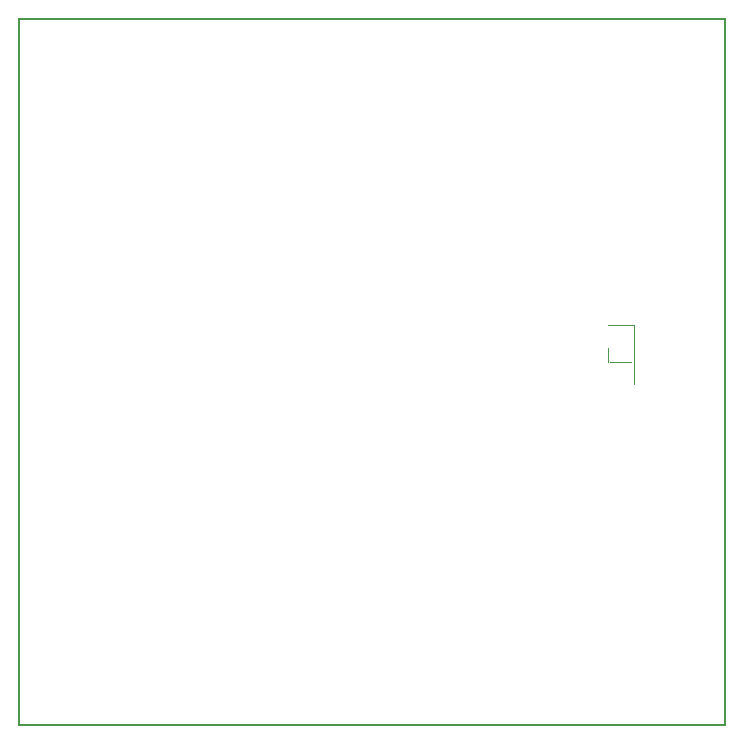
<source format=gbo>
G04 MADE WITH FRITZING*
G04 WWW.FRITZING.ORG*
G04 SINGLE SIDED*
G04 HOLES NOT PLATED*
G04 CONTOUR ON CENTER OF CONTOUR VECTOR*
%ASAXBY*%
%FSLAX23Y23*%
%MOIN*%
%OFA0B0*%
%SFA1.0B1.0*%
%ADD10R,0.001000X0.001000*%
%LNSILK0*%
G90*
G70*
G54D10*
X0Y2362D02*
X2361Y2362D01*
X0Y2361D02*
X2361Y2361D01*
X0Y2360D02*
X2361Y2360D01*
X0Y2359D02*
X2361Y2359D01*
X0Y2358D02*
X2361Y2358D01*
X0Y2357D02*
X2361Y2357D01*
X0Y2356D02*
X2361Y2356D01*
X0Y2355D02*
X2361Y2355D01*
X0Y2354D02*
X7Y2354D01*
X2354Y2354D02*
X2361Y2354D01*
X0Y2353D02*
X7Y2353D01*
X2354Y2353D02*
X2361Y2353D01*
X0Y2352D02*
X7Y2352D01*
X2354Y2352D02*
X2361Y2352D01*
X0Y2351D02*
X7Y2351D01*
X2354Y2351D02*
X2361Y2351D01*
X0Y2350D02*
X7Y2350D01*
X2354Y2350D02*
X2361Y2350D01*
X0Y2349D02*
X7Y2349D01*
X2354Y2349D02*
X2361Y2349D01*
X0Y2348D02*
X7Y2348D01*
X2354Y2348D02*
X2361Y2348D01*
X0Y2347D02*
X7Y2347D01*
X2354Y2347D02*
X2361Y2347D01*
X0Y2346D02*
X7Y2346D01*
X2354Y2346D02*
X2361Y2346D01*
X0Y2345D02*
X7Y2345D01*
X2354Y2345D02*
X2361Y2345D01*
X0Y2344D02*
X7Y2344D01*
X2354Y2344D02*
X2361Y2344D01*
X0Y2343D02*
X7Y2343D01*
X2354Y2343D02*
X2361Y2343D01*
X0Y2342D02*
X7Y2342D01*
X2354Y2342D02*
X2361Y2342D01*
X0Y2341D02*
X7Y2341D01*
X2354Y2341D02*
X2361Y2341D01*
X0Y2340D02*
X7Y2340D01*
X2354Y2340D02*
X2361Y2340D01*
X0Y2339D02*
X7Y2339D01*
X2354Y2339D02*
X2361Y2339D01*
X0Y2338D02*
X7Y2338D01*
X2354Y2338D02*
X2361Y2338D01*
X0Y2337D02*
X7Y2337D01*
X2354Y2337D02*
X2361Y2337D01*
X0Y2336D02*
X7Y2336D01*
X2354Y2336D02*
X2361Y2336D01*
X0Y2335D02*
X7Y2335D01*
X2354Y2335D02*
X2361Y2335D01*
X0Y2334D02*
X7Y2334D01*
X2354Y2334D02*
X2361Y2334D01*
X0Y2333D02*
X7Y2333D01*
X2354Y2333D02*
X2361Y2333D01*
X0Y2332D02*
X7Y2332D01*
X2354Y2332D02*
X2361Y2332D01*
X0Y2331D02*
X7Y2331D01*
X2354Y2331D02*
X2361Y2331D01*
X0Y2330D02*
X7Y2330D01*
X2354Y2330D02*
X2361Y2330D01*
X0Y2329D02*
X7Y2329D01*
X2354Y2329D02*
X2361Y2329D01*
X0Y2328D02*
X7Y2328D01*
X2354Y2328D02*
X2361Y2328D01*
X0Y2327D02*
X7Y2327D01*
X2354Y2327D02*
X2361Y2327D01*
X0Y2326D02*
X7Y2326D01*
X2354Y2326D02*
X2361Y2326D01*
X0Y2325D02*
X7Y2325D01*
X2354Y2325D02*
X2361Y2325D01*
X0Y2324D02*
X7Y2324D01*
X2354Y2324D02*
X2361Y2324D01*
X0Y2323D02*
X7Y2323D01*
X2354Y2323D02*
X2361Y2323D01*
X0Y2322D02*
X7Y2322D01*
X2354Y2322D02*
X2361Y2322D01*
X0Y2321D02*
X7Y2321D01*
X2354Y2321D02*
X2361Y2321D01*
X0Y2320D02*
X7Y2320D01*
X2354Y2320D02*
X2361Y2320D01*
X0Y2319D02*
X7Y2319D01*
X2354Y2319D02*
X2361Y2319D01*
X0Y2318D02*
X7Y2318D01*
X2354Y2318D02*
X2361Y2318D01*
X0Y2317D02*
X7Y2317D01*
X2354Y2317D02*
X2361Y2317D01*
X0Y2316D02*
X7Y2316D01*
X2354Y2316D02*
X2361Y2316D01*
X0Y2315D02*
X7Y2315D01*
X2354Y2315D02*
X2361Y2315D01*
X0Y2314D02*
X7Y2314D01*
X2354Y2314D02*
X2361Y2314D01*
X0Y2313D02*
X7Y2313D01*
X2354Y2313D02*
X2361Y2313D01*
X0Y2312D02*
X7Y2312D01*
X2354Y2312D02*
X2361Y2312D01*
X0Y2311D02*
X7Y2311D01*
X2354Y2311D02*
X2361Y2311D01*
X0Y2310D02*
X7Y2310D01*
X2354Y2310D02*
X2361Y2310D01*
X0Y2309D02*
X7Y2309D01*
X2354Y2309D02*
X2361Y2309D01*
X0Y2308D02*
X7Y2308D01*
X2354Y2308D02*
X2361Y2308D01*
X0Y2307D02*
X7Y2307D01*
X2354Y2307D02*
X2361Y2307D01*
X0Y2306D02*
X7Y2306D01*
X2354Y2306D02*
X2361Y2306D01*
X0Y2305D02*
X7Y2305D01*
X2354Y2305D02*
X2361Y2305D01*
X0Y2304D02*
X7Y2304D01*
X2354Y2304D02*
X2361Y2304D01*
X0Y2303D02*
X7Y2303D01*
X2354Y2303D02*
X2361Y2303D01*
X0Y2302D02*
X7Y2302D01*
X2354Y2302D02*
X2361Y2302D01*
X0Y2301D02*
X7Y2301D01*
X2354Y2301D02*
X2361Y2301D01*
X0Y2300D02*
X7Y2300D01*
X2354Y2300D02*
X2361Y2300D01*
X0Y2299D02*
X7Y2299D01*
X2354Y2299D02*
X2361Y2299D01*
X0Y2298D02*
X7Y2298D01*
X2354Y2298D02*
X2361Y2298D01*
X0Y2297D02*
X7Y2297D01*
X2354Y2297D02*
X2361Y2297D01*
X0Y2296D02*
X7Y2296D01*
X2354Y2296D02*
X2361Y2296D01*
X0Y2295D02*
X7Y2295D01*
X2354Y2295D02*
X2361Y2295D01*
X0Y2294D02*
X7Y2294D01*
X2354Y2294D02*
X2361Y2294D01*
X0Y2293D02*
X7Y2293D01*
X2354Y2293D02*
X2361Y2293D01*
X0Y2292D02*
X7Y2292D01*
X2354Y2292D02*
X2361Y2292D01*
X0Y2291D02*
X7Y2291D01*
X2354Y2291D02*
X2361Y2291D01*
X0Y2290D02*
X7Y2290D01*
X2354Y2290D02*
X2361Y2290D01*
X0Y2289D02*
X7Y2289D01*
X2354Y2289D02*
X2361Y2289D01*
X0Y2288D02*
X7Y2288D01*
X2354Y2288D02*
X2361Y2288D01*
X0Y2287D02*
X7Y2287D01*
X2354Y2287D02*
X2361Y2287D01*
X0Y2286D02*
X7Y2286D01*
X2354Y2286D02*
X2361Y2286D01*
X0Y2285D02*
X7Y2285D01*
X2354Y2285D02*
X2361Y2285D01*
X0Y2284D02*
X7Y2284D01*
X2354Y2284D02*
X2361Y2284D01*
X0Y2283D02*
X7Y2283D01*
X2354Y2283D02*
X2361Y2283D01*
X0Y2282D02*
X7Y2282D01*
X2354Y2282D02*
X2361Y2282D01*
X0Y2281D02*
X7Y2281D01*
X2354Y2281D02*
X2361Y2281D01*
X0Y2280D02*
X7Y2280D01*
X2354Y2280D02*
X2361Y2280D01*
X0Y2279D02*
X7Y2279D01*
X2354Y2279D02*
X2361Y2279D01*
X0Y2278D02*
X7Y2278D01*
X2354Y2278D02*
X2361Y2278D01*
X0Y2277D02*
X7Y2277D01*
X2354Y2277D02*
X2361Y2277D01*
X0Y2276D02*
X7Y2276D01*
X2354Y2276D02*
X2361Y2276D01*
X0Y2275D02*
X7Y2275D01*
X2354Y2275D02*
X2361Y2275D01*
X0Y2274D02*
X7Y2274D01*
X2354Y2274D02*
X2361Y2274D01*
X0Y2273D02*
X7Y2273D01*
X2354Y2273D02*
X2361Y2273D01*
X0Y2272D02*
X7Y2272D01*
X2354Y2272D02*
X2361Y2272D01*
X0Y2271D02*
X7Y2271D01*
X2354Y2271D02*
X2361Y2271D01*
X0Y2270D02*
X7Y2270D01*
X2354Y2270D02*
X2361Y2270D01*
X0Y2269D02*
X7Y2269D01*
X2354Y2269D02*
X2361Y2269D01*
X0Y2268D02*
X7Y2268D01*
X2354Y2268D02*
X2361Y2268D01*
X0Y2267D02*
X7Y2267D01*
X2354Y2267D02*
X2361Y2267D01*
X0Y2266D02*
X7Y2266D01*
X2354Y2266D02*
X2361Y2266D01*
X0Y2265D02*
X7Y2265D01*
X2354Y2265D02*
X2361Y2265D01*
X0Y2264D02*
X7Y2264D01*
X2354Y2264D02*
X2361Y2264D01*
X0Y2263D02*
X7Y2263D01*
X2354Y2263D02*
X2361Y2263D01*
X0Y2262D02*
X7Y2262D01*
X2354Y2262D02*
X2361Y2262D01*
X0Y2261D02*
X7Y2261D01*
X2354Y2261D02*
X2361Y2261D01*
X0Y2260D02*
X7Y2260D01*
X2354Y2260D02*
X2361Y2260D01*
X0Y2259D02*
X7Y2259D01*
X2354Y2259D02*
X2361Y2259D01*
X0Y2258D02*
X7Y2258D01*
X2354Y2258D02*
X2361Y2258D01*
X0Y2257D02*
X7Y2257D01*
X2354Y2257D02*
X2361Y2257D01*
X0Y2256D02*
X7Y2256D01*
X2354Y2256D02*
X2361Y2256D01*
X0Y2255D02*
X7Y2255D01*
X2354Y2255D02*
X2361Y2255D01*
X0Y2254D02*
X7Y2254D01*
X2354Y2254D02*
X2361Y2254D01*
X0Y2253D02*
X7Y2253D01*
X2354Y2253D02*
X2361Y2253D01*
X0Y2252D02*
X7Y2252D01*
X2354Y2252D02*
X2361Y2252D01*
X0Y2251D02*
X7Y2251D01*
X2354Y2251D02*
X2361Y2251D01*
X0Y2250D02*
X7Y2250D01*
X2354Y2250D02*
X2361Y2250D01*
X0Y2249D02*
X7Y2249D01*
X2354Y2249D02*
X2361Y2249D01*
X0Y2248D02*
X7Y2248D01*
X2354Y2248D02*
X2361Y2248D01*
X0Y2247D02*
X7Y2247D01*
X2354Y2247D02*
X2361Y2247D01*
X0Y2246D02*
X7Y2246D01*
X2354Y2246D02*
X2361Y2246D01*
X0Y2245D02*
X7Y2245D01*
X2354Y2245D02*
X2361Y2245D01*
X0Y2244D02*
X7Y2244D01*
X2354Y2244D02*
X2361Y2244D01*
X0Y2243D02*
X7Y2243D01*
X2354Y2243D02*
X2361Y2243D01*
X0Y2242D02*
X7Y2242D01*
X2354Y2242D02*
X2361Y2242D01*
X0Y2241D02*
X7Y2241D01*
X2354Y2241D02*
X2361Y2241D01*
X0Y2240D02*
X7Y2240D01*
X2354Y2240D02*
X2361Y2240D01*
X0Y2239D02*
X7Y2239D01*
X2354Y2239D02*
X2361Y2239D01*
X0Y2238D02*
X7Y2238D01*
X2354Y2238D02*
X2361Y2238D01*
X0Y2237D02*
X7Y2237D01*
X2354Y2237D02*
X2361Y2237D01*
X0Y2236D02*
X7Y2236D01*
X2354Y2236D02*
X2361Y2236D01*
X0Y2235D02*
X7Y2235D01*
X2354Y2235D02*
X2361Y2235D01*
X0Y2234D02*
X7Y2234D01*
X2354Y2234D02*
X2361Y2234D01*
X0Y2233D02*
X7Y2233D01*
X2354Y2233D02*
X2361Y2233D01*
X0Y2232D02*
X7Y2232D01*
X2354Y2232D02*
X2361Y2232D01*
X0Y2231D02*
X7Y2231D01*
X2354Y2231D02*
X2361Y2231D01*
X0Y2230D02*
X7Y2230D01*
X2354Y2230D02*
X2361Y2230D01*
X0Y2229D02*
X7Y2229D01*
X2354Y2229D02*
X2361Y2229D01*
X0Y2228D02*
X7Y2228D01*
X2354Y2228D02*
X2361Y2228D01*
X0Y2227D02*
X7Y2227D01*
X2354Y2227D02*
X2361Y2227D01*
X0Y2226D02*
X7Y2226D01*
X2354Y2226D02*
X2361Y2226D01*
X0Y2225D02*
X7Y2225D01*
X2354Y2225D02*
X2361Y2225D01*
X0Y2224D02*
X7Y2224D01*
X2354Y2224D02*
X2361Y2224D01*
X0Y2223D02*
X7Y2223D01*
X2354Y2223D02*
X2361Y2223D01*
X0Y2222D02*
X7Y2222D01*
X2354Y2222D02*
X2361Y2222D01*
X0Y2221D02*
X7Y2221D01*
X2354Y2221D02*
X2361Y2221D01*
X0Y2220D02*
X7Y2220D01*
X2354Y2220D02*
X2361Y2220D01*
X0Y2219D02*
X7Y2219D01*
X2354Y2219D02*
X2361Y2219D01*
X0Y2218D02*
X7Y2218D01*
X2354Y2218D02*
X2361Y2218D01*
X0Y2217D02*
X7Y2217D01*
X2354Y2217D02*
X2361Y2217D01*
X0Y2216D02*
X7Y2216D01*
X2354Y2216D02*
X2361Y2216D01*
X0Y2215D02*
X7Y2215D01*
X2354Y2215D02*
X2361Y2215D01*
X0Y2214D02*
X7Y2214D01*
X2354Y2214D02*
X2361Y2214D01*
X0Y2213D02*
X7Y2213D01*
X2354Y2213D02*
X2361Y2213D01*
X0Y2212D02*
X7Y2212D01*
X2354Y2212D02*
X2361Y2212D01*
X0Y2211D02*
X7Y2211D01*
X2354Y2211D02*
X2361Y2211D01*
X0Y2210D02*
X7Y2210D01*
X2354Y2210D02*
X2361Y2210D01*
X0Y2209D02*
X7Y2209D01*
X2354Y2209D02*
X2361Y2209D01*
X0Y2208D02*
X7Y2208D01*
X2354Y2208D02*
X2361Y2208D01*
X0Y2207D02*
X7Y2207D01*
X2354Y2207D02*
X2361Y2207D01*
X0Y2206D02*
X7Y2206D01*
X2354Y2206D02*
X2361Y2206D01*
X0Y2205D02*
X7Y2205D01*
X2354Y2205D02*
X2361Y2205D01*
X0Y2204D02*
X7Y2204D01*
X2354Y2204D02*
X2361Y2204D01*
X0Y2203D02*
X7Y2203D01*
X2354Y2203D02*
X2361Y2203D01*
X0Y2202D02*
X7Y2202D01*
X2354Y2202D02*
X2361Y2202D01*
X0Y2201D02*
X7Y2201D01*
X2354Y2201D02*
X2361Y2201D01*
X0Y2200D02*
X7Y2200D01*
X2354Y2200D02*
X2361Y2200D01*
X0Y2199D02*
X7Y2199D01*
X2354Y2199D02*
X2361Y2199D01*
X0Y2198D02*
X7Y2198D01*
X2354Y2198D02*
X2361Y2198D01*
X0Y2197D02*
X7Y2197D01*
X2354Y2197D02*
X2361Y2197D01*
X0Y2196D02*
X7Y2196D01*
X2354Y2196D02*
X2361Y2196D01*
X0Y2195D02*
X7Y2195D01*
X2354Y2195D02*
X2361Y2195D01*
X0Y2194D02*
X7Y2194D01*
X2354Y2194D02*
X2361Y2194D01*
X0Y2193D02*
X7Y2193D01*
X2354Y2193D02*
X2361Y2193D01*
X0Y2192D02*
X7Y2192D01*
X2354Y2192D02*
X2361Y2192D01*
X0Y2191D02*
X7Y2191D01*
X2354Y2191D02*
X2361Y2191D01*
X0Y2190D02*
X7Y2190D01*
X2354Y2190D02*
X2361Y2190D01*
X0Y2189D02*
X7Y2189D01*
X2354Y2189D02*
X2361Y2189D01*
X0Y2188D02*
X7Y2188D01*
X2354Y2188D02*
X2361Y2188D01*
X0Y2187D02*
X7Y2187D01*
X2354Y2187D02*
X2361Y2187D01*
X0Y2186D02*
X7Y2186D01*
X2354Y2186D02*
X2361Y2186D01*
X0Y2185D02*
X7Y2185D01*
X2354Y2185D02*
X2361Y2185D01*
X0Y2184D02*
X7Y2184D01*
X2354Y2184D02*
X2361Y2184D01*
X0Y2183D02*
X7Y2183D01*
X2354Y2183D02*
X2361Y2183D01*
X0Y2182D02*
X7Y2182D01*
X2354Y2182D02*
X2361Y2182D01*
X0Y2181D02*
X7Y2181D01*
X2354Y2181D02*
X2361Y2181D01*
X0Y2180D02*
X7Y2180D01*
X2354Y2180D02*
X2361Y2180D01*
X0Y2179D02*
X7Y2179D01*
X2354Y2179D02*
X2361Y2179D01*
X0Y2178D02*
X7Y2178D01*
X2354Y2178D02*
X2361Y2178D01*
X0Y2177D02*
X7Y2177D01*
X2354Y2177D02*
X2361Y2177D01*
X0Y2176D02*
X7Y2176D01*
X2354Y2176D02*
X2361Y2176D01*
X0Y2175D02*
X7Y2175D01*
X2354Y2175D02*
X2361Y2175D01*
X0Y2174D02*
X7Y2174D01*
X2354Y2174D02*
X2361Y2174D01*
X0Y2173D02*
X7Y2173D01*
X2354Y2173D02*
X2361Y2173D01*
X0Y2172D02*
X7Y2172D01*
X2354Y2172D02*
X2361Y2172D01*
X0Y2171D02*
X7Y2171D01*
X2354Y2171D02*
X2361Y2171D01*
X0Y2170D02*
X7Y2170D01*
X2354Y2170D02*
X2361Y2170D01*
X0Y2169D02*
X7Y2169D01*
X2354Y2169D02*
X2361Y2169D01*
X0Y2168D02*
X7Y2168D01*
X2354Y2168D02*
X2361Y2168D01*
X0Y2167D02*
X7Y2167D01*
X2354Y2167D02*
X2361Y2167D01*
X0Y2166D02*
X7Y2166D01*
X2354Y2166D02*
X2361Y2166D01*
X0Y2165D02*
X7Y2165D01*
X2354Y2165D02*
X2361Y2165D01*
X0Y2164D02*
X7Y2164D01*
X2354Y2164D02*
X2361Y2164D01*
X0Y2163D02*
X7Y2163D01*
X2354Y2163D02*
X2361Y2163D01*
X0Y2162D02*
X7Y2162D01*
X2354Y2162D02*
X2361Y2162D01*
X0Y2161D02*
X7Y2161D01*
X2354Y2161D02*
X2361Y2161D01*
X0Y2160D02*
X7Y2160D01*
X2354Y2160D02*
X2361Y2160D01*
X0Y2159D02*
X7Y2159D01*
X2354Y2159D02*
X2361Y2159D01*
X0Y2158D02*
X7Y2158D01*
X2354Y2158D02*
X2361Y2158D01*
X0Y2157D02*
X7Y2157D01*
X2354Y2157D02*
X2361Y2157D01*
X0Y2156D02*
X7Y2156D01*
X2354Y2156D02*
X2361Y2156D01*
X0Y2155D02*
X7Y2155D01*
X2354Y2155D02*
X2361Y2155D01*
X0Y2154D02*
X7Y2154D01*
X2354Y2154D02*
X2361Y2154D01*
X0Y2153D02*
X7Y2153D01*
X2354Y2153D02*
X2361Y2153D01*
X0Y2152D02*
X7Y2152D01*
X2354Y2152D02*
X2361Y2152D01*
X0Y2151D02*
X7Y2151D01*
X2354Y2151D02*
X2361Y2151D01*
X0Y2150D02*
X7Y2150D01*
X2354Y2150D02*
X2361Y2150D01*
X0Y2149D02*
X7Y2149D01*
X2354Y2149D02*
X2361Y2149D01*
X0Y2148D02*
X7Y2148D01*
X2354Y2148D02*
X2361Y2148D01*
X0Y2147D02*
X7Y2147D01*
X2354Y2147D02*
X2361Y2147D01*
X0Y2146D02*
X7Y2146D01*
X2354Y2146D02*
X2361Y2146D01*
X0Y2145D02*
X7Y2145D01*
X2354Y2145D02*
X2361Y2145D01*
X0Y2144D02*
X7Y2144D01*
X2354Y2144D02*
X2361Y2144D01*
X0Y2143D02*
X7Y2143D01*
X2354Y2143D02*
X2361Y2143D01*
X0Y2142D02*
X7Y2142D01*
X2354Y2142D02*
X2361Y2142D01*
X0Y2141D02*
X7Y2141D01*
X2354Y2141D02*
X2361Y2141D01*
X0Y2140D02*
X7Y2140D01*
X2354Y2140D02*
X2361Y2140D01*
X0Y2139D02*
X7Y2139D01*
X2354Y2139D02*
X2361Y2139D01*
X0Y2138D02*
X7Y2138D01*
X2354Y2138D02*
X2361Y2138D01*
X0Y2137D02*
X7Y2137D01*
X2354Y2137D02*
X2361Y2137D01*
X0Y2136D02*
X7Y2136D01*
X2354Y2136D02*
X2361Y2136D01*
X0Y2135D02*
X7Y2135D01*
X2354Y2135D02*
X2361Y2135D01*
X0Y2134D02*
X7Y2134D01*
X2354Y2134D02*
X2361Y2134D01*
X0Y2133D02*
X7Y2133D01*
X2354Y2133D02*
X2361Y2133D01*
X0Y2132D02*
X7Y2132D01*
X2354Y2132D02*
X2361Y2132D01*
X0Y2131D02*
X7Y2131D01*
X2354Y2131D02*
X2361Y2131D01*
X0Y2130D02*
X7Y2130D01*
X2354Y2130D02*
X2361Y2130D01*
X0Y2129D02*
X7Y2129D01*
X2354Y2129D02*
X2361Y2129D01*
X0Y2128D02*
X7Y2128D01*
X2354Y2128D02*
X2361Y2128D01*
X0Y2127D02*
X7Y2127D01*
X2354Y2127D02*
X2361Y2127D01*
X0Y2126D02*
X7Y2126D01*
X2354Y2126D02*
X2361Y2126D01*
X0Y2125D02*
X7Y2125D01*
X2354Y2125D02*
X2361Y2125D01*
X0Y2124D02*
X7Y2124D01*
X2354Y2124D02*
X2361Y2124D01*
X0Y2123D02*
X7Y2123D01*
X2354Y2123D02*
X2361Y2123D01*
X0Y2122D02*
X7Y2122D01*
X2354Y2122D02*
X2361Y2122D01*
X0Y2121D02*
X7Y2121D01*
X2354Y2121D02*
X2361Y2121D01*
X0Y2120D02*
X7Y2120D01*
X2354Y2120D02*
X2361Y2120D01*
X0Y2119D02*
X7Y2119D01*
X2354Y2119D02*
X2361Y2119D01*
X0Y2118D02*
X7Y2118D01*
X2354Y2118D02*
X2361Y2118D01*
X0Y2117D02*
X7Y2117D01*
X2354Y2117D02*
X2361Y2117D01*
X0Y2116D02*
X7Y2116D01*
X2354Y2116D02*
X2361Y2116D01*
X0Y2115D02*
X7Y2115D01*
X2354Y2115D02*
X2361Y2115D01*
X0Y2114D02*
X7Y2114D01*
X2354Y2114D02*
X2361Y2114D01*
X0Y2113D02*
X7Y2113D01*
X2354Y2113D02*
X2361Y2113D01*
X0Y2112D02*
X7Y2112D01*
X2354Y2112D02*
X2361Y2112D01*
X0Y2111D02*
X7Y2111D01*
X2354Y2111D02*
X2361Y2111D01*
X0Y2110D02*
X7Y2110D01*
X2354Y2110D02*
X2361Y2110D01*
X0Y2109D02*
X7Y2109D01*
X2354Y2109D02*
X2361Y2109D01*
X0Y2108D02*
X7Y2108D01*
X2354Y2108D02*
X2361Y2108D01*
X0Y2107D02*
X7Y2107D01*
X2354Y2107D02*
X2361Y2107D01*
X0Y2106D02*
X7Y2106D01*
X2354Y2106D02*
X2361Y2106D01*
X0Y2105D02*
X7Y2105D01*
X2354Y2105D02*
X2361Y2105D01*
X0Y2104D02*
X7Y2104D01*
X2354Y2104D02*
X2361Y2104D01*
X0Y2103D02*
X7Y2103D01*
X2354Y2103D02*
X2361Y2103D01*
X0Y2102D02*
X7Y2102D01*
X2354Y2102D02*
X2361Y2102D01*
X0Y2101D02*
X7Y2101D01*
X2354Y2101D02*
X2361Y2101D01*
X0Y2100D02*
X7Y2100D01*
X2354Y2100D02*
X2361Y2100D01*
X0Y2099D02*
X7Y2099D01*
X2354Y2099D02*
X2361Y2099D01*
X0Y2098D02*
X7Y2098D01*
X2354Y2098D02*
X2361Y2098D01*
X0Y2097D02*
X7Y2097D01*
X2354Y2097D02*
X2361Y2097D01*
X0Y2096D02*
X7Y2096D01*
X2354Y2096D02*
X2361Y2096D01*
X0Y2095D02*
X7Y2095D01*
X2354Y2095D02*
X2361Y2095D01*
X0Y2094D02*
X7Y2094D01*
X2354Y2094D02*
X2361Y2094D01*
X0Y2093D02*
X7Y2093D01*
X2354Y2093D02*
X2361Y2093D01*
X0Y2092D02*
X7Y2092D01*
X2354Y2092D02*
X2361Y2092D01*
X0Y2091D02*
X7Y2091D01*
X2354Y2091D02*
X2361Y2091D01*
X0Y2090D02*
X7Y2090D01*
X2354Y2090D02*
X2361Y2090D01*
X0Y2089D02*
X7Y2089D01*
X2354Y2089D02*
X2361Y2089D01*
X0Y2088D02*
X7Y2088D01*
X2354Y2088D02*
X2361Y2088D01*
X0Y2087D02*
X7Y2087D01*
X2354Y2087D02*
X2361Y2087D01*
X0Y2086D02*
X7Y2086D01*
X2354Y2086D02*
X2361Y2086D01*
X0Y2085D02*
X7Y2085D01*
X2354Y2085D02*
X2361Y2085D01*
X0Y2084D02*
X7Y2084D01*
X2354Y2084D02*
X2361Y2084D01*
X0Y2083D02*
X7Y2083D01*
X2354Y2083D02*
X2361Y2083D01*
X0Y2082D02*
X7Y2082D01*
X2354Y2082D02*
X2361Y2082D01*
X0Y2081D02*
X7Y2081D01*
X2354Y2081D02*
X2361Y2081D01*
X0Y2080D02*
X7Y2080D01*
X2354Y2080D02*
X2361Y2080D01*
X0Y2079D02*
X7Y2079D01*
X2354Y2079D02*
X2361Y2079D01*
X0Y2078D02*
X7Y2078D01*
X2354Y2078D02*
X2361Y2078D01*
X0Y2077D02*
X7Y2077D01*
X2354Y2077D02*
X2361Y2077D01*
X0Y2076D02*
X7Y2076D01*
X2354Y2076D02*
X2361Y2076D01*
X0Y2075D02*
X7Y2075D01*
X2354Y2075D02*
X2361Y2075D01*
X0Y2074D02*
X7Y2074D01*
X2354Y2074D02*
X2361Y2074D01*
X0Y2073D02*
X7Y2073D01*
X2354Y2073D02*
X2361Y2073D01*
X0Y2072D02*
X7Y2072D01*
X2354Y2072D02*
X2361Y2072D01*
X0Y2071D02*
X7Y2071D01*
X2354Y2071D02*
X2361Y2071D01*
X0Y2070D02*
X7Y2070D01*
X2354Y2070D02*
X2361Y2070D01*
X0Y2069D02*
X7Y2069D01*
X2354Y2069D02*
X2361Y2069D01*
X0Y2068D02*
X7Y2068D01*
X2354Y2068D02*
X2361Y2068D01*
X0Y2067D02*
X7Y2067D01*
X2354Y2067D02*
X2361Y2067D01*
X0Y2066D02*
X7Y2066D01*
X2354Y2066D02*
X2361Y2066D01*
X0Y2065D02*
X7Y2065D01*
X2354Y2065D02*
X2361Y2065D01*
X0Y2064D02*
X7Y2064D01*
X2354Y2064D02*
X2361Y2064D01*
X0Y2063D02*
X7Y2063D01*
X2354Y2063D02*
X2361Y2063D01*
X0Y2062D02*
X7Y2062D01*
X2354Y2062D02*
X2361Y2062D01*
X0Y2061D02*
X7Y2061D01*
X2354Y2061D02*
X2361Y2061D01*
X0Y2060D02*
X7Y2060D01*
X2354Y2060D02*
X2361Y2060D01*
X0Y2059D02*
X7Y2059D01*
X2354Y2059D02*
X2361Y2059D01*
X0Y2058D02*
X7Y2058D01*
X2354Y2058D02*
X2361Y2058D01*
X0Y2057D02*
X7Y2057D01*
X2354Y2057D02*
X2361Y2057D01*
X0Y2056D02*
X7Y2056D01*
X2354Y2056D02*
X2361Y2056D01*
X0Y2055D02*
X7Y2055D01*
X2354Y2055D02*
X2361Y2055D01*
X0Y2054D02*
X7Y2054D01*
X2354Y2054D02*
X2361Y2054D01*
X0Y2053D02*
X7Y2053D01*
X2354Y2053D02*
X2361Y2053D01*
X0Y2052D02*
X7Y2052D01*
X2354Y2052D02*
X2361Y2052D01*
X0Y2051D02*
X7Y2051D01*
X2354Y2051D02*
X2361Y2051D01*
X0Y2050D02*
X7Y2050D01*
X2354Y2050D02*
X2361Y2050D01*
X0Y2049D02*
X7Y2049D01*
X2354Y2049D02*
X2361Y2049D01*
X0Y2048D02*
X7Y2048D01*
X2354Y2048D02*
X2361Y2048D01*
X0Y2047D02*
X7Y2047D01*
X2354Y2047D02*
X2361Y2047D01*
X0Y2046D02*
X7Y2046D01*
X2354Y2046D02*
X2361Y2046D01*
X0Y2045D02*
X7Y2045D01*
X2354Y2045D02*
X2361Y2045D01*
X0Y2044D02*
X7Y2044D01*
X2354Y2044D02*
X2361Y2044D01*
X0Y2043D02*
X7Y2043D01*
X2354Y2043D02*
X2361Y2043D01*
X0Y2042D02*
X7Y2042D01*
X2354Y2042D02*
X2361Y2042D01*
X0Y2041D02*
X7Y2041D01*
X2354Y2041D02*
X2361Y2041D01*
X0Y2040D02*
X7Y2040D01*
X2354Y2040D02*
X2361Y2040D01*
X0Y2039D02*
X7Y2039D01*
X2354Y2039D02*
X2361Y2039D01*
X0Y2038D02*
X7Y2038D01*
X2354Y2038D02*
X2361Y2038D01*
X0Y2037D02*
X7Y2037D01*
X2354Y2037D02*
X2361Y2037D01*
X0Y2036D02*
X7Y2036D01*
X2354Y2036D02*
X2361Y2036D01*
X0Y2035D02*
X7Y2035D01*
X2354Y2035D02*
X2361Y2035D01*
X0Y2034D02*
X7Y2034D01*
X2354Y2034D02*
X2361Y2034D01*
X0Y2033D02*
X7Y2033D01*
X2354Y2033D02*
X2361Y2033D01*
X0Y2032D02*
X7Y2032D01*
X2354Y2032D02*
X2361Y2032D01*
X0Y2031D02*
X7Y2031D01*
X2354Y2031D02*
X2361Y2031D01*
X0Y2030D02*
X7Y2030D01*
X2354Y2030D02*
X2361Y2030D01*
X0Y2029D02*
X7Y2029D01*
X2354Y2029D02*
X2361Y2029D01*
X0Y2028D02*
X7Y2028D01*
X2354Y2028D02*
X2361Y2028D01*
X0Y2027D02*
X7Y2027D01*
X2354Y2027D02*
X2361Y2027D01*
X0Y2026D02*
X7Y2026D01*
X2354Y2026D02*
X2361Y2026D01*
X0Y2025D02*
X7Y2025D01*
X2354Y2025D02*
X2361Y2025D01*
X0Y2024D02*
X7Y2024D01*
X2354Y2024D02*
X2361Y2024D01*
X0Y2023D02*
X7Y2023D01*
X2354Y2023D02*
X2361Y2023D01*
X0Y2022D02*
X7Y2022D01*
X2354Y2022D02*
X2361Y2022D01*
X0Y2021D02*
X7Y2021D01*
X2354Y2021D02*
X2361Y2021D01*
X0Y2020D02*
X7Y2020D01*
X2354Y2020D02*
X2361Y2020D01*
X0Y2019D02*
X7Y2019D01*
X2354Y2019D02*
X2361Y2019D01*
X0Y2018D02*
X7Y2018D01*
X2354Y2018D02*
X2361Y2018D01*
X0Y2017D02*
X7Y2017D01*
X2354Y2017D02*
X2361Y2017D01*
X0Y2016D02*
X7Y2016D01*
X2354Y2016D02*
X2361Y2016D01*
X0Y2015D02*
X7Y2015D01*
X2354Y2015D02*
X2361Y2015D01*
X0Y2014D02*
X7Y2014D01*
X2354Y2014D02*
X2361Y2014D01*
X0Y2013D02*
X7Y2013D01*
X2354Y2013D02*
X2361Y2013D01*
X0Y2012D02*
X7Y2012D01*
X2354Y2012D02*
X2361Y2012D01*
X0Y2011D02*
X7Y2011D01*
X2354Y2011D02*
X2361Y2011D01*
X0Y2010D02*
X7Y2010D01*
X2354Y2010D02*
X2361Y2010D01*
X0Y2009D02*
X7Y2009D01*
X2354Y2009D02*
X2361Y2009D01*
X0Y2008D02*
X7Y2008D01*
X2354Y2008D02*
X2361Y2008D01*
X0Y2007D02*
X7Y2007D01*
X2354Y2007D02*
X2361Y2007D01*
X0Y2006D02*
X7Y2006D01*
X2354Y2006D02*
X2361Y2006D01*
X0Y2005D02*
X7Y2005D01*
X2354Y2005D02*
X2361Y2005D01*
X0Y2004D02*
X7Y2004D01*
X2354Y2004D02*
X2361Y2004D01*
X0Y2003D02*
X7Y2003D01*
X2354Y2003D02*
X2361Y2003D01*
X0Y2002D02*
X7Y2002D01*
X2354Y2002D02*
X2361Y2002D01*
X0Y2001D02*
X7Y2001D01*
X2354Y2001D02*
X2361Y2001D01*
X0Y2000D02*
X7Y2000D01*
X2354Y2000D02*
X2361Y2000D01*
X0Y1999D02*
X7Y1999D01*
X2354Y1999D02*
X2361Y1999D01*
X0Y1998D02*
X7Y1998D01*
X2354Y1998D02*
X2361Y1998D01*
X0Y1997D02*
X7Y1997D01*
X2354Y1997D02*
X2361Y1997D01*
X0Y1996D02*
X7Y1996D01*
X2354Y1996D02*
X2361Y1996D01*
X0Y1995D02*
X7Y1995D01*
X2354Y1995D02*
X2361Y1995D01*
X0Y1994D02*
X7Y1994D01*
X2354Y1994D02*
X2361Y1994D01*
X0Y1993D02*
X7Y1993D01*
X2354Y1993D02*
X2361Y1993D01*
X0Y1992D02*
X7Y1992D01*
X2354Y1992D02*
X2361Y1992D01*
X0Y1991D02*
X7Y1991D01*
X2354Y1991D02*
X2361Y1991D01*
X0Y1990D02*
X7Y1990D01*
X2354Y1990D02*
X2361Y1990D01*
X0Y1989D02*
X7Y1989D01*
X2354Y1989D02*
X2361Y1989D01*
X0Y1988D02*
X7Y1988D01*
X2354Y1988D02*
X2361Y1988D01*
X0Y1987D02*
X7Y1987D01*
X2354Y1987D02*
X2361Y1987D01*
X0Y1986D02*
X7Y1986D01*
X2354Y1986D02*
X2361Y1986D01*
X0Y1985D02*
X7Y1985D01*
X2354Y1985D02*
X2361Y1985D01*
X0Y1984D02*
X7Y1984D01*
X2354Y1984D02*
X2361Y1984D01*
X0Y1983D02*
X7Y1983D01*
X2354Y1983D02*
X2361Y1983D01*
X0Y1982D02*
X7Y1982D01*
X2354Y1982D02*
X2361Y1982D01*
X0Y1981D02*
X7Y1981D01*
X2354Y1981D02*
X2361Y1981D01*
X0Y1980D02*
X7Y1980D01*
X2354Y1980D02*
X2361Y1980D01*
X0Y1979D02*
X7Y1979D01*
X2354Y1979D02*
X2361Y1979D01*
X0Y1978D02*
X7Y1978D01*
X2354Y1978D02*
X2361Y1978D01*
X0Y1977D02*
X7Y1977D01*
X2354Y1977D02*
X2361Y1977D01*
X0Y1976D02*
X7Y1976D01*
X2354Y1976D02*
X2361Y1976D01*
X0Y1975D02*
X7Y1975D01*
X2354Y1975D02*
X2361Y1975D01*
X0Y1974D02*
X7Y1974D01*
X2354Y1974D02*
X2361Y1974D01*
X0Y1973D02*
X7Y1973D01*
X2354Y1973D02*
X2361Y1973D01*
X0Y1972D02*
X7Y1972D01*
X2354Y1972D02*
X2361Y1972D01*
X0Y1971D02*
X7Y1971D01*
X2354Y1971D02*
X2361Y1971D01*
X0Y1970D02*
X7Y1970D01*
X2354Y1970D02*
X2361Y1970D01*
X0Y1969D02*
X7Y1969D01*
X2354Y1969D02*
X2361Y1969D01*
X0Y1968D02*
X7Y1968D01*
X2354Y1968D02*
X2361Y1968D01*
X0Y1967D02*
X7Y1967D01*
X2354Y1967D02*
X2361Y1967D01*
X0Y1966D02*
X7Y1966D01*
X2354Y1966D02*
X2361Y1966D01*
X0Y1965D02*
X7Y1965D01*
X2354Y1965D02*
X2361Y1965D01*
X0Y1964D02*
X7Y1964D01*
X2354Y1964D02*
X2361Y1964D01*
X0Y1963D02*
X7Y1963D01*
X2354Y1963D02*
X2361Y1963D01*
X0Y1962D02*
X7Y1962D01*
X2354Y1962D02*
X2361Y1962D01*
X0Y1961D02*
X7Y1961D01*
X2354Y1961D02*
X2361Y1961D01*
X0Y1960D02*
X7Y1960D01*
X2354Y1960D02*
X2361Y1960D01*
X0Y1959D02*
X7Y1959D01*
X2354Y1959D02*
X2361Y1959D01*
X0Y1958D02*
X7Y1958D01*
X2354Y1958D02*
X2361Y1958D01*
X0Y1957D02*
X7Y1957D01*
X2354Y1957D02*
X2361Y1957D01*
X0Y1956D02*
X7Y1956D01*
X2354Y1956D02*
X2361Y1956D01*
X0Y1955D02*
X7Y1955D01*
X2354Y1955D02*
X2361Y1955D01*
X0Y1954D02*
X7Y1954D01*
X2354Y1954D02*
X2361Y1954D01*
X0Y1953D02*
X7Y1953D01*
X2354Y1953D02*
X2361Y1953D01*
X0Y1952D02*
X7Y1952D01*
X2354Y1952D02*
X2361Y1952D01*
X0Y1951D02*
X7Y1951D01*
X2354Y1951D02*
X2361Y1951D01*
X0Y1950D02*
X7Y1950D01*
X2354Y1950D02*
X2361Y1950D01*
X0Y1949D02*
X7Y1949D01*
X2354Y1949D02*
X2361Y1949D01*
X0Y1948D02*
X7Y1948D01*
X2354Y1948D02*
X2361Y1948D01*
X0Y1947D02*
X7Y1947D01*
X2354Y1947D02*
X2361Y1947D01*
X0Y1946D02*
X7Y1946D01*
X2354Y1946D02*
X2361Y1946D01*
X0Y1945D02*
X7Y1945D01*
X2354Y1945D02*
X2361Y1945D01*
X0Y1944D02*
X7Y1944D01*
X2354Y1944D02*
X2361Y1944D01*
X0Y1943D02*
X7Y1943D01*
X2354Y1943D02*
X2361Y1943D01*
X0Y1942D02*
X7Y1942D01*
X2354Y1942D02*
X2361Y1942D01*
X0Y1941D02*
X7Y1941D01*
X2354Y1941D02*
X2361Y1941D01*
X0Y1940D02*
X7Y1940D01*
X2354Y1940D02*
X2361Y1940D01*
X0Y1939D02*
X7Y1939D01*
X2354Y1939D02*
X2361Y1939D01*
X0Y1938D02*
X7Y1938D01*
X2354Y1938D02*
X2361Y1938D01*
X0Y1937D02*
X7Y1937D01*
X2354Y1937D02*
X2361Y1937D01*
X0Y1936D02*
X7Y1936D01*
X2354Y1936D02*
X2361Y1936D01*
X0Y1935D02*
X7Y1935D01*
X2354Y1935D02*
X2361Y1935D01*
X0Y1934D02*
X7Y1934D01*
X2354Y1934D02*
X2361Y1934D01*
X0Y1933D02*
X7Y1933D01*
X2354Y1933D02*
X2361Y1933D01*
X0Y1932D02*
X7Y1932D01*
X2354Y1932D02*
X2361Y1932D01*
X0Y1931D02*
X7Y1931D01*
X2354Y1931D02*
X2361Y1931D01*
X0Y1930D02*
X7Y1930D01*
X2354Y1930D02*
X2361Y1930D01*
X0Y1929D02*
X7Y1929D01*
X2354Y1929D02*
X2361Y1929D01*
X0Y1928D02*
X7Y1928D01*
X2354Y1928D02*
X2361Y1928D01*
X0Y1927D02*
X7Y1927D01*
X2354Y1927D02*
X2361Y1927D01*
X0Y1926D02*
X7Y1926D01*
X2354Y1926D02*
X2361Y1926D01*
X0Y1925D02*
X7Y1925D01*
X2354Y1925D02*
X2361Y1925D01*
X0Y1924D02*
X7Y1924D01*
X2354Y1924D02*
X2361Y1924D01*
X0Y1923D02*
X7Y1923D01*
X2354Y1923D02*
X2361Y1923D01*
X0Y1922D02*
X7Y1922D01*
X2354Y1922D02*
X2361Y1922D01*
X0Y1921D02*
X7Y1921D01*
X2354Y1921D02*
X2361Y1921D01*
X0Y1920D02*
X7Y1920D01*
X2354Y1920D02*
X2361Y1920D01*
X0Y1919D02*
X7Y1919D01*
X2354Y1919D02*
X2361Y1919D01*
X0Y1918D02*
X7Y1918D01*
X2354Y1918D02*
X2361Y1918D01*
X0Y1917D02*
X7Y1917D01*
X2354Y1917D02*
X2361Y1917D01*
X0Y1916D02*
X7Y1916D01*
X2354Y1916D02*
X2361Y1916D01*
X0Y1915D02*
X7Y1915D01*
X2354Y1915D02*
X2361Y1915D01*
X0Y1914D02*
X7Y1914D01*
X2354Y1914D02*
X2361Y1914D01*
X0Y1913D02*
X7Y1913D01*
X2354Y1913D02*
X2361Y1913D01*
X0Y1912D02*
X7Y1912D01*
X2354Y1912D02*
X2361Y1912D01*
X0Y1911D02*
X7Y1911D01*
X2354Y1911D02*
X2361Y1911D01*
X0Y1910D02*
X7Y1910D01*
X2354Y1910D02*
X2361Y1910D01*
X0Y1909D02*
X7Y1909D01*
X2354Y1909D02*
X2361Y1909D01*
X0Y1908D02*
X7Y1908D01*
X2354Y1908D02*
X2361Y1908D01*
X0Y1907D02*
X7Y1907D01*
X2354Y1907D02*
X2361Y1907D01*
X0Y1906D02*
X7Y1906D01*
X2354Y1906D02*
X2361Y1906D01*
X0Y1905D02*
X7Y1905D01*
X2354Y1905D02*
X2361Y1905D01*
X0Y1904D02*
X7Y1904D01*
X2354Y1904D02*
X2361Y1904D01*
X0Y1903D02*
X7Y1903D01*
X2354Y1903D02*
X2361Y1903D01*
X0Y1902D02*
X7Y1902D01*
X2354Y1902D02*
X2361Y1902D01*
X0Y1901D02*
X7Y1901D01*
X2354Y1901D02*
X2361Y1901D01*
X0Y1900D02*
X7Y1900D01*
X2354Y1900D02*
X2361Y1900D01*
X0Y1899D02*
X7Y1899D01*
X2354Y1899D02*
X2361Y1899D01*
X0Y1898D02*
X7Y1898D01*
X2354Y1898D02*
X2361Y1898D01*
X0Y1897D02*
X7Y1897D01*
X2354Y1897D02*
X2361Y1897D01*
X0Y1896D02*
X7Y1896D01*
X2354Y1896D02*
X2361Y1896D01*
X0Y1895D02*
X7Y1895D01*
X2354Y1895D02*
X2361Y1895D01*
X0Y1894D02*
X7Y1894D01*
X2354Y1894D02*
X2361Y1894D01*
X0Y1893D02*
X7Y1893D01*
X2354Y1893D02*
X2361Y1893D01*
X0Y1892D02*
X7Y1892D01*
X2354Y1892D02*
X2361Y1892D01*
X0Y1891D02*
X7Y1891D01*
X2354Y1891D02*
X2361Y1891D01*
X0Y1890D02*
X7Y1890D01*
X2354Y1890D02*
X2361Y1890D01*
X0Y1889D02*
X7Y1889D01*
X2354Y1889D02*
X2361Y1889D01*
X0Y1888D02*
X7Y1888D01*
X2354Y1888D02*
X2361Y1888D01*
X0Y1887D02*
X7Y1887D01*
X2354Y1887D02*
X2361Y1887D01*
X0Y1886D02*
X7Y1886D01*
X2354Y1886D02*
X2361Y1886D01*
X0Y1885D02*
X7Y1885D01*
X2354Y1885D02*
X2361Y1885D01*
X0Y1884D02*
X7Y1884D01*
X2354Y1884D02*
X2361Y1884D01*
X0Y1883D02*
X7Y1883D01*
X2354Y1883D02*
X2361Y1883D01*
X0Y1882D02*
X7Y1882D01*
X2354Y1882D02*
X2361Y1882D01*
X0Y1881D02*
X7Y1881D01*
X2354Y1881D02*
X2361Y1881D01*
X0Y1880D02*
X7Y1880D01*
X2354Y1880D02*
X2361Y1880D01*
X0Y1879D02*
X7Y1879D01*
X2354Y1879D02*
X2361Y1879D01*
X0Y1878D02*
X7Y1878D01*
X2354Y1878D02*
X2361Y1878D01*
X0Y1877D02*
X7Y1877D01*
X2354Y1877D02*
X2361Y1877D01*
X0Y1876D02*
X7Y1876D01*
X2354Y1876D02*
X2361Y1876D01*
X0Y1875D02*
X7Y1875D01*
X2354Y1875D02*
X2361Y1875D01*
X0Y1874D02*
X7Y1874D01*
X2354Y1874D02*
X2361Y1874D01*
X0Y1873D02*
X7Y1873D01*
X2354Y1873D02*
X2361Y1873D01*
X0Y1872D02*
X7Y1872D01*
X2354Y1872D02*
X2361Y1872D01*
X0Y1871D02*
X7Y1871D01*
X2354Y1871D02*
X2361Y1871D01*
X0Y1870D02*
X7Y1870D01*
X2354Y1870D02*
X2361Y1870D01*
X0Y1869D02*
X7Y1869D01*
X2354Y1869D02*
X2361Y1869D01*
X0Y1868D02*
X7Y1868D01*
X2354Y1868D02*
X2361Y1868D01*
X0Y1867D02*
X7Y1867D01*
X2354Y1867D02*
X2361Y1867D01*
X0Y1866D02*
X7Y1866D01*
X2354Y1866D02*
X2361Y1866D01*
X0Y1865D02*
X7Y1865D01*
X2354Y1865D02*
X2361Y1865D01*
X0Y1864D02*
X7Y1864D01*
X2354Y1864D02*
X2361Y1864D01*
X0Y1863D02*
X7Y1863D01*
X2354Y1863D02*
X2361Y1863D01*
X0Y1862D02*
X7Y1862D01*
X2354Y1862D02*
X2361Y1862D01*
X0Y1861D02*
X7Y1861D01*
X2354Y1861D02*
X2361Y1861D01*
X0Y1860D02*
X7Y1860D01*
X2354Y1860D02*
X2361Y1860D01*
X0Y1859D02*
X7Y1859D01*
X2354Y1859D02*
X2361Y1859D01*
X0Y1858D02*
X7Y1858D01*
X2354Y1858D02*
X2361Y1858D01*
X0Y1857D02*
X7Y1857D01*
X2354Y1857D02*
X2361Y1857D01*
X0Y1856D02*
X7Y1856D01*
X2354Y1856D02*
X2361Y1856D01*
X0Y1855D02*
X7Y1855D01*
X2354Y1855D02*
X2361Y1855D01*
X0Y1854D02*
X7Y1854D01*
X2354Y1854D02*
X2361Y1854D01*
X0Y1853D02*
X7Y1853D01*
X2354Y1853D02*
X2361Y1853D01*
X0Y1852D02*
X7Y1852D01*
X2354Y1852D02*
X2361Y1852D01*
X0Y1851D02*
X7Y1851D01*
X2354Y1851D02*
X2361Y1851D01*
X0Y1850D02*
X7Y1850D01*
X2354Y1850D02*
X2361Y1850D01*
X0Y1849D02*
X7Y1849D01*
X2354Y1849D02*
X2361Y1849D01*
X0Y1848D02*
X7Y1848D01*
X2354Y1848D02*
X2361Y1848D01*
X0Y1847D02*
X7Y1847D01*
X2354Y1847D02*
X2361Y1847D01*
X0Y1846D02*
X7Y1846D01*
X2354Y1846D02*
X2361Y1846D01*
X0Y1845D02*
X7Y1845D01*
X2354Y1845D02*
X2361Y1845D01*
X0Y1844D02*
X7Y1844D01*
X2354Y1844D02*
X2361Y1844D01*
X0Y1843D02*
X7Y1843D01*
X2354Y1843D02*
X2361Y1843D01*
X0Y1842D02*
X7Y1842D01*
X2354Y1842D02*
X2361Y1842D01*
X0Y1841D02*
X7Y1841D01*
X2354Y1841D02*
X2361Y1841D01*
X0Y1840D02*
X7Y1840D01*
X2354Y1840D02*
X2361Y1840D01*
X0Y1839D02*
X7Y1839D01*
X2354Y1839D02*
X2361Y1839D01*
X0Y1838D02*
X7Y1838D01*
X2354Y1838D02*
X2361Y1838D01*
X0Y1837D02*
X7Y1837D01*
X2354Y1837D02*
X2361Y1837D01*
X0Y1836D02*
X7Y1836D01*
X2354Y1836D02*
X2361Y1836D01*
X0Y1835D02*
X7Y1835D01*
X2354Y1835D02*
X2361Y1835D01*
X0Y1834D02*
X7Y1834D01*
X2354Y1834D02*
X2361Y1834D01*
X0Y1833D02*
X7Y1833D01*
X2354Y1833D02*
X2361Y1833D01*
X0Y1832D02*
X7Y1832D01*
X2354Y1832D02*
X2361Y1832D01*
X0Y1831D02*
X7Y1831D01*
X2354Y1831D02*
X2361Y1831D01*
X0Y1830D02*
X7Y1830D01*
X2354Y1830D02*
X2361Y1830D01*
X0Y1829D02*
X7Y1829D01*
X2354Y1829D02*
X2361Y1829D01*
X0Y1828D02*
X7Y1828D01*
X2354Y1828D02*
X2361Y1828D01*
X0Y1827D02*
X7Y1827D01*
X2354Y1827D02*
X2361Y1827D01*
X0Y1826D02*
X7Y1826D01*
X2354Y1826D02*
X2361Y1826D01*
X0Y1825D02*
X7Y1825D01*
X2354Y1825D02*
X2361Y1825D01*
X0Y1824D02*
X7Y1824D01*
X2354Y1824D02*
X2361Y1824D01*
X0Y1823D02*
X7Y1823D01*
X2354Y1823D02*
X2361Y1823D01*
X0Y1822D02*
X7Y1822D01*
X2354Y1822D02*
X2361Y1822D01*
X0Y1821D02*
X7Y1821D01*
X2354Y1821D02*
X2361Y1821D01*
X0Y1820D02*
X7Y1820D01*
X2354Y1820D02*
X2361Y1820D01*
X0Y1819D02*
X7Y1819D01*
X2354Y1819D02*
X2361Y1819D01*
X0Y1818D02*
X7Y1818D01*
X2354Y1818D02*
X2361Y1818D01*
X0Y1817D02*
X7Y1817D01*
X2354Y1817D02*
X2361Y1817D01*
X0Y1816D02*
X7Y1816D01*
X2354Y1816D02*
X2361Y1816D01*
X0Y1815D02*
X7Y1815D01*
X2354Y1815D02*
X2361Y1815D01*
X0Y1814D02*
X7Y1814D01*
X2354Y1814D02*
X2361Y1814D01*
X0Y1813D02*
X7Y1813D01*
X2354Y1813D02*
X2361Y1813D01*
X0Y1812D02*
X7Y1812D01*
X2354Y1812D02*
X2361Y1812D01*
X0Y1811D02*
X7Y1811D01*
X2354Y1811D02*
X2361Y1811D01*
X0Y1810D02*
X7Y1810D01*
X2354Y1810D02*
X2361Y1810D01*
X0Y1809D02*
X7Y1809D01*
X2354Y1809D02*
X2361Y1809D01*
X0Y1808D02*
X7Y1808D01*
X2354Y1808D02*
X2361Y1808D01*
X0Y1807D02*
X7Y1807D01*
X2354Y1807D02*
X2361Y1807D01*
X0Y1806D02*
X7Y1806D01*
X2354Y1806D02*
X2361Y1806D01*
X0Y1805D02*
X7Y1805D01*
X2354Y1805D02*
X2361Y1805D01*
X0Y1804D02*
X7Y1804D01*
X2354Y1804D02*
X2361Y1804D01*
X0Y1803D02*
X7Y1803D01*
X2354Y1803D02*
X2361Y1803D01*
X0Y1802D02*
X7Y1802D01*
X2354Y1802D02*
X2361Y1802D01*
X0Y1801D02*
X7Y1801D01*
X2354Y1801D02*
X2361Y1801D01*
X0Y1800D02*
X7Y1800D01*
X2354Y1800D02*
X2361Y1800D01*
X0Y1799D02*
X7Y1799D01*
X2354Y1799D02*
X2361Y1799D01*
X0Y1798D02*
X7Y1798D01*
X2354Y1798D02*
X2361Y1798D01*
X0Y1797D02*
X7Y1797D01*
X2354Y1797D02*
X2361Y1797D01*
X0Y1796D02*
X7Y1796D01*
X2354Y1796D02*
X2361Y1796D01*
X0Y1795D02*
X7Y1795D01*
X2354Y1795D02*
X2361Y1795D01*
X0Y1794D02*
X7Y1794D01*
X2354Y1794D02*
X2361Y1794D01*
X0Y1793D02*
X7Y1793D01*
X2354Y1793D02*
X2361Y1793D01*
X0Y1792D02*
X7Y1792D01*
X2354Y1792D02*
X2361Y1792D01*
X0Y1791D02*
X7Y1791D01*
X2354Y1791D02*
X2361Y1791D01*
X0Y1790D02*
X7Y1790D01*
X2354Y1790D02*
X2361Y1790D01*
X0Y1789D02*
X7Y1789D01*
X2354Y1789D02*
X2361Y1789D01*
X0Y1788D02*
X7Y1788D01*
X2354Y1788D02*
X2361Y1788D01*
X0Y1787D02*
X7Y1787D01*
X2354Y1787D02*
X2361Y1787D01*
X0Y1786D02*
X7Y1786D01*
X2354Y1786D02*
X2361Y1786D01*
X0Y1785D02*
X7Y1785D01*
X2354Y1785D02*
X2361Y1785D01*
X0Y1784D02*
X7Y1784D01*
X2354Y1784D02*
X2361Y1784D01*
X0Y1783D02*
X7Y1783D01*
X2354Y1783D02*
X2361Y1783D01*
X0Y1782D02*
X7Y1782D01*
X2354Y1782D02*
X2361Y1782D01*
X0Y1781D02*
X7Y1781D01*
X2354Y1781D02*
X2361Y1781D01*
X0Y1780D02*
X7Y1780D01*
X2354Y1780D02*
X2361Y1780D01*
X0Y1779D02*
X7Y1779D01*
X2354Y1779D02*
X2361Y1779D01*
X0Y1778D02*
X7Y1778D01*
X2354Y1778D02*
X2361Y1778D01*
X0Y1777D02*
X7Y1777D01*
X2354Y1777D02*
X2361Y1777D01*
X0Y1776D02*
X7Y1776D01*
X2354Y1776D02*
X2361Y1776D01*
X0Y1775D02*
X7Y1775D01*
X2354Y1775D02*
X2361Y1775D01*
X0Y1774D02*
X7Y1774D01*
X2354Y1774D02*
X2361Y1774D01*
X0Y1773D02*
X7Y1773D01*
X2354Y1773D02*
X2361Y1773D01*
X0Y1772D02*
X7Y1772D01*
X2354Y1772D02*
X2361Y1772D01*
X0Y1771D02*
X7Y1771D01*
X2354Y1771D02*
X2361Y1771D01*
X0Y1770D02*
X7Y1770D01*
X2354Y1770D02*
X2361Y1770D01*
X0Y1769D02*
X7Y1769D01*
X2354Y1769D02*
X2361Y1769D01*
X0Y1768D02*
X7Y1768D01*
X2354Y1768D02*
X2361Y1768D01*
X0Y1767D02*
X7Y1767D01*
X2354Y1767D02*
X2361Y1767D01*
X0Y1766D02*
X7Y1766D01*
X2354Y1766D02*
X2361Y1766D01*
X0Y1765D02*
X7Y1765D01*
X2354Y1765D02*
X2361Y1765D01*
X0Y1764D02*
X7Y1764D01*
X2354Y1764D02*
X2361Y1764D01*
X0Y1763D02*
X7Y1763D01*
X2354Y1763D02*
X2361Y1763D01*
X0Y1762D02*
X7Y1762D01*
X2354Y1762D02*
X2361Y1762D01*
X0Y1761D02*
X7Y1761D01*
X2354Y1761D02*
X2361Y1761D01*
X0Y1760D02*
X7Y1760D01*
X2354Y1760D02*
X2361Y1760D01*
X0Y1759D02*
X7Y1759D01*
X2354Y1759D02*
X2361Y1759D01*
X0Y1758D02*
X7Y1758D01*
X2354Y1758D02*
X2361Y1758D01*
X0Y1757D02*
X7Y1757D01*
X2354Y1757D02*
X2361Y1757D01*
X0Y1756D02*
X7Y1756D01*
X2354Y1756D02*
X2361Y1756D01*
X0Y1755D02*
X7Y1755D01*
X2354Y1755D02*
X2361Y1755D01*
X0Y1754D02*
X7Y1754D01*
X2354Y1754D02*
X2361Y1754D01*
X0Y1753D02*
X7Y1753D01*
X2354Y1753D02*
X2361Y1753D01*
X0Y1752D02*
X7Y1752D01*
X2354Y1752D02*
X2361Y1752D01*
X0Y1751D02*
X7Y1751D01*
X2354Y1751D02*
X2361Y1751D01*
X0Y1750D02*
X7Y1750D01*
X2354Y1750D02*
X2361Y1750D01*
X0Y1749D02*
X7Y1749D01*
X2354Y1749D02*
X2361Y1749D01*
X0Y1748D02*
X7Y1748D01*
X2354Y1748D02*
X2361Y1748D01*
X0Y1747D02*
X7Y1747D01*
X2354Y1747D02*
X2361Y1747D01*
X0Y1746D02*
X7Y1746D01*
X2354Y1746D02*
X2361Y1746D01*
X0Y1745D02*
X7Y1745D01*
X2354Y1745D02*
X2361Y1745D01*
X0Y1744D02*
X7Y1744D01*
X2354Y1744D02*
X2361Y1744D01*
X0Y1743D02*
X7Y1743D01*
X2354Y1743D02*
X2361Y1743D01*
X0Y1742D02*
X7Y1742D01*
X2354Y1742D02*
X2361Y1742D01*
X0Y1741D02*
X7Y1741D01*
X2354Y1741D02*
X2361Y1741D01*
X0Y1740D02*
X7Y1740D01*
X2354Y1740D02*
X2361Y1740D01*
X0Y1739D02*
X7Y1739D01*
X2354Y1739D02*
X2361Y1739D01*
X0Y1738D02*
X7Y1738D01*
X2354Y1738D02*
X2361Y1738D01*
X0Y1737D02*
X7Y1737D01*
X2354Y1737D02*
X2361Y1737D01*
X0Y1736D02*
X7Y1736D01*
X2354Y1736D02*
X2361Y1736D01*
X0Y1735D02*
X7Y1735D01*
X2354Y1735D02*
X2361Y1735D01*
X0Y1734D02*
X7Y1734D01*
X2354Y1734D02*
X2361Y1734D01*
X0Y1733D02*
X7Y1733D01*
X2354Y1733D02*
X2361Y1733D01*
X0Y1732D02*
X7Y1732D01*
X2354Y1732D02*
X2361Y1732D01*
X0Y1731D02*
X7Y1731D01*
X2354Y1731D02*
X2361Y1731D01*
X0Y1730D02*
X7Y1730D01*
X2354Y1730D02*
X2361Y1730D01*
X0Y1729D02*
X7Y1729D01*
X2354Y1729D02*
X2361Y1729D01*
X0Y1728D02*
X7Y1728D01*
X2354Y1728D02*
X2361Y1728D01*
X0Y1727D02*
X7Y1727D01*
X2354Y1727D02*
X2361Y1727D01*
X0Y1726D02*
X7Y1726D01*
X2354Y1726D02*
X2361Y1726D01*
X0Y1725D02*
X7Y1725D01*
X2354Y1725D02*
X2361Y1725D01*
X0Y1724D02*
X7Y1724D01*
X2354Y1724D02*
X2361Y1724D01*
X0Y1723D02*
X7Y1723D01*
X2354Y1723D02*
X2361Y1723D01*
X0Y1722D02*
X7Y1722D01*
X2354Y1722D02*
X2361Y1722D01*
X0Y1721D02*
X7Y1721D01*
X2354Y1721D02*
X2361Y1721D01*
X0Y1720D02*
X7Y1720D01*
X2354Y1720D02*
X2361Y1720D01*
X0Y1719D02*
X7Y1719D01*
X2354Y1719D02*
X2361Y1719D01*
X0Y1718D02*
X7Y1718D01*
X2354Y1718D02*
X2361Y1718D01*
X0Y1717D02*
X7Y1717D01*
X2354Y1717D02*
X2361Y1717D01*
X0Y1716D02*
X7Y1716D01*
X2354Y1716D02*
X2361Y1716D01*
X0Y1715D02*
X7Y1715D01*
X2354Y1715D02*
X2361Y1715D01*
X0Y1714D02*
X7Y1714D01*
X2354Y1714D02*
X2361Y1714D01*
X0Y1713D02*
X7Y1713D01*
X2354Y1713D02*
X2361Y1713D01*
X0Y1712D02*
X7Y1712D01*
X2354Y1712D02*
X2361Y1712D01*
X0Y1711D02*
X7Y1711D01*
X2354Y1711D02*
X2361Y1711D01*
X0Y1710D02*
X7Y1710D01*
X2354Y1710D02*
X2361Y1710D01*
X0Y1709D02*
X7Y1709D01*
X2354Y1709D02*
X2361Y1709D01*
X0Y1708D02*
X7Y1708D01*
X2354Y1708D02*
X2361Y1708D01*
X0Y1707D02*
X7Y1707D01*
X2354Y1707D02*
X2361Y1707D01*
X0Y1706D02*
X7Y1706D01*
X2354Y1706D02*
X2361Y1706D01*
X0Y1705D02*
X7Y1705D01*
X2354Y1705D02*
X2361Y1705D01*
X0Y1704D02*
X7Y1704D01*
X2354Y1704D02*
X2361Y1704D01*
X0Y1703D02*
X7Y1703D01*
X2354Y1703D02*
X2361Y1703D01*
X0Y1702D02*
X7Y1702D01*
X2354Y1702D02*
X2361Y1702D01*
X0Y1701D02*
X7Y1701D01*
X2354Y1701D02*
X2361Y1701D01*
X0Y1700D02*
X7Y1700D01*
X2354Y1700D02*
X2361Y1700D01*
X0Y1699D02*
X7Y1699D01*
X2354Y1699D02*
X2361Y1699D01*
X0Y1698D02*
X7Y1698D01*
X2354Y1698D02*
X2361Y1698D01*
X0Y1697D02*
X7Y1697D01*
X2354Y1697D02*
X2361Y1697D01*
X0Y1696D02*
X7Y1696D01*
X2354Y1696D02*
X2361Y1696D01*
X0Y1695D02*
X7Y1695D01*
X2354Y1695D02*
X2361Y1695D01*
X0Y1694D02*
X7Y1694D01*
X2354Y1694D02*
X2361Y1694D01*
X0Y1693D02*
X7Y1693D01*
X2354Y1693D02*
X2361Y1693D01*
X0Y1692D02*
X7Y1692D01*
X2354Y1692D02*
X2361Y1692D01*
X0Y1691D02*
X7Y1691D01*
X2354Y1691D02*
X2361Y1691D01*
X0Y1690D02*
X7Y1690D01*
X2354Y1690D02*
X2361Y1690D01*
X0Y1689D02*
X7Y1689D01*
X2354Y1689D02*
X2361Y1689D01*
X0Y1688D02*
X7Y1688D01*
X2354Y1688D02*
X2361Y1688D01*
X0Y1687D02*
X7Y1687D01*
X2354Y1687D02*
X2361Y1687D01*
X0Y1686D02*
X7Y1686D01*
X2354Y1686D02*
X2361Y1686D01*
X0Y1685D02*
X7Y1685D01*
X2354Y1685D02*
X2361Y1685D01*
X0Y1684D02*
X7Y1684D01*
X2354Y1684D02*
X2361Y1684D01*
X0Y1683D02*
X7Y1683D01*
X2354Y1683D02*
X2361Y1683D01*
X0Y1682D02*
X7Y1682D01*
X2354Y1682D02*
X2361Y1682D01*
X0Y1681D02*
X7Y1681D01*
X2354Y1681D02*
X2361Y1681D01*
X0Y1680D02*
X7Y1680D01*
X2354Y1680D02*
X2361Y1680D01*
X0Y1679D02*
X7Y1679D01*
X2354Y1679D02*
X2361Y1679D01*
X0Y1678D02*
X7Y1678D01*
X2354Y1678D02*
X2361Y1678D01*
X0Y1677D02*
X7Y1677D01*
X2354Y1677D02*
X2361Y1677D01*
X0Y1676D02*
X7Y1676D01*
X2354Y1676D02*
X2361Y1676D01*
X0Y1675D02*
X7Y1675D01*
X2354Y1675D02*
X2361Y1675D01*
X0Y1674D02*
X7Y1674D01*
X2354Y1674D02*
X2361Y1674D01*
X0Y1673D02*
X7Y1673D01*
X2354Y1673D02*
X2361Y1673D01*
X0Y1672D02*
X7Y1672D01*
X2354Y1672D02*
X2361Y1672D01*
X0Y1671D02*
X7Y1671D01*
X2354Y1671D02*
X2361Y1671D01*
X0Y1670D02*
X7Y1670D01*
X2354Y1670D02*
X2361Y1670D01*
X0Y1669D02*
X7Y1669D01*
X2354Y1669D02*
X2361Y1669D01*
X0Y1668D02*
X7Y1668D01*
X2354Y1668D02*
X2361Y1668D01*
X0Y1667D02*
X7Y1667D01*
X2354Y1667D02*
X2361Y1667D01*
X0Y1666D02*
X7Y1666D01*
X2354Y1666D02*
X2361Y1666D01*
X0Y1665D02*
X7Y1665D01*
X2354Y1665D02*
X2361Y1665D01*
X0Y1664D02*
X7Y1664D01*
X2354Y1664D02*
X2361Y1664D01*
X0Y1663D02*
X7Y1663D01*
X2354Y1663D02*
X2361Y1663D01*
X0Y1662D02*
X7Y1662D01*
X2354Y1662D02*
X2361Y1662D01*
X0Y1661D02*
X7Y1661D01*
X2354Y1661D02*
X2361Y1661D01*
X0Y1660D02*
X7Y1660D01*
X2354Y1660D02*
X2361Y1660D01*
X0Y1659D02*
X7Y1659D01*
X2354Y1659D02*
X2361Y1659D01*
X0Y1658D02*
X7Y1658D01*
X2354Y1658D02*
X2361Y1658D01*
X0Y1657D02*
X7Y1657D01*
X2354Y1657D02*
X2361Y1657D01*
X0Y1656D02*
X7Y1656D01*
X2354Y1656D02*
X2361Y1656D01*
X0Y1655D02*
X7Y1655D01*
X2354Y1655D02*
X2361Y1655D01*
X0Y1654D02*
X7Y1654D01*
X2354Y1654D02*
X2361Y1654D01*
X0Y1653D02*
X7Y1653D01*
X2354Y1653D02*
X2361Y1653D01*
X0Y1652D02*
X7Y1652D01*
X2354Y1652D02*
X2361Y1652D01*
X0Y1651D02*
X7Y1651D01*
X2354Y1651D02*
X2361Y1651D01*
X0Y1650D02*
X7Y1650D01*
X2354Y1650D02*
X2361Y1650D01*
X0Y1649D02*
X7Y1649D01*
X2354Y1649D02*
X2361Y1649D01*
X0Y1648D02*
X7Y1648D01*
X2354Y1648D02*
X2361Y1648D01*
X0Y1647D02*
X7Y1647D01*
X2354Y1647D02*
X2361Y1647D01*
X0Y1646D02*
X7Y1646D01*
X2354Y1646D02*
X2361Y1646D01*
X0Y1645D02*
X7Y1645D01*
X2354Y1645D02*
X2361Y1645D01*
X0Y1644D02*
X7Y1644D01*
X2354Y1644D02*
X2361Y1644D01*
X0Y1643D02*
X7Y1643D01*
X2354Y1643D02*
X2361Y1643D01*
X0Y1642D02*
X7Y1642D01*
X2354Y1642D02*
X2361Y1642D01*
X0Y1641D02*
X7Y1641D01*
X2354Y1641D02*
X2361Y1641D01*
X0Y1640D02*
X7Y1640D01*
X2354Y1640D02*
X2361Y1640D01*
X0Y1639D02*
X7Y1639D01*
X2354Y1639D02*
X2361Y1639D01*
X0Y1638D02*
X7Y1638D01*
X2354Y1638D02*
X2361Y1638D01*
X0Y1637D02*
X7Y1637D01*
X2354Y1637D02*
X2361Y1637D01*
X0Y1636D02*
X7Y1636D01*
X2354Y1636D02*
X2361Y1636D01*
X0Y1635D02*
X7Y1635D01*
X2354Y1635D02*
X2361Y1635D01*
X0Y1634D02*
X7Y1634D01*
X2354Y1634D02*
X2361Y1634D01*
X0Y1633D02*
X7Y1633D01*
X2354Y1633D02*
X2361Y1633D01*
X0Y1632D02*
X7Y1632D01*
X2354Y1632D02*
X2361Y1632D01*
X0Y1631D02*
X7Y1631D01*
X2354Y1631D02*
X2361Y1631D01*
X0Y1630D02*
X7Y1630D01*
X2354Y1630D02*
X2361Y1630D01*
X0Y1629D02*
X7Y1629D01*
X2354Y1629D02*
X2361Y1629D01*
X0Y1628D02*
X7Y1628D01*
X2354Y1628D02*
X2361Y1628D01*
X0Y1627D02*
X7Y1627D01*
X2354Y1627D02*
X2361Y1627D01*
X0Y1626D02*
X7Y1626D01*
X2354Y1626D02*
X2361Y1626D01*
X0Y1625D02*
X7Y1625D01*
X2354Y1625D02*
X2361Y1625D01*
X0Y1624D02*
X7Y1624D01*
X2354Y1624D02*
X2361Y1624D01*
X0Y1623D02*
X7Y1623D01*
X2354Y1623D02*
X2361Y1623D01*
X0Y1622D02*
X7Y1622D01*
X2354Y1622D02*
X2361Y1622D01*
X0Y1621D02*
X7Y1621D01*
X2354Y1621D02*
X2361Y1621D01*
X0Y1620D02*
X7Y1620D01*
X2354Y1620D02*
X2361Y1620D01*
X0Y1619D02*
X7Y1619D01*
X2354Y1619D02*
X2361Y1619D01*
X0Y1618D02*
X7Y1618D01*
X2354Y1618D02*
X2361Y1618D01*
X0Y1617D02*
X7Y1617D01*
X2354Y1617D02*
X2361Y1617D01*
X0Y1616D02*
X7Y1616D01*
X2354Y1616D02*
X2361Y1616D01*
X0Y1615D02*
X7Y1615D01*
X2354Y1615D02*
X2361Y1615D01*
X0Y1614D02*
X7Y1614D01*
X2354Y1614D02*
X2361Y1614D01*
X0Y1613D02*
X7Y1613D01*
X2354Y1613D02*
X2361Y1613D01*
X0Y1612D02*
X7Y1612D01*
X2354Y1612D02*
X2361Y1612D01*
X0Y1611D02*
X7Y1611D01*
X2354Y1611D02*
X2361Y1611D01*
X0Y1610D02*
X7Y1610D01*
X2354Y1610D02*
X2361Y1610D01*
X0Y1609D02*
X7Y1609D01*
X2354Y1609D02*
X2361Y1609D01*
X0Y1608D02*
X7Y1608D01*
X2354Y1608D02*
X2361Y1608D01*
X0Y1607D02*
X7Y1607D01*
X2354Y1607D02*
X2361Y1607D01*
X0Y1606D02*
X7Y1606D01*
X2354Y1606D02*
X2361Y1606D01*
X0Y1605D02*
X7Y1605D01*
X2354Y1605D02*
X2361Y1605D01*
X0Y1604D02*
X7Y1604D01*
X2354Y1604D02*
X2361Y1604D01*
X0Y1603D02*
X7Y1603D01*
X2354Y1603D02*
X2361Y1603D01*
X0Y1602D02*
X7Y1602D01*
X2354Y1602D02*
X2361Y1602D01*
X0Y1601D02*
X7Y1601D01*
X2354Y1601D02*
X2361Y1601D01*
X0Y1600D02*
X7Y1600D01*
X2354Y1600D02*
X2361Y1600D01*
X0Y1599D02*
X7Y1599D01*
X2354Y1599D02*
X2361Y1599D01*
X0Y1598D02*
X7Y1598D01*
X2354Y1598D02*
X2361Y1598D01*
X0Y1597D02*
X7Y1597D01*
X2354Y1597D02*
X2361Y1597D01*
X0Y1596D02*
X7Y1596D01*
X2354Y1596D02*
X2361Y1596D01*
X0Y1595D02*
X7Y1595D01*
X2354Y1595D02*
X2361Y1595D01*
X0Y1594D02*
X7Y1594D01*
X2354Y1594D02*
X2361Y1594D01*
X0Y1593D02*
X7Y1593D01*
X2354Y1593D02*
X2361Y1593D01*
X0Y1592D02*
X7Y1592D01*
X2354Y1592D02*
X2361Y1592D01*
X0Y1591D02*
X7Y1591D01*
X2354Y1591D02*
X2361Y1591D01*
X0Y1590D02*
X7Y1590D01*
X2354Y1590D02*
X2361Y1590D01*
X0Y1589D02*
X7Y1589D01*
X2354Y1589D02*
X2361Y1589D01*
X0Y1588D02*
X7Y1588D01*
X2354Y1588D02*
X2361Y1588D01*
X0Y1587D02*
X7Y1587D01*
X2354Y1587D02*
X2361Y1587D01*
X0Y1586D02*
X7Y1586D01*
X2354Y1586D02*
X2361Y1586D01*
X0Y1585D02*
X7Y1585D01*
X2354Y1585D02*
X2361Y1585D01*
X0Y1584D02*
X7Y1584D01*
X2354Y1584D02*
X2361Y1584D01*
X0Y1583D02*
X7Y1583D01*
X2354Y1583D02*
X2361Y1583D01*
X0Y1582D02*
X7Y1582D01*
X2354Y1582D02*
X2361Y1582D01*
X0Y1581D02*
X7Y1581D01*
X2354Y1581D02*
X2361Y1581D01*
X0Y1580D02*
X7Y1580D01*
X2354Y1580D02*
X2361Y1580D01*
X0Y1579D02*
X7Y1579D01*
X2354Y1579D02*
X2361Y1579D01*
X0Y1578D02*
X7Y1578D01*
X2354Y1578D02*
X2361Y1578D01*
X0Y1577D02*
X7Y1577D01*
X2354Y1577D02*
X2361Y1577D01*
X0Y1576D02*
X7Y1576D01*
X2354Y1576D02*
X2361Y1576D01*
X0Y1575D02*
X7Y1575D01*
X2354Y1575D02*
X2361Y1575D01*
X0Y1574D02*
X7Y1574D01*
X2354Y1574D02*
X2361Y1574D01*
X0Y1573D02*
X7Y1573D01*
X2354Y1573D02*
X2361Y1573D01*
X0Y1572D02*
X7Y1572D01*
X2354Y1572D02*
X2361Y1572D01*
X0Y1571D02*
X7Y1571D01*
X2354Y1571D02*
X2361Y1571D01*
X0Y1570D02*
X7Y1570D01*
X2354Y1570D02*
X2361Y1570D01*
X0Y1569D02*
X7Y1569D01*
X2354Y1569D02*
X2361Y1569D01*
X0Y1568D02*
X7Y1568D01*
X2354Y1568D02*
X2361Y1568D01*
X0Y1567D02*
X7Y1567D01*
X2354Y1567D02*
X2361Y1567D01*
X0Y1566D02*
X7Y1566D01*
X2354Y1566D02*
X2361Y1566D01*
X0Y1565D02*
X7Y1565D01*
X2354Y1565D02*
X2361Y1565D01*
X0Y1564D02*
X7Y1564D01*
X2354Y1564D02*
X2361Y1564D01*
X0Y1563D02*
X7Y1563D01*
X2354Y1563D02*
X2361Y1563D01*
X0Y1562D02*
X7Y1562D01*
X2354Y1562D02*
X2361Y1562D01*
X0Y1561D02*
X7Y1561D01*
X2354Y1561D02*
X2361Y1561D01*
X0Y1560D02*
X7Y1560D01*
X2354Y1560D02*
X2361Y1560D01*
X0Y1559D02*
X7Y1559D01*
X2354Y1559D02*
X2361Y1559D01*
X0Y1558D02*
X7Y1558D01*
X2354Y1558D02*
X2361Y1558D01*
X0Y1557D02*
X7Y1557D01*
X2354Y1557D02*
X2361Y1557D01*
X0Y1556D02*
X7Y1556D01*
X2354Y1556D02*
X2361Y1556D01*
X0Y1555D02*
X7Y1555D01*
X2354Y1555D02*
X2361Y1555D01*
X0Y1554D02*
X7Y1554D01*
X2354Y1554D02*
X2361Y1554D01*
X0Y1553D02*
X7Y1553D01*
X2354Y1553D02*
X2361Y1553D01*
X0Y1552D02*
X7Y1552D01*
X2354Y1552D02*
X2361Y1552D01*
X0Y1551D02*
X7Y1551D01*
X2354Y1551D02*
X2361Y1551D01*
X0Y1550D02*
X7Y1550D01*
X2354Y1550D02*
X2361Y1550D01*
X0Y1549D02*
X7Y1549D01*
X2354Y1549D02*
X2361Y1549D01*
X0Y1548D02*
X7Y1548D01*
X2354Y1548D02*
X2361Y1548D01*
X0Y1547D02*
X7Y1547D01*
X2354Y1547D02*
X2361Y1547D01*
X0Y1546D02*
X7Y1546D01*
X2354Y1546D02*
X2361Y1546D01*
X0Y1545D02*
X7Y1545D01*
X2354Y1545D02*
X2361Y1545D01*
X0Y1544D02*
X7Y1544D01*
X2354Y1544D02*
X2361Y1544D01*
X0Y1543D02*
X7Y1543D01*
X2354Y1543D02*
X2361Y1543D01*
X0Y1542D02*
X7Y1542D01*
X2354Y1542D02*
X2361Y1542D01*
X0Y1541D02*
X7Y1541D01*
X2354Y1541D02*
X2361Y1541D01*
X0Y1540D02*
X7Y1540D01*
X2354Y1540D02*
X2361Y1540D01*
X0Y1539D02*
X7Y1539D01*
X2354Y1539D02*
X2361Y1539D01*
X0Y1538D02*
X7Y1538D01*
X2354Y1538D02*
X2361Y1538D01*
X0Y1537D02*
X7Y1537D01*
X2354Y1537D02*
X2361Y1537D01*
X0Y1536D02*
X7Y1536D01*
X2354Y1536D02*
X2361Y1536D01*
X0Y1535D02*
X7Y1535D01*
X2354Y1535D02*
X2361Y1535D01*
X0Y1534D02*
X7Y1534D01*
X2354Y1534D02*
X2361Y1534D01*
X0Y1533D02*
X7Y1533D01*
X2354Y1533D02*
X2361Y1533D01*
X0Y1532D02*
X7Y1532D01*
X2354Y1532D02*
X2361Y1532D01*
X0Y1531D02*
X7Y1531D01*
X2354Y1531D02*
X2361Y1531D01*
X0Y1530D02*
X7Y1530D01*
X2354Y1530D02*
X2361Y1530D01*
X0Y1529D02*
X7Y1529D01*
X2354Y1529D02*
X2361Y1529D01*
X0Y1528D02*
X7Y1528D01*
X2354Y1528D02*
X2361Y1528D01*
X0Y1527D02*
X7Y1527D01*
X2354Y1527D02*
X2361Y1527D01*
X0Y1526D02*
X7Y1526D01*
X2354Y1526D02*
X2361Y1526D01*
X0Y1525D02*
X7Y1525D01*
X2354Y1525D02*
X2361Y1525D01*
X0Y1524D02*
X7Y1524D01*
X2354Y1524D02*
X2361Y1524D01*
X0Y1523D02*
X7Y1523D01*
X2354Y1523D02*
X2361Y1523D01*
X0Y1522D02*
X7Y1522D01*
X2354Y1522D02*
X2361Y1522D01*
X0Y1521D02*
X7Y1521D01*
X2354Y1521D02*
X2361Y1521D01*
X0Y1520D02*
X7Y1520D01*
X2354Y1520D02*
X2361Y1520D01*
X0Y1519D02*
X7Y1519D01*
X2354Y1519D02*
X2361Y1519D01*
X0Y1518D02*
X7Y1518D01*
X2354Y1518D02*
X2361Y1518D01*
X0Y1517D02*
X7Y1517D01*
X2354Y1517D02*
X2361Y1517D01*
X0Y1516D02*
X7Y1516D01*
X2354Y1516D02*
X2361Y1516D01*
X0Y1515D02*
X7Y1515D01*
X2354Y1515D02*
X2361Y1515D01*
X0Y1514D02*
X7Y1514D01*
X2354Y1514D02*
X2361Y1514D01*
X0Y1513D02*
X7Y1513D01*
X2354Y1513D02*
X2361Y1513D01*
X0Y1512D02*
X7Y1512D01*
X2354Y1512D02*
X2361Y1512D01*
X0Y1511D02*
X7Y1511D01*
X2354Y1511D02*
X2361Y1511D01*
X0Y1510D02*
X7Y1510D01*
X2354Y1510D02*
X2361Y1510D01*
X0Y1509D02*
X7Y1509D01*
X2354Y1509D02*
X2361Y1509D01*
X0Y1508D02*
X7Y1508D01*
X2354Y1508D02*
X2361Y1508D01*
X0Y1507D02*
X7Y1507D01*
X2354Y1507D02*
X2361Y1507D01*
X0Y1506D02*
X7Y1506D01*
X2354Y1506D02*
X2361Y1506D01*
X0Y1505D02*
X7Y1505D01*
X2354Y1505D02*
X2361Y1505D01*
X0Y1504D02*
X7Y1504D01*
X2354Y1504D02*
X2361Y1504D01*
X0Y1503D02*
X7Y1503D01*
X2354Y1503D02*
X2361Y1503D01*
X0Y1502D02*
X7Y1502D01*
X2354Y1502D02*
X2361Y1502D01*
X0Y1501D02*
X7Y1501D01*
X2354Y1501D02*
X2361Y1501D01*
X0Y1500D02*
X7Y1500D01*
X2354Y1500D02*
X2361Y1500D01*
X0Y1499D02*
X7Y1499D01*
X2354Y1499D02*
X2361Y1499D01*
X0Y1498D02*
X7Y1498D01*
X2354Y1498D02*
X2361Y1498D01*
X0Y1497D02*
X7Y1497D01*
X2354Y1497D02*
X2361Y1497D01*
X0Y1496D02*
X7Y1496D01*
X2354Y1496D02*
X2361Y1496D01*
X0Y1495D02*
X7Y1495D01*
X2354Y1495D02*
X2361Y1495D01*
X0Y1494D02*
X7Y1494D01*
X2354Y1494D02*
X2361Y1494D01*
X0Y1493D02*
X7Y1493D01*
X2354Y1493D02*
X2361Y1493D01*
X0Y1492D02*
X7Y1492D01*
X2354Y1492D02*
X2361Y1492D01*
X0Y1491D02*
X7Y1491D01*
X2354Y1491D02*
X2361Y1491D01*
X0Y1490D02*
X7Y1490D01*
X2354Y1490D02*
X2361Y1490D01*
X0Y1489D02*
X7Y1489D01*
X2354Y1489D02*
X2361Y1489D01*
X0Y1488D02*
X7Y1488D01*
X2354Y1488D02*
X2361Y1488D01*
X0Y1487D02*
X7Y1487D01*
X2354Y1487D02*
X2361Y1487D01*
X0Y1486D02*
X7Y1486D01*
X2354Y1486D02*
X2361Y1486D01*
X0Y1485D02*
X7Y1485D01*
X2354Y1485D02*
X2361Y1485D01*
X0Y1484D02*
X7Y1484D01*
X2354Y1484D02*
X2361Y1484D01*
X0Y1483D02*
X7Y1483D01*
X2354Y1483D02*
X2361Y1483D01*
X0Y1482D02*
X7Y1482D01*
X2354Y1482D02*
X2361Y1482D01*
X0Y1481D02*
X7Y1481D01*
X2354Y1481D02*
X2361Y1481D01*
X0Y1480D02*
X7Y1480D01*
X2354Y1480D02*
X2361Y1480D01*
X0Y1479D02*
X7Y1479D01*
X2354Y1479D02*
X2361Y1479D01*
X0Y1478D02*
X7Y1478D01*
X2354Y1478D02*
X2361Y1478D01*
X0Y1477D02*
X7Y1477D01*
X2354Y1477D02*
X2361Y1477D01*
X0Y1476D02*
X7Y1476D01*
X2354Y1476D02*
X2361Y1476D01*
X0Y1475D02*
X7Y1475D01*
X2354Y1475D02*
X2361Y1475D01*
X0Y1474D02*
X7Y1474D01*
X2354Y1474D02*
X2361Y1474D01*
X0Y1473D02*
X7Y1473D01*
X2354Y1473D02*
X2361Y1473D01*
X0Y1472D02*
X7Y1472D01*
X2354Y1472D02*
X2361Y1472D01*
X0Y1471D02*
X7Y1471D01*
X2354Y1471D02*
X2361Y1471D01*
X0Y1470D02*
X7Y1470D01*
X2354Y1470D02*
X2361Y1470D01*
X0Y1469D02*
X7Y1469D01*
X2354Y1469D02*
X2361Y1469D01*
X0Y1468D02*
X7Y1468D01*
X2354Y1468D02*
X2361Y1468D01*
X0Y1467D02*
X7Y1467D01*
X2354Y1467D02*
X2361Y1467D01*
X0Y1466D02*
X7Y1466D01*
X2354Y1466D02*
X2361Y1466D01*
X0Y1465D02*
X7Y1465D01*
X2354Y1465D02*
X2361Y1465D01*
X0Y1464D02*
X7Y1464D01*
X2354Y1464D02*
X2361Y1464D01*
X0Y1463D02*
X7Y1463D01*
X2354Y1463D02*
X2361Y1463D01*
X0Y1462D02*
X7Y1462D01*
X2354Y1462D02*
X2361Y1462D01*
X0Y1461D02*
X7Y1461D01*
X2354Y1461D02*
X2361Y1461D01*
X0Y1460D02*
X7Y1460D01*
X2354Y1460D02*
X2361Y1460D01*
X0Y1459D02*
X7Y1459D01*
X2354Y1459D02*
X2361Y1459D01*
X0Y1458D02*
X7Y1458D01*
X2354Y1458D02*
X2361Y1458D01*
X0Y1457D02*
X7Y1457D01*
X2354Y1457D02*
X2361Y1457D01*
X0Y1456D02*
X7Y1456D01*
X2354Y1456D02*
X2361Y1456D01*
X0Y1455D02*
X7Y1455D01*
X2354Y1455D02*
X2361Y1455D01*
X0Y1454D02*
X7Y1454D01*
X2354Y1454D02*
X2361Y1454D01*
X0Y1453D02*
X7Y1453D01*
X2354Y1453D02*
X2361Y1453D01*
X0Y1452D02*
X7Y1452D01*
X2354Y1452D02*
X2361Y1452D01*
X0Y1451D02*
X7Y1451D01*
X2354Y1451D02*
X2361Y1451D01*
X0Y1450D02*
X7Y1450D01*
X2354Y1450D02*
X2361Y1450D01*
X0Y1449D02*
X7Y1449D01*
X2354Y1449D02*
X2361Y1449D01*
X0Y1448D02*
X7Y1448D01*
X2354Y1448D02*
X2361Y1448D01*
X0Y1447D02*
X7Y1447D01*
X2354Y1447D02*
X2361Y1447D01*
X0Y1446D02*
X7Y1446D01*
X2354Y1446D02*
X2361Y1446D01*
X0Y1445D02*
X7Y1445D01*
X2354Y1445D02*
X2361Y1445D01*
X0Y1444D02*
X7Y1444D01*
X2354Y1444D02*
X2361Y1444D01*
X0Y1443D02*
X7Y1443D01*
X2354Y1443D02*
X2361Y1443D01*
X0Y1442D02*
X7Y1442D01*
X2354Y1442D02*
X2361Y1442D01*
X0Y1441D02*
X7Y1441D01*
X2354Y1441D02*
X2361Y1441D01*
X0Y1440D02*
X7Y1440D01*
X2354Y1440D02*
X2361Y1440D01*
X0Y1439D02*
X7Y1439D01*
X2354Y1439D02*
X2361Y1439D01*
X0Y1438D02*
X7Y1438D01*
X2354Y1438D02*
X2361Y1438D01*
X0Y1437D02*
X7Y1437D01*
X2354Y1437D02*
X2361Y1437D01*
X0Y1436D02*
X7Y1436D01*
X2354Y1436D02*
X2361Y1436D01*
X0Y1435D02*
X7Y1435D01*
X2354Y1435D02*
X2361Y1435D01*
X0Y1434D02*
X7Y1434D01*
X2354Y1434D02*
X2361Y1434D01*
X0Y1433D02*
X7Y1433D01*
X2354Y1433D02*
X2361Y1433D01*
X0Y1432D02*
X7Y1432D01*
X2354Y1432D02*
X2361Y1432D01*
X0Y1431D02*
X7Y1431D01*
X2354Y1431D02*
X2361Y1431D01*
X0Y1430D02*
X7Y1430D01*
X2354Y1430D02*
X2361Y1430D01*
X0Y1429D02*
X7Y1429D01*
X2354Y1429D02*
X2361Y1429D01*
X0Y1428D02*
X7Y1428D01*
X2354Y1428D02*
X2361Y1428D01*
X0Y1427D02*
X7Y1427D01*
X2354Y1427D02*
X2361Y1427D01*
X0Y1426D02*
X7Y1426D01*
X2354Y1426D02*
X2361Y1426D01*
X0Y1425D02*
X7Y1425D01*
X2354Y1425D02*
X2361Y1425D01*
X0Y1424D02*
X7Y1424D01*
X2354Y1424D02*
X2361Y1424D01*
X0Y1423D02*
X7Y1423D01*
X2354Y1423D02*
X2361Y1423D01*
X0Y1422D02*
X7Y1422D01*
X2354Y1422D02*
X2361Y1422D01*
X0Y1421D02*
X7Y1421D01*
X2354Y1421D02*
X2361Y1421D01*
X0Y1420D02*
X7Y1420D01*
X2354Y1420D02*
X2361Y1420D01*
X0Y1419D02*
X7Y1419D01*
X2354Y1419D02*
X2361Y1419D01*
X0Y1418D02*
X7Y1418D01*
X2354Y1418D02*
X2361Y1418D01*
X0Y1417D02*
X7Y1417D01*
X2354Y1417D02*
X2361Y1417D01*
X0Y1416D02*
X7Y1416D01*
X2354Y1416D02*
X2361Y1416D01*
X0Y1415D02*
X7Y1415D01*
X2354Y1415D02*
X2361Y1415D01*
X0Y1414D02*
X7Y1414D01*
X2354Y1414D02*
X2361Y1414D01*
X0Y1413D02*
X7Y1413D01*
X2354Y1413D02*
X2361Y1413D01*
X0Y1412D02*
X7Y1412D01*
X2354Y1412D02*
X2361Y1412D01*
X0Y1411D02*
X7Y1411D01*
X2354Y1411D02*
X2361Y1411D01*
X0Y1410D02*
X7Y1410D01*
X2354Y1410D02*
X2361Y1410D01*
X0Y1409D02*
X7Y1409D01*
X2354Y1409D02*
X2361Y1409D01*
X0Y1408D02*
X7Y1408D01*
X2354Y1408D02*
X2361Y1408D01*
X0Y1407D02*
X7Y1407D01*
X2354Y1407D02*
X2361Y1407D01*
X0Y1406D02*
X7Y1406D01*
X2354Y1406D02*
X2361Y1406D01*
X0Y1405D02*
X7Y1405D01*
X2354Y1405D02*
X2361Y1405D01*
X0Y1404D02*
X7Y1404D01*
X2354Y1404D02*
X2361Y1404D01*
X0Y1403D02*
X7Y1403D01*
X2354Y1403D02*
X2361Y1403D01*
X0Y1402D02*
X7Y1402D01*
X2354Y1402D02*
X2361Y1402D01*
X0Y1401D02*
X7Y1401D01*
X2354Y1401D02*
X2361Y1401D01*
X0Y1400D02*
X7Y1400D01*
X2354Y1400D02*
X2361Y1400D01*
X0Y1399D02*
X7Y1399D01*
X2354Y1399D02*
X2361Y1399D01*
X0Y1398D02*
X7Y1398D01*
X2354Y1398D02*
X2361Y1398D01*
X0Y1397D02*
X7Y1397D01*
X2354Y1397D02*
X2361Y1397D01*
X0Y1396D02*
X7Y1396D01*
X2354Y1396D02*
X2361Y1396D01*
X0Y1395D02*
X7Y1395D01*
X2354Y1395D02*
X2361Y1395D01*
X0Y1394D02*
X7Y1394D01*
X2354Y1394D02*
X2361Y1394D01*
X0Y1393D02*
X7Y1393D01*
X2354Y1393D02*
X2361Y1393D01*
X0Y1392D02*
X7Y1392D01*
X2354Y1392D02*
X2361Y1392D01*
X0Y1391D02*
X7Y1391D01*
X2354Y1391D02*
X2361Y1391D01*
X0Y1390D02*
X7Y1390D01*
X2354Y1390D02*
X2361Y1390D01*
X0Y1389D02*
X7Y1389D01*
X2354Y1389D02*
X2361Y1389D01*
X0Y1388D02*
X7Y1388D01*
X2354Y1388D02*
X2361Y1388D01*
X0Y1387D02*
X7Y1387D01*
X2354Y1387D02*
X2361Y1387D01*
X0Y1386D02*
X7Y1386D01*
X2354Y1386D02*
X2361Y1386D01*
X0Y1385D02*
X7Y1385D01*
X2354Y1385D02*
X2361Y1385D01*
X0Y1384D02*
X7Y1384D01*
X2354Y1384D02*
X2361Y1384D01*
X0Y1383D02*
X7Y1383D01*
X2354Y1383D02*
X2361Y1383D01*
X0Y1382D02*
X7Y1382D01*
X2354Y1382D02*
X2361Y1382D01*
X0Y1381D02*
X7Y1381D01*
X2354Y1381D02*
X2361Y1381D01*
X0Y1380D02*
X7Y1380D01*
X2354Y1380D02*
X2361Y1380D01*
X0Y1379D02*
X7Y1379D01*
X2354Y1379D02*
X2361Y1379D01*
X0Y1378D02*
X7Y1378D01*
X2354Y1378D02*
X2361Y1378D01*
X0Y1377D02*
X7Y1377D01*
X2354Y1377D02*
X2361Y1377D01*
X0Y1376D02*
X7Y1376D01*
X2354Y1376D02*
X2361Y1376D01*
X0Y1375D02*
X7Y1375D01*
X2354Y1375D02*
X2361Y1375D01*
X0Y1374D02*
X7Y1374D01*
X2354Y1374D02*
X2361Y1374D01*
X0Y1373D02*
X7Y1373D01*
X2354Y1373D02*
X2361Y1373D01*
X0Y1372D02*
X7Y1372D01*
X2354Y1372D02*
X2361Y1372D01*
X0Y1371D02*
X7Y1371D01*
X2354Y1371D02*
X2361Y1371D01*
X0Y1370D02*
X7Y1370D01*
X2354Y1370D02*
X2361Y1370D01*
X0Y1369D02*
X7Y1369D01*
X2354Y1369D02*
X2361Y1369D01*
X0Y1368D02*
X7Y1368D01*
X2354Y1368D02*
X2361Y1368D01*
X0Y1367D02*
X7Y1367D01*
X2354Y1367D02*
X2361Y1367D01*
X0Y1366D02*
X7Y1366D01*
X2354Y1366D02*
X2361Y1366D01*
X0Y1365D02*
X7Y1365D01*
X2354Y1365D02*
X2361Y1365D01*
X0Y1364D02*
X7Y1364D01*
X2354Y1364D02*
X2361Y1364D01*
X0Y1363D02*
X7Y1363D01*
X2354Y1363D02*
X2361Y1363D01*
X0Y1362D02*
X7Y1362D01*
X2354Y1362D02*
X2361Y1362D01*
X0Y1361D02*
X7Y1361D01*
X2354Y1361D02*
X2361Y1361D01*
X0Y1360D02*
X7Y1360D01*
X2354Y1360D02*
X2361Y1360D01*
X0Y1359D02*
X7Y1359D01*
X2354Y1359D02*
X2361Y1359D01*
X0Y1358D02*
X7Y1358D01*
X2354Y1358D02*
X2361Y1358D01*
X0Y1357D02*
X7Y1357D01*
X2354Y1357D02*
X2361Y1357D01*
X0Y1356D02*
X7Y1356D01*
X2354Y1356D02*
X2361Y1356D01*
X0Y1355D02*
X7Y1355D01*
X2354Y1355D02*
X2361Y1355D01*
X0Y1354D02*
X7Y1354D01*
X2354Y1354D02*
X2361Y1354D01*
X0Y1353D02*
X7Y1353D01*
X2354Y1353D02*
X2361Y1353D01*
X0Y1352D02*
X7Y1352D01*
X2354Y1352D02*
X2361Y1352D01*
X0Y1351D02*
X7Y1351D01*
X2354Y1351D02*
X2361Y1351D01*
X0Y1350D02*
X7Y1350D01*
X2354Y1350D02*
X2361Y1350D01*
X0Y1349D02*
X7Y1349D01*
X2354Y1349D02*
X2361Y1349D01*
X0Y1348D02*
X7Y1348D01*
X2354Y1348D02*
X2361Y1348D01*
X0Y1347D02*
X7Y1347D01*
X2354Y1347D02*
X2361Y1347D01*
X0Y1346D02*
X7Y1346D01*
X2354Y1346D02*
X2361Y1346D01*
X0Y1345D02*
X7Y1345D01*
X2354Y1345D02*
X2361Y1345D01*
X0Y1344D02*
X7Y1344D01*
X2354Y1344D02*
X2361Y1344D01*
X0Y1343D02*
X7Y1343D01*
X2354Y1343D02*
X2361Y1343D01*
X0Y1342D02*
X7Y1342D01*
X2354Y1342D02*
X2361Y1342D01*
X0Y1341D02*
X7Y1341D01*
X2354Y1341D02*
X2361Y1341D01*
X0Y1340D02*
X7Y1340D01*
X2354Y1340D02*
X2361Y1340D01*
X0Y1339D02*
X7Y1339D01*
X2354Y1339D02*
X2361Y1339D01*
X0Y1338D02*
X7Y1338D01*
X2354Y1338D02*
X2361Y1338D01*
X0Y1337D02*
X7Y1337D01*
X1966Y1337D02*
X2056Y1337D01*
X2354Y1337D02*
X2361Y1337D01*
X0Y1336D02*
X7Y1336D01*
X1966Y1336D02*
X2056Y1336D01*
X2354Y1336D02*
X2361Y1336D01*
X0Y1335D02*
X7Y1335D01*
X1966Y1335D02*
X2056Y1335D01*
X2354Y1335D02*
X2361Y1335D01*
X0Y1334D02*
X7Y1334D01*
X1966Y1334D02*
X1968Y1334D01*
X2054Y1334D02*
X2056Y1334D01*
X2354Y1334D02*
X2361Y1334D01*
X0Y1333D02*
X7Y1333D01*
X1966Y1333D02*
X1968Y1333D01*
X2054Y1333D02*
X2056Y1333D01*
X2354Y1333D02*
X2361Y1333D01*
X0Y1332D02*
X7Y1332D01*
X1966Y1332D02*
X1968Y1332D01*
X2054Y1332D02*
X2056Y1332D01*
X2354Y1332D02*
X2361Y1332D01*
X0Y1331D02*
X7Y1331D01*
X1966Y1331D02*
X1968Y1331D01*
X2054Y1331D02*
X2056Y1331D01*
X2354Y1331D02*
X2361Y1331D01*
X0Y1330D02*
X7Y1330D01*
X1966Y1330D02*
X1968Y1330D01*
X2054Y1330D02*
X2056Y1330D01*
X2354Y1330D02*
X2361Y1330D01*
X0Y1329D02*
X7Y1329D01*
X1966Y1329D02*
X1968Y1329D01*
X2054Y1329D02*
X2056Y1329D01*
X2354Y1329D02*
X2361Y1329D01*
X0Y1328D02*
X7Y1328D01*
X1966Y1328D02*
X1968Y1328D01*
X2054Y1328D02*
X2056Y1328D01*
X2354Y1328D02*
X2361Y1328D01*
X0Y1327D02*
X7Y1327D01*
X1966Y1327D02*
X1968Y1327D01*
X2054Y1327D02*
X2056Y1327D01*
X2354Y1327D02*
X2361Y1327D01*
X0Y1326D02*
X7Y1326D01*
X1966Y1326D02*
X1968Y1326D01*
X2054Y1326D02*
X2056Y1326D01*
X2354Y1326D02*
X2361Y1326D01*
X0Y1325D02*
X7Y1325D01*
X1966Y1325D02*
X1968Y1325D01*
X2054Y1325D02*
X2056Y1325D01*
X2354Y1325D02*
X2361Y1325D01*
X0Y1324D02*
X7Y1324D01*
X1966Y1324D02*
X1968Y1324D01*
X2054Y1324D02*
X2056Y1324D01*
X2354Y1324D02*
X2361Y1324D01*
X0Y1323D02*
X7Y1323D01*
X1966Y1323D02*
X1968Y1323D01*
X2054Y1323D02*
X2056Y1323D01*
X2354Y1323D02*
X2361Y1323D01*
X0Y1322D02*
X7Y1322D01*
X1966Y1322D02*
X1968Y1322D01*
X2054Y1322D02*
X2056Y1322D01*
X2354Y1322D02*
X2361Y1322D01*
X0Y1321D02*
X7Y1321D01*
X1966Y1321D02*
X1968Y1321D01*
X2054Y1321D02*
X2056Y1321D01*
X2354Y1321D02*
X2361Y1321D01*
X0Y1320D02*
X7Y1320D01*
X1966Y1320D02*
X1968Y1320D01*
X2054Y1320D02*
X2056Y1320D01*
X2354Y1320D02*
X2361Y1320D01*
X0Y1319D02*
X7Y1319D01*
X1966Y1319D02*
X1968Y1319D01*
X2054Y1319D02*
X2056Y1319D01*
X2354Y1319D02*
X2361Y1319D01*
X0Y1318D02*
X7Y1318D01*
X1966Y1318D02*
X1968Y1318D01*
X2054Y1318D02*
X2056Y1318D01*
X2354Y1318D02*
X2361Y1318D01*
X0Y1317D02*
X7Y1317D01*
X1966Y1317D02*
X1968Y1317D01*
X2054Y1317D02*
X2056Y1317D01*
X2354Y1317D02*
X2361Y1317D01*
X0Y1316D02*
X7Y1316D01*
X1966Y1316D02*
X1968Y1316D01*
X2054Y1316D02*
X2056Y1316D01*
X2354Y1316D02*
X2361Y1316D01*
X0Y1315D02*
X7Y1315D01*
X1966Y1315D02*
X1968Y1315D01*
X2054Y1315D02*
X2056Y1315D01*
X2354Y1315D02*
X2361Y1315D01*
X0Y1314D02*
X7Y1314D01*
X1966Y1314D02*
X1968Y1314D01*
X2054Y1314D02*
X2056Y1314D01*
X2354Y1314D02*
X2361Y1314D01*
X0Y1313D02*
X7Y1313D01*
X1966Y1313D02*
X1968Y1313D01*
X2054Y1313D02*
X2056Y1313D01*
X2354Y1313D02*
X2361Y1313D01*
X0Y1312D02*
X7Y1312D01*
X1966Y1312D02*
X1968Y1312D01*
X2054Y1312D02*
X2056Y1312D01*
X2354Y1312D02*
X2361Y1312D01*
X0Y1311D02*
X7Y1311D01*
X1966Y1311D02*
X1968Y1311D01*
X2054Y1311D02*
X2056Y1311D01*
X2354Y1311D02*
X2361Y1311D01*
X0Y1310D02*
X7Y1310D01*
X1966Y1310D02*
X1968Y1310D01*
X2054Y1310D02*
X2056Y1310D01*
X2354Y1310D02*
X2361Y1310D01*
X0Y1309D02*
X7Y1309D01*
X1966Y1309D02*
X1968Y1309D01*
X2054Y1309D02*
X2056Y1309D01*
X2354Y1309D02*
X2361Y1309D01*
X0Y1308D02*
X7Y1308D01*
X1966Y1308D02*
X1968Y1308D01*
X2054Y1308D02*
X2056Y1308D01*
X2354Y1308D02*
X2361Y1308D01*
X0Y1307D02*
X7Y1307D01*
X1966Y1307D02*
X1968Y1307D01*
X2054Y1307D02*
X2056Y1307D01*
X2354Y1307D02*
X2361Y1307D01*
X0Y1306D02*
X7Y1306D01*
X1966Y1306D02*
X1968Y1306D01*
X2054Y1306D02*
X2056Y1306D01*
X2354Y1306D02*
X2361Y1306D01*
X0Y1305D02*
X7Y1305D01*
X1966Y1305D02*
X1968Y1305D01*
X2054Y1305D02*
X2056Y1305D01*
X2354Y1305D02*
X2361Y1305D01*
X0Y1304D02*
X7Y1304D01*
X1966Y1304D02*
X1968Y1304D01*
X2054Y1304D02*
X2056Y1304D01*
X2354Y1304D02*
X2361Y1304D01*
X0Y1303D02*
X7Y1303D01*
X1966Y1303D02*
X1968Y1303D01*
X2054Y1303D02*
X2056Y1303D01*
X2354Y1303D02*
X2361Y1303D01*
X0Y1302D02*
X7Y1302D01*
X1966Y1302D02*
X1968Y1302D01*
X2054Y1302D02*
X2056Y1302D01*
X2354Y1302D02*
X2361Y1302D01*
X0Y1301D02*
X7Y1301D01*
X1966Y1301D02*
X1968Y1301D01*
X2054Y1301D02*
X2056Y1301D01*
X2354Y1301D02*
X2361Y1301D01*
X0Y1300D02*
X7Y1300D01*
X1966Y1300D02*
X1968Y1300D01*
X2054Y1300D02*
X2056Y1300D01*
X2354Y1300D02*
X2361Y1300D01*
X0Y1299D02*
X7Y1299D01*
X1966Y1299D02*
X1968Y1299D01*
X2054Y1299D02*
X2056Y1299D01*
X2354Y1299D02*
X2361Y1299D01*
X0Y1298D02*
X7Y1298D01*
X1966Y1298D02*
X1968Y1298D01*
X2054Y1298D02*
X2056Y1298D01*
X2354Y1298D02*
X2361Y1298D01*
X0Y1297D02*
X7Y1297D01*
X1966Y1297D02*
X1968Y1297D01*
X2054Y1297D02*
X2056Y1297D01*
X2354Y1297D02*
X2361Y1297D01*
X0Y1296D02*
X7Y1296D01*
X1966Y1296D02*
X1968Y1296D01*
X2054Y1296D02*
X2056Y1296D01*
X2354Y1296D02*
X2361Y1296D01*
X0Y1295D02*
X7Y1295D01*
X1966Y1295D02*
X1968Y1295D01*
X2054Y1295D02*
X2056Y1295D01*
X2354Y1295D02*
X2361Y1295D01*
X0Y1294D02*
X7Y1294D01*
X1966Y1294D02*
X1968Y1294D01*
X2054Y1294D02*
X2056Y1294D01*
X2354Y1294D02*
X2361Y1294D01*
X0Y1293D02*
X7Y1293D01*
X1966Y1293D02*
X1968Y1293D01*
X2054Y1293D02*
X2056Y1293D01*
X2354Y1293D02*
X2361Y1293D01*
X0Y1292D02*
X7Y1292D01*
X1966Y1292D02*
X1968Y1292D01*
X2054Y1292D02*
X2056Y1292D01*
X2354Y1292D02*
X2361Y1292D01*
X0Y1291D02*
X7Y1291D01*
X1966Y1291D02*
X1968Y1291D01*
X2054Y1291D02*
X2056Y1291D01*
X2354Y1291D02*
X2361Y1291D01*
X0Y1290D02*
X7Y1290D01*
X1966Y1290D02*
X1968Y1290D01*
X2054Y1290D02*
X2056Y1290D01*
X2354Y1290D02*
X2361Y1290D01*
X0Y1289D02*
X7Y1289D01*
X1966Y1289D02*
X1968Y1289D01*
X2054Y1289D02*
X2056Y1289D01*
X2354Y1289D02*
X2361Y1289D01*
X0Y1288D02*
X7Y1288D01*
X1966Y1288D02*
X1968Y1288D01*
X2054Y1288D02*
X2056Y1288D01*
X2354Y1288D02*
X2361Y1288D01*
X0Y1287D02*
X7Y1287D01*
X1966Y1287D02*
X1968Y1287D01*
X2054Y1287D02*
X2056Y1287D01*
X2354Y1287D02*
X2361Y1287D01*
X0Y1286D02*
X7Y1286D01*
X1966Y1286D02*
X1968Y1286D01*
X2054Y1286D02*
X2056Y1286D01*
X2354Y1286D02*
X2361Y1286D01*
X0Y1285D02*
X7Y1285D01*
X1966Y1285D02*
X1968Y1285D01*
X2054Y1285D02*
X2056Y1285D01*
X2354Y1285D02*
X2361Y1285D01*
X0Y1284D02*
X7Y1284D01*
X1966Y1284D02*
X1968Y1284D01*
X2054Y1284D02*
X2056Y1284D01*
X2354Y1284D02*
X2361Y1284D01*
X0Y1283D02*
X7Y1283D01*
X1966Y1283D02*
X1968Y1283D01*
X2054Y1283D02*
X2056Y1283D01*
X2354Y1283D02*
X2361Y1283D01*
X0Y1282D02*
X7Y1282D01*
X1966Y1282D02*
X1968Y1282D01*
X2054Y1282D02*
X2056Y1282D01*
X2354Y1282D02*
X2361Y1282D01*
X0Y1281D02*
X7Y1281D01*
X1966Y1281D02*
X1968Y1281D01*
X2054Y1281D02*
X2056Y1281D01*
X2354Y1281D02*
X2361Y1281D01*
X0Y1280D02*
X7Y1280D01*
X1966Y1280D02*
X1968Y1280D01*
X2054Y1280D02*
X2056Y1280D01*
X2354Y1280D02*
X2361Y1280D01*
X0Y1279D02*
X7Y1279D01*
X1966Y1279D02*
X1968Y1279D01*
X2054Y1279D02*
X2056Y1279D01*
X2354Y1279D02*
X2361Y1279D01*
X0Y1278D02*
X7Y1278D01*
X1966Y1278D02*
X1968Y1278D01*
X2054Y1278D02*
X2056Y1278D01*
X2354Y1278D02*
X2361Y1278D01*
X0Y1277D02*
X7Y1277D01*
X1966Y1277D02*
X1968Y1277D01*
X2054Y1277D02*
X2056Y1277D01*
X2354Y1277D02*
X2361Y1277D01*
X0Y1276D02*
X7Y1276D01*
X1966Y1276D02*
X1968Y1276D01*
X2054Y1276D02*
X2056Y1276D01*
X2354Y1276D02*
X2361Y1276D01*
X0Y1275D02*
X7Y1275D01*
X1966Y1275D02*
X1968Y1275D01*
X2054Y1275D02*
X2056Y1275D01*
X2354Y1275D02*
X2361Y1275D01*
X0Y1274D02*
X7Y1274D01*
X1966Y1274D02*
X1968Y1274D01*
X2054Y1274D02*
X2056Y1274D01*
X2354Y1274D02*
X2361Y1274D01*
X0Y1273D02*
X7Y1273D01*
X1966Y1273D02*
X1968Y1273D01*
X2054Y1273D02*
X2056Y1273D01*
X2354Y1273D02*
X2361Y1273D01*
X0Y1272D02*
X7Y1272D01*
X1966Y1272D02*
X1968Y1272D01*
X2054Y1272D02*
X2056Y1272D01*
X2354Y1272D02*
X2361Y1272D01*
X0Y1271D02*
X7Y1271D01*
X1966Y1271D02*
X1968Y1271D01*
X2054Y1271D02*
X2056Y1271D01*
X2354Y1271D02*
X2361Y1271D01*
X0Y1270D02*
X7Y1270D01*
X1966Y1270D02*
X1968Y1270D01*
X2054Y1270D02*
X2056Y1270D01*
X2354Y1270D02*
X2361Y1270D01*
X0Y1269D02*
X7Y1269D01*
X1966Y1269D02*
X1968Y1269D01*
X2054Y1269D02*
X2056Y1269D01*
X2354Y1269D02*
X2361Y1269D01*
X0Y1268D02*
X7Y1268D01*
X1966Y1268D02*
X1968Y1268D01*
X2054Y1268D02*
X2056Y1268D01*
X2354Y1268D02*
X2361Y1268D01*
X0Y1267D02*
X7Y1267D01*
X1966Y1267D02*
X1968Y1267D01*
X2054Y1267D02*
X2056Y1267D01*
X2354Y1267D02*
X2361Y1267D01*
X0Y1266D02*
X7Y1266D01*
X1966Y1266D02*
X1968Y1266D01*
X2054Y1266D02*
X2056Y1266D01*
X2354Y1266D02*
X2361Y1266D01*
X0Y1265D02*
X7Y1265D01*
X1966Y1265D02*
X1968Y1265D01*
X2054Y1265D02*
X2056Y1265D01*
X2354Y1265D02*
X2361Y1265D01*
X0Y1264D02*
X7Y1264D01*
X1966Y1264D02*
X1968Y1264D01*
X2054Y1264D02*
X2056Y1264D01*
X2354Y1264D02*
X2361Y1264D01*
X0Y1263D02*
X7Y1263D01*
X1966Y1263D02*
X1968Y1263D01*
X2054Y1263D02*
X2056Y1263D01*
X2354Y1263D02*
X2361Y1263D01*
X0Y1262D02*
X7Y1262D01*
X1966Y1262D02*
X1968Y1262D01*
X2054Y1262D02*
X2056Y1262D01*
X2354Y1262D02*
X2361Y1262D01*
X0Y1261D02*
X7Y1261D01*
X1966Y1261D02*
X1969Y1261D01*
X2053Y1261D02*
X2056Y1261D01*
X2354Y1261D02*
X2361Y1261D01*
X0Y1260D02*
X7Y1260D01*
X1966Y1260D02*
X1969Y1260D01*
X2053Y1260D02*
X2056Y1260D01*
X2354Y1260D02*
X2361Y1260D01*
X0Y1259D02*
X7Y1259D01*
X1966Y1259D02*
X1969Y1259D01*
X2053Y1259D02*
X2056Y1259D01*
X2354Y1259D02*
X2361Y1259D01*
X0Y1258D02*
X7Y1258D01*
X1966Y1258D02*
X1969Y1258D01*
X2053Y1258D02*
X2056Y1258D01*
X2354Y1258D02*
X2361Y1258D01*
X0Y1257D02*
X7Y1257D01*
X1966Y1257D02*
X1969Y1257D01*
X2053Y1257D02*
X2056Y1257D01*
X2354Y1257D02*
X2361Y1257D01*
X0Y1256D02*
X7Y1256D01*
X1966Y1256D02*
X1969Y1256D01*
X2053Y1256D02*
X2056Y1256D01*
X2354Y1256D02*
X2361Y1256D01*
X0Y1255D02*
X7Y1255D01*
X1966Y1255D02*
X1969Y1255D01*
X2053Y1255D02*
X2056Y1255D01*
X2354Y1255D02*
X2361Y1255D01*
X0Y1254D02*
X7Y1254D01*
X1966Y1254D02*
X1969Y1254D01*
X2053Y1254D02*
X2056Y1254D01*
X2354Y1254D02*
X2361Y1254D01*
X0Y1253D02*
X7Y1253D01*
X1966Y1253D02*
X1969Y1253D01*
X2053Y1253D02*
X2056Y1253D01*
X2354Y1253D02*
X2361Y1253D01*
X0Y1252D02*
X7Y1252D01*
X1966Y1252D02*
X1969Y1252D01*
X2053Y1252D02*
X2056Y1252D01*
X2354Y1252D02*
X2361Y1252D01*
X0Y1251D02*
X7Y1251D01*
X1966Y1251D02*
X1969Y1251D01*
X2053Y1251D02*
X2056Y1251D01*
X2354Y1251D02*
X2361Y1251D01*
X0Y1250D02*
X7Y1250D01*
X1966Y1250D02*
X1969Y1250D01*
X2053Y1250D02*
X2056Y1250D01*
X2354Y1250D02*
X2361Y1250D01*
X0Y1249D02*
X7Y1249D01*
X1966Y1249D02*
X1969Y1249D01*
X2053Y1249D02*
X2056Y1249D01*
X2354Y1249D02*
X2361Y1249D01*
X0Y1248D02*
X7Y1248D01*
X1966Y1248D02*
X1969Y1248D01*
X2053Y1248D02*
X2056Y1248D01*
X2354Y1248D02*
X2361Y1248D01*
X0Y1247D02*
X7Y1247D01*
X1966Y1247D02*
X1969Y1247D01*
X2053Y1247D02*
X2056Y1247D01*
X2354Y1247D02*
X2361Y1247D01*
X0Y1246D02*
X7Y1246D01*
X1966Y1246D02*
X1969Y1246D01*
X2053Y1246D02*
X2056Y1246D01*
X2354Y1246D02*
X2361Y1246D01*
X0Y1245D02*
X7Y1245D01*
X1966Y1245D02*
X1969Y1245D01*
X2053Y1245D02*
X2056Y1245D01*
X2354Y1245D02*
X2361Y1245D01*
X0Y1244D02*
X7Y1244D01*
X1966Y1244D02*
X1969Y1244D01*
X2053Y1244D02*
X2056Y1244D01*
X2354Y1244D02*
X2361Y1244D01*
X0Y1243D02*
X7Y1243D01*
X1966Y1243D02*
X1969Y1243D01*
X2053Y1243D02*
X2056Y1243D01*
X2354Y1243D02*
X2361Y1243D01*
X0Y1242D02*
X7Y1242D01*
X1966Y1242D02*
X1969Y1242D01*
X2053Y1242D02*
X2056Y1242D01*
X2354Y1242D02*
X2361Y1242D01*
X0Y1241D02*
X7Y1241D01*
X1966Y1241D02*
X1969Y1241D01*
X2053Y1241D02*
X2056Y1241D01*
X2354Y1241D02*
X2361Y1241D01*
X0Y1240D02*
X7Y1240D01*
X1966Y1240D02*
X1969Y1240D01*
X2053Y1240D02*
X2056Y1240D01*
X2354Y1240D02*
X2361Y1240D01*
X0Y1239D02*
X7Y1239D01*
X1966Y1239D02*
X1969Y1239D01*
X2053Y1239D02*
X2056Y1239D01*
X2354Y1239D02*
X2361Y1239D01*
X0Y1238D02*
X7Y1238D01*
X1966Y1238D02*
X1969Y1238D01*
X2053Y1238D02*
X2056Y1238D01*
X2354Y1238D02*
X2361Y1238D01*
X0Y1237D02*
X7Y1237D01*
X1966Y1237D02*
X1969Y1237D01*
X2053Y1237D02*
X2056Y1237D01*
X2354Y1237D02*
X2361Y1237D01*
X0Y1236D02*
X7Y1236D01*
X1966Y1236D02*
X1969Y1236D01*
X2053Y1236D02*
X2056Y1236D01*
X2354Y1236D02*
X2361Y1236D01*
X0Y1235D02*
X7Y1235D01*
X1966Y1235D02*
X1969Y1235D01*
X2053Y1235D02*
X2056Y1235D01*
X2354Y1235D02*
X2361Y1235D01*
X0Y1234D02*
X7Y1234D01*
X1966Y1234D02*
X1969Y1234D01*
X2053Y1234D02*
X2056Y1234D01*
X2354Y1234D02*
X2361Y1234D01*
X0Y1233D02*
X7Y1233D01*
X1966Y1233D02*
X1969Y1233D01*
X2053Y1233D02*
X2056Y1233D01*
X2354Y1233D02*
X2361Y1233D01*
X0Y1232D02*
X7Y1232D01*
X1966Y1232D02*
X1969Y1232D01*
X2053Y1232D02*
X2056Y1232D01*
X2354Y1232D02*
X2361Y1232D01*
X0Y1231D02*
X7Y1231D01*
X1966Y1231D02*
X1969Y1231D01*
X2053Y1231D02*
X2056Y1231D01*
X2354Y1231D02*
X2361Y1231D01*
X0Y1230D02*
X7Y1230D01*
X1966Y1230D02*
X1969Y1230D01*
X2053Y1230D02*
X2056Y1230D01*
X2354Y1230D02*
X2361Y1230D01*
X0Y1229D02*
X7Y1229D01*
X1966Y1229D02*
X1969Y1229D01*
X2053Y1229D02*
X2056Y1229D01*
X2354Y1229D02*
X2361Y1229D01*
X0Y1228D02*
X7Y1228D01*
X1966Y1228D02*
X1969Y1228D01*
X2053Y1228D02*
X2056Y1228D01*
X2354Y1228D02*
X2361Y1228D01*
X0Y1227D02*
X7Y1227D01*
X1966Y1227D02*
X1969Y1227D01*
X2053Y1227D02*
X2056Y1227D01*
X2354Y1227D02*
X2361Y1227D01*
X0Y1226D02*
X7Y1226D01*
X1966Y1226D02*
X1969Y1226D01*
X2053Y1226D02*
X2056Y1226D01*
X2354Y1226D02*
X2361Y1226D01*
X0Y1225D02*
X7Y1225D01*
X1966Y1225D02*
X1969Y1225D01*
X2053Y1225D02*
X2056Y1225D01*
X2354Y1225D02*
X2361Y1225D01*
X0Y1224D02*
X7Y1224D01*
X1966Y1224D02*
X1969Y1224D01*
X2053Y1224D02*
X2056Y1224D01*
X2354Y1224D02*
X2361Y1224D01*
X0Y1223D02*
X7Y1223D01*
X1966Y1223D02*
X1969Y1223D01*
X2053Y1223D02*
X2056Y1223D01*
X2354Y1223D02*
X2361Y1223D01*
X0Y1222D02*
X7Y1222D01*
X1966Y1222D02*
X1969Y1222D01*
X2053Y1222D02*
X2056Y1222D01*
X2354Y1222D02*
X2361Y1222D01*
X0Y1221D02*
X7Y1221D01*
X1966Y1221D02*
X1969Y1221D01*
X2053Y1221D02*
X2056Y1221D01*
X2354Y1221D02*
X2361Y1221D01*
X0Y1220D02*
X7Y1220D01*
X1966Y1220D02*
X1969Y1220D01*
X2053Y1220D02*
X2056Y1220D01*
X2354Y1220D02*
X2361Y1220D01*
X0Y1219D02*
X7Y1219D01*
X1966Y1219D02*
X1969Y1219D01*
X2053Y1219D02*
X2056Y1219D01*
X2354Y1219D02*
X2361Y1219D01*
X0Y1218D02*
X7Y1218D01*
X1966Y1218D02*
X1969Y1218D01*
X2053Y1218D02*
X2056Y1218D01*
X2354Y1218D02*
X2361Y1218D01*
X0Y1217D02*
X7Y1217D01*
X1966Y1217D02*
X1969Y1217D01*
X2053Y1217D02*
X2056Y1217D01*
X2354Y1217D02*
X2361Y1217D01*
X0Y1216D02*
X7Y1216D01*
X1966Y1216D02*
X1969Y1216D01*
X2053Y1216D02*
X2056Y1216D01*
X2354Y1216D02*
X2361Y1216D01*
X0Y1215D02*
X7Y1215D01*
X1966Y1215D02*
X1969Y1215D01*
X1974Y1215D02*
X2048Y1215D01*
X2053Y1215D02*
X2056Y1215D01*
X2354Y1215D02*
X2361Y1215D01*
X0Y1214D02*
X7Y1214D01*
X1966Y1214D02*
X1969Y1214D01*
X1974Y1214D02*
X2048Y1214D01*
X2053Y1214D02*
X2056Y1214D01*
X2354Y1214D02*
X2361Y1214D01*
X0Y1213D02*
X7Y1213D01*
X1966Y1213D02*
X1969Y1213D01*
X1974Y1213D02*
X2048Y1213D01*
X2053Y1213D02*
X2056Y1213D01*
X2354Y1213D02*
X2361Y1213D01*
X0Y1212D02*
X7Y1212D01*
X1966Y1212D02*
X1968Y1212D01*
X2054Y1212D02*
X2056Y1212D01*
X2354Y1212D02*
X2361Y1212D01*
X0Y1211D02*
X7Y1211D01*
X1966Y1211D02*
X1968Y1211D01*
X2054Y1211D02*
X2056Y1211D01*
X2354Y1211D02*
X2361Y1211D01*
X0Y1210D02*
X7Y1210D01*
X1966Y1210D02*
X1968Y1210D01*
X2054Y1210D02*
X2056Y1210D01*
X2354Y1210D02*
X2361Y1210D01*
X0Y1209D02*
X7Y1209D01*
X1966Y1209D02*
X1968Y1209D01*
X2054Y1209D02*
X2056Y1209D01*
X2354Y1209D02*
X2361Y1209D01*
X0Y1208D02*
X7Y1208D01*
X1966Y1208D02*
X1968Y1208D01*
X2054Y1208D02*
X2056Y1208D01*
X2354Y1208D02*
X2361Y1208D01*
X0Y1207D02*
X7Y1207D01*
X1966Y1207D02*
X1968Y1207D01*
X2054Y1207D02*
X2056Y1207D01*
X2354Y1207D02*
X2361Y1207D01*
X0Y1206D02*
X7Y1206D01*
X1966Y1206D02*
X1968Y1206D01*
X2054Y1206D02*
X2056Y1206D01*
X2354Y1206D02*
X2361Y1206D01*
X0Y1205D02*
X7Y1205D01*
X1966Y1205D02*
X1968Y1205D01*
X2054Y1205D02*
X2056Y1205D01*
X2354Y1205D02*
X2361Y1205D01*
X0Y1204D02*
X7Y1204D01*
X1966Y1204D02*
X1968Y1204D01*
X2054Y1204D02*
X2056Y1204D01*
X2354Y1204D02*
X2361Y1204D01*
X0Y1203D02*
X7Y1203D01*
X1966Y1203D02*
X1968Y1203D01*
X2054Y1203D02*
X2056Y1203D01*
X2354Y1203D02*
X2361Y1203D01*
X0Y1202D02*
X7Y1202D01*
X1966Y1202D02*
X1968Y1202D01*
X2054Y1202D02*
X2056Y1202D01*
X2354Y1202D02*
X2361Y1202D01*
X0Y1201D02*
X7Y1201D01*
X1966Y1201D02*
X1968Y1201D01*
X2054Y1201D02*
X2056Y1201D01*
X2354Y1201D02*
X2361Y1201D01*
X0Y1200D02*
X7Y1200D01*
X1966Y1200D02*
X1968Y1200D01*
X2054Y1200D02*
X2056Y1200D01*
X2354Y1200D02*
X2361Y1200D01*
X0Y1199D02*
X7Y1199D01*
X1966Y1199D02*
X1968Y1199D01*
X2054Y1199D02*
X2056Y1199D01*
X2354Y1199D02*
X2361Y1199D01*
X0Y1198D02*
X7Y1198D01*
X1966Y1198D02*
X1968Y1198D01*
X2054Y1198D02*
X2056Y1198D01*
X2354Y1198D02*
X2361Y1198D01*
X0Y1197D02*
X7Y1197D01*
X1966Y1197D02*
X1968Y1197D01*
X2054Y1197D02*
X2056Y1197D01*
X2354Y1197D02*
X2361Y1197D01*
X0Y1196D02*
X7Y1196D01*
X1966Y1196D02*
X1968Y1196D01*
X2054Y1196D02*
X2056Y1196D01*
X2354Y1196D02*
X2361Y1196D01*
X0Y1195D02*
X7Y1195D01*
X1966Y1195D02*
X1968Y1195D01*
X2054Y1195D02*
X2056Y1195D01*
X2354Y1195D02*
X2361Y1195D01*
X0Y1194D02*
X7Y1194D01*
X1966Y1194D02*
X1968Y1194D01*
X2054Y1194D02*
X2056Y1194D01*
X2354Y1194D02*
X2361Y1194D01*
X0Y1193D02*
X7Y1193D01*
X1966Y1193D02*
X1968Y1193D01*
X2054Y1193D02*
X2056Y1193D01*
X2354Y1193D02*
X2361Y1193D01*
X0Y1192D02*
X7Y1192D01*
X1966Y1192D02*
X1968Y1192D01*
X2054Y1192D02*
X2056Y1192D01*
X2354Y1192D02*
X2361Y1192D01*
X0Y1191D02*
X7Y1191D01*
X1966Y1191D02*
X1968Y1191D01*
X2054Y1191D02*
X2056Y1191D01*
X2354Y1191D02*
X2361Y1191D01*
X0Y1190D02*
X7Y1190D01*
X1966Y1190D02*
X1968Y1190D01*
X2054Y1190D02*
X2056Y1190D01*
X2354Y1190D02*
X2361Y1190D01*
X0Y1189D02*
X7Y1189D01*
X1966Y1189D02*
X1968Y1189D01*
X2054Y1189D02*
X2056Y1189D01*
X2354Y1189D02*
X2361Y1189D01*
X0Y1188D02*
X7Y1188D01*
X1966Y1188D02*
X1968Y1188D01*
X2054Y1188D02*
X2056Y1188D01*
X2354Y1188D02*
X2361Y1188D01*
X0Y1187D02*
X7Y1187D01*
X1966Y1187D02*
X1968Y1187D01*
X2054Y1187D02*
X2056Y1187D01*
X2354Y1187D02*
X2361Y1187D01*
X0Y1186D02*
X7Y1186D01*
X1966Y1186D02*
X1968Y1186D01*
X2054Y1186D02*
X2056Y1186D01*
X2354Y1186D02*
X2361Y1186D01*
X0Y1185D02*
X7Y1185D01*
X1966Y1185D02*
X1968Y1185D01*
X2054Y1185D02*
X2056Y1185D01*
X2354Y1185D02*
X2361Y1185D01*
X0Y1184D02*
X7Y1184D01*
X1966Y1184D02*
X1968Y1184D01*
X2054Y1184D02*
X2056Y1184D01*
X2354Y1184D02*
X2361Y1184D01*
X0Y1183D02*
X7Y1183D01*
X1966Y1183D02*
X1968Y1183D01*
X2054Y1183D02*
X2056Y1183D01*
X2354Y1183D02*
X2361Y1183D01*
X0Y1182D02*
X7Y1182D01*
X1966Y1182D02*
X1968Y1182D01*
X2054Y1182D02*
X2056Y1182D01*
X2354Y1182D02*
X2361Y1182D01*
X0Y1181D02*
X7Y1181D01*
X1966Y1181D02*
X1968Y1181D01*
X2054Y1181D02*
X2056Y1181D01*
X2354Y1181D02*
X2361Y1181D01*
X0Y1180D02*
X7Y1180D01*
X1966Y1180D02*
X1968Y1180D01*
X2054Y1180D02*
X2056Y1180D01*
X2354Y1180D02*
X2361Y1180D01*
X0Y1179D02*
X7Y1179D01*
X1966Y1179D02*
X1968Y1179D01*
X2054Y1179D02*
X2056Y1179D01*
X2354Y1179D02*
X2361Y1179D01*
X0Y1178D02*
X7Y1178D01*
X1966Y1178D02*
X1968Y1178D01*
X2054Y1178D02*
X2056Y1178D01*
X2354Y1178D02*
X2361Y1178D01*
X0Y1177D02*
X7Y1177D01*
X1966Y1177D02*
X1968Y1177D01*
X2054Y1177D02*
X2056Y1177D01*
X2354Y1177D02*
X2361Y1177D01*
X0Y1176D02*
X7Y1176D01*
X1966Y1176D02*
X1968Y1176D01*
X2054Y1176D02*
X2056Y1176D01*
X2354Y1176D02*
X2361Y1176D01*
X0Y1175D02*
X7Y1175D01*
X1966Y1175D02*
X1968Y1175D01*
X2054Y1175D02*
X2056Y1175D01*
X2354Y1175D02*
X2361Y1175D01*
X0Y1174D02*
X7Y1174D01*
X1966Y1174D02*
X1968Y1174D01*
X2054Y1174D02*
X2056Y1174D01*
X2354Y1174D02*
X2361Y1174D01*
X0Y1173D02*
X7Y1173D01*
X1966Y1173D02*
X1968Y1173D01*
X2054Y1173D02*
X2056Y1173D01*
X2354Y1173D02*
X2361Y1173D01*
X0Y1172D02*
X7Y1172D01*
X1966Y1172D02*
X1968Y1172D01*
X2054Y1172D02*
X2056Y1172D01*
X2354Y1172D02*
X2361Y1172D01*
X0Y1171D02*
X7Y1171D01*
X1966Y1171D02*
X1968Y1171D01*
X2054Y1171D02*
X2056Y1171D01*
X2354Y1171D02*
X2361Y1171D01*
X0Y1170D02*
X7Y1170D01*
X1966Y1170D02*
X1968Y1170D01*
X2054Y1170D02*
X2056Y1170D01*
X2354Y1170D02*
X2361Y1170D01*
X0Y1169D02*
X7Y1169D01*
X1966Y1169D02*
X1968Y1169D01*
X2054Y1169D02*
X2056Y1169D01*
X2354Y1169D02*
X2361Y1169D01*
X0Y1168D02*
X7Y1168D01*
X1966Y1168D02*
X1968Y1168D01*
X2054Y1168D02*
X2056Y1168D01*
X2354Y1168D02*
X2361Y1168D01*
X0Y1167D02*
X7Y1167D01*
X1966Y1167D02*
X1968Y1167D01*
X2054Y1167D02*
X2056Y1167D01*
X2354Y1167D02*
X2361Y1167D01*
X0Y1166D02*
X7Y1166D01*
X1966Y1166D02*
X1968Y1166D01*
X2054Y1166D02*
X2056Y1166D01*
X2354Y1166D02*
X2361Y1166D01*
X0Y1165D02*
X7Y1165D01*
X1966Y1165D02*
X1968Y1165D01*
X2054Y1165D02*
X2056Y1165D01*
X2354Y1165D02*
X2361Y1165D01*
X0Y1164D02*
X7Y1164D01*
X1966Y1164D02*
X1968Y1164D01*
X2054Y1164D02*
X2056Y1164D01*
X2354Y1164D02*
X2361Y1164D01*
X0Y1163D02*
X7Y1163D01*
X1966Y1163D02*
X1968Y1163D01*
X2054Y1163D02*
X2056Y1163D01*
X2354Y1163D02*
X2361Y1163D01*
X0Y1162D02*
X7Y1162D01*
X1966Y1162D02*
X1968Y1162D01*
X2054Y1162D02*
X2056Y1162D01*
X2354Y1162D02*
X2361Y1162D01*
X0Y1161D02*
X7Y1161D01*
X1966Y1161D02*
X1968Y1161D01*
X2054Y1161D02*
X2056Y1161D01*
X2354Y1161D02*
X2361Y1161D01*
X0Y1160D02*
X7Y1160D01*
X1966Y1160D02*
X1968Y1160D01*
X2054Y1160D02*
X2056Y1160D01*
X2354Y1160D02*
X2361Y1160D01*
X0Y1159D02*
X7Y1159D01*
X1966Y1159D02*
X1968Y1159D01*
X2054Y1159D02*
X2056Y1159D01*
X2354Y1159D02*
X2361Y1159D01*
X0Y1158D02*
X7Y1158D01*
X1966Y1158D02*
X1968Y1158D01*
X2054Y1158D02*
X2056Y1158D01*
X2354Y1158D02*
X2361Y1158D01*
X0Y1157D02*
X7Y1157D01*
X1966Y1157D02*
X1968Y1157D01*
X2054Y1157D02*
X2056Y1157D01*
X2354Y1157D02*
X2361Y1157D01*
X0Y1156D02*
X7Y1156D01*
X1966Y1156D02*
X1968Y1156D01*
X2054Y1156D02*
X2056Y1156D01*
X2354Y1156D02*
X2361Y1156D01*
X0Y1155D02*
X7Y1155D01*
X1966Y1155D02*
X1968Y1155D01*
X2054Y1155D02*
X2056Y1155D01*
X2354Y1155D02*
X2361Y1155D01*
X0Y1154D02*
X7Y1154D01*
X1966Y1154D02*
X1968Y1154D01*
X2054Y1154D02*
X2056Y1154D01*
X2354Y1154D02*
X2361Y1154D01*
X0Y1153D02*
X7Y1153D01*
X1966Y1153D02*
X1968Y1153D01*
X2054Y1153D02*
X2056Y1153D01*
X2354Y1153D02*
X2361Y1153D01*
X0Y1152D02*
X7Y1152D01*
X1966Y1152D02*
X1968Y1152D01*
X2054Y1152D02*
X2056Y1152D01*
X2354Y1152D02*
X2361Y1152D01*
X0Y1151D02*
X7Y1151D01*
X1966Y1151D02*
X1968Y1151D01*
X2054Y1151D02*
X2056Y1151D01*
X2354Y1151D02*
X2361Y1151D01*
X0Y1150D02*
X7Y1150D01*
X1966Y1150D02*
X1968Y1150D01*
X2054Y1150D02*
X2056Y1150D01*
X2354Y1150D02*
X2361Y1150D01*
X0Y1149D02*
X7Y1149D01*
X1966Y1149D02*
X1968Y1149D01*
X2054Y1149D02*
X2056Y1149D01*
X2354Y1149D02*
X2361Y1149D01*
X0Y1148D02*
X7Y1148D01*
X1966Y1148D02*
X1968Y1148D01*
X2054Y1148D02*
X2056Y1148D01*
X2354Y1148D02*
X2361Y1148D01*
X0Y1147D02*
X7Y1147D01*
X1966Y1147D02*
X1968Y1147D01*
X2054Y1147D02*
X2056Y1147D01*
X2354Y1147D02*
X2361Y1147D01*
X0Y1146D02*
X7Y1146D01*
X1966Y1146D02*
X1968Y1146D01*
X2054Y1146D02*
X2056Y1146D01*
X2354Y1146D02*
X2361Y1146D01*
X0Y1145D02*
X7Y1145D01*
X1966Y1145D02*
X1968Y1145D01*
X2054Y1145D02*
X2056Y1145D01*
X2354Y1145D02*
X2361Y1145D01*
X0Y1144D02*
X7Y1144D01*
X1966Y1144D02*
X1968Y1144D01*
X2054Y1144D02*
X2056Y1144D01*
X2354Y1144D02*
X2361Y1144D01*
X0Y1143D02*
X7Y1143D01*
X1966Y1143D02*
X1968Y1143D01*
X2054Y1143D02*
X2056Y1143D01*
X2354Y1143D02*
X2361Y1143D01*
X0Y1142D02*
X7Y1142D01*
X1966Y1142D02*
X1968Y1142D01*
X2054Y1142D02*
X2056Y1142D01*
X2354Y1142D02*
X2361Y1142D01*
X0Y1141D02*
X7Y1141D01*
X1966Y1141D02*
X1968Y1141D01*
X2054Y1141D02*
X2056Y1141D01*
X2354Y1141D02*
X2361Y1141D01*
X0Y1140D02*
X7Y1140D01*
X1966Y1140D02*
X1968Y1140D01*
X2054Y1140D02*
X2056Y1140D01*
X2354Y1140D02*
X2361Y1140D01*
X0Y1139D02*
X7Y1139D01*
X1966Y1139D02*
X2056Y1139D01*
X2354Y1139D02*
X2361Y1139D01*
X0Y1138D02*
X7Y1138D01*
X1966Y1138D02*
X2056Y1138D01*
X2354Y1138D02*
X2361Y1138D01*
X0Y1137D02*
X7Y1137D01*
X1966Y1137D02*
X2056Y1137D01*
X2354Y1137D02*
X2361Y1137D01*
X0Y1136D02*
X7Y1136D01*
X2354Y1136D02*
X2361Y1136D01*
X0Y1135D02*
X7Y1135D01*
X2354Y1135D02*
X2361Y1135D01*
X0Y1134D02*
X7Y1134D01*
X2354Y1134D02*
X2361Y1134D01*
X0Y1133D02*
X7Y1133D01*
X2354Y1133D02*
X2361Y1133D01*
X0Y1132D02*
X7Y1132D01*
X2354Y1132D02*
X2361Y1132D01*
X0Y1131D02*
X7Y1131D01*
X2354Y1131D02*
X2361Y1131D01*
X0Y1130D02*
X7Y1130D01*
X2354Y1130D02*
X2361Y1130D01*
X0Y1129D02*
X7Y1129D01*
X2354Y1129D02*
X2361Y1129D01*
X0Y1128D02*
X7Y1128D01*
X2354Y1128D02*
X2361Y1128D01*
X0Y1127D02*
X7Y1127D01*
X2354Y1127D02*
X2361Y1127D01*
X0Y1126D02*
X7Y1126D01*
X2354Y1126D02*
X2361Y1126D01*
X0Y1125D02*
X7Y1125D01*
X2354Y1125D02*
X2361Y1125D01*
X0Y1124D02*
X7Y1124D01*
X2354Y1124D02*
X2361Y1124D01*
X0Y1123D02*
X7Y1123D01*
X2354Y1123D02*
X2361Y1123D01*
X0Y1122D02*
X7Y1122D01*
X2354Y1122D02*
X2361Y1122D01*
X0Y1121D02*
X7Y1121D01*
X2354Y1121D02*
X2361Y1121D01*
X0Y1120D02*
X7Y1120D01*
X2354Y1120D02*
X2361Y1120D01*
X0Y1119D02*
X7Y1119D01*
X2354Y1119D02*
X2361Y1119D01*
X0Y1118D02*
X7Y1118D01*
X2354Y1118D02*
X2361Y1118D01*
X0Y1117D02*
X7Y1117D01*
X2354Y1117D02*
X2361Y1117D01*
X0Y1116D02*
X7Y1116D01*
X2354Y1116D02*
X2361Y1116D01*
X0Y1115D02*
X7Y1115D01*
X2354Y1115D02*
X2361Y1115D01*
X0Y1114D02*
X7Y1114D01*
X2354Y1114D02*
X2361Y1114D01*
X0Y1113D02*
X7Y1113D01*
X2354Y1113D02*
X2361Y1113D01*
X0Y1112D02*
X7Y1112D01*
X2354Y1112D02*
X2361Y1112D01*
X0Y1111D02*
X7Y1111D01*
X2354Y1111D02*
X2361Y1111D01*
X0Y1110D02*
X7Y1110D01*
X2354Y1110D02*
X2361Y1110D01*
X0Y1109D02*
X7Y1109D01*
X2354Y1109D02*
X2361Y1109D01*
X0Y1108D02*
X7Y1108D01*
X2354Y1108D02*
X2361Y1108D01*
X0Y1107D02*
X7Y1107D01*
X2354Y1107D02*
X2361Y1107D01*
X0Y1106D02*
X7Y1106D01*
X2354Y1106D02*
X2361Y1106D01*
X0Y1105D02*
X7Y1105D01*
X2354Y1105D02*
X2361Y1105D01*
X0Y1104D02*
X7Y1104D01*
X2354Y1104D02*
X2361Y1104D01*
X0Y1103D02*
X7Y1103D01*
X2354Y1103D02*
X2361Y1103D01*
X0Y1102D02*
X7Y1102D01*
X2354Y1102D02*
X2361Y1102D01*
X0Y1101D02*
X7Y1101D01*
X2354Y1101D02*
X2361Y1101D01*
X0Y1100D02*
X7Y1100D01*
X2354Y1100D02*
X2361Y1100D01*
X0Y1099D02*
X7Y1099D01*
X2354Y1099D02*
X2361Y1099D01*
X0Y1098D02*
X7Y1098D01*
X2354Y1098D02*
X2361Y1098D01*
X0Y1097D02*
X7Y1097D01*
X2354Y1097D02*
X2361Y1097D01*
X0Y1096D02*
X7Y1096D01*
X2354Y1096D02*
X2361Y1096D01*
X0Y1095D02*
X7Y1095D01*
X2354Y1095D02*
X2361Y1095D01*
X0Y1094D02*
X7Y1094D01*
X2354Y1094D02*
X2361Y1094D01*
X0Y1093D02*
X7Y1093D01*
X2354Y1093D02*
X2361Y1093D01*
X0Y1092D02*
X7Y1092D01*
X2354Y1092D02*
X2361Y1092D01*
X0Y1091D02*
X7Y1091D01*
X2354Y1091D02*
X2361Y1091D01*
X0Y1090D02*
X7Y1090D01*
X2354Y1090D02*
X2361Y1090D01*
X0Y1089D02*
X7Y1089D01*
X2354Y1089D02*
X2361Y1089D01*
X0Y1088D02*
X7Y1088D01*
X2354Y1088D02*
X2361Y1088D01*
X0Y1087D02*
X7Y1087D01*
X2354Y1087D02*
X2361Y1087D01*
X0Y1086D02*
X7Y1086D01*
X2354Y1086D02*
X2361Y1086D01*
X0Y1085D02*
X7Y1085D01*
X2354Y1085D02*
X2361Y1085D01*
X0Y1084D02*
X7Y1084D01*
X2354Y1084D02*
X2361Y1084D01*
X0Y1083D02*
X7Y1083D01*
X2354Y1083D02*
X2361Y1083D01*
X0Y1082D02*
X7Y1082D01*
X2354Y1082D02*
X2361Y1082D01*
X0Y1081D02*
X7Y1081D01*
X2354Y1081D02*
X2361Y1081D01*
X0Y1080D02*
X7Y1080D01*
X2354Y1080D02*
X2361Y1080D01*
X0Y1079D02*
X7Y1079D01*
X2354Y1079D02*
X2361Y1079D01*
X0Y1078D02*
X7Y1078D01*
X2354Y1078D02*
X2361Y1078D01*
X0Y1077D02*
X7Y1077D01*
X2354Y1077D02*
X2361Y1077D01*
X0Y1076D02*
X7Y1076D01*
X2354Y1076D02*
X2361Y1076D01*
X0Y1075D02*
X7Y1075D01*
X2354Y1075D02*
X2361Y1075D01*
X0Y1074D02*
X7Y1074D01*
X2354Y1074D02*
X2361Y1074D01*
X0Y1073D02*
X7Y1073D01*
X2354Y1073D02*
X2361Y1073D01*
X0Y1072D02*
X7Y1072D01*
X2354Y1072D02*
X2361Y1072D01*
X0Y1071D02*
X7Y1071D01*
X2354Y1071D02*
X2361Y1071D01*
X0Y1070D02*
X7Y1070D01*
X2354Y1070D02*
X2361Y1070D01*
X0Y1069D02*
X7Y1069D01*
X2354Y1069D02*
X2361Y1069D01*
X0Y1068D02*
X7Y1068D01*
X2354Y1068D02*
X2361Y1068D01*
X0Y1067D02*
X7Y1067D01*
X2354Y1067D02*
X2361Y1067D01*
X0Y1066D02*
X7Y1066D01*
X2354Y1066D02*
X2361Y1066D01*
X0Y1065D02*
X7Y1065D01*
X2354Y1065D02*
X2361Y1065D01*
X0Y1064D02*
X7Y1064D01*
X2354Y1064D02*
X2361Y1064D01*
X0Y1063D02*
X7Y1063D01*
X2354Y1063D02*
X2361Y1063D01*
X0Y1062D02*
X7Y1062D01*
X2354Y1062D02*
X2361Y1062D01*
X0Y1061D02*
X7Y1061D01*
X2354Y1061D02*
X2361Y1061D01*
X0Y1060D02*
X7Y1060D01*
X2354Y1060D02*
X2361Y1060D01*
X0Y1059D02*
X7Y1059D01*
X2354Y1059D02*
X2361Y1059D01*
X0Y1058D02*
X7Y1058D01*
X2354Y1058D02*
X2361Y1058D01*
X0Y1057D02*
X7Y1057D01*
X2354Y1057D02*
X2361Y1057D01*
X0Y1056D02*
X7Y1056D01*
X2354Y1056D02*
X2361Y1056D01*
X0Y1055D02*
X7Y1055D01*
X2354Y1055D02*
X2361Y1055D01*
X0Y1054D02*
X7Y1054D01*
X2354Y1054D02*
X2361Y1054D01*
X0Y1053D02*
X7Y1053D01*
X2354Y1053D02*
X2361Y1053D01*
X0Y1052D02*
X7Y1052D01*
X2354Y1052D02*
X2361Y1052D01*
X0Y1051D02*
X7Y1051D01*
X2354Y1051D02*
X2361Y1051D01*
X0Y1050D02*
X7Y1050D01*
X2354Y1050D02*
X2361Y1050D01*
X0Y1049D02*
X7Y1049D01*
X2354Y1049D02*
X2361Y1049D01*
X0Y1048D02*
X7Y1048D01*
X2354Y1048D02*
X2361Y1048D01*
X0Y1047D02*
X7Y1047D01*
X2354Y1047D02*
X2361Y1047D01*
X0Y1046D02*
X7Y1046D01*
X2354Y1046D02*
X2361Y1046D01*
X0Y1045D02*
X7Y1045D01*
X2354Y1045D02*
X2361Y1045D01*
X0Y1044D02*
X7Y1044D01*
X2354Y1044D02*
X2361Y1044D01*
X0Y1043D02*
X7Y1043D01*
X2354Y1043D02*
X2361Y1043D01*
X0Y1042D02*
X7Y1042D01*
X2354Y1042D02*
X2361Y1042D01*
X0Y1041D02*
X7Y1041D01*
X2354Y1041D02*
X2361Y1041D01*
X0Y1040D02*
X7Y1040D01*
X2354Y1040D02*
X2361Y1040D01*
X0Y1039D02*
X7Y1039D01*
X2354Y1039D02*
X2361Y1039D01*
X0Y1038D02*
X7Y1038D01*
X2354Y1038D02*
X2361Y1038D01*
X0Y1037D02*
X7Y1037D01*
X2354Y1037D02*
X2361Y1037D01*
X0Y1036D02*
X7Y1036D01*
X2354Y1036D02*
X2361Y1036D01*
X0Y1035D02*
X7Y1035D01*
X2354Y1035D02*
X2361Y1035D01*
X0Y1034D02*
X7Y1034D01*
X2354Y1034D02*
X2361Y1034D01*
X0Y1033D02*
X7Y1033D01*
X2354Y1033D02*
X2361Y1033D01*
X0Y1032D02*
X7Y1032D01*
X2354Y1032D02*
X2361Y1032D01*
X0Y1031D02*
X7Y1031D01*
X2354Y1031D02*
X2361Y1031D01*
X0Y1030D02*
X7Y1030D01*
X2354Y1030D02*
X2361Y1030D01*
X0Y1029D02*
X7Y1029D01*
X2354Y1029D02*
X2361Y1029D01*
X0Y1028D02*
X7Y1028D01*
X2354Y1028D02*
X2361Y1028D01*
X0Y1027D02*
X7Y1027D01*
X2354Y1027D02*
X2361Y1027D01*
X0Y1026D02*
X7Y1026D01*
X2354Y1026D02*
X2361Y1026D01*
X0Y1025D02*
X7Y1025D01*
X2354Y1025D02*
X2361Y1025D01*
X0Y1024D02*
X7Y1024D01*
X2354Y1024D02*
X2361Y1024D01*
X0Y1023D02*
X7Y1023D01*
X2354Y1023D02*
X2361Y1023D01*
X0Y1022D02*
X7Y1022D01*
X2354Y1022D02*
X2361Y1022D01*
X0Y1021D02*
X7Y1021D01*
X2354Y1021D02*
X2361Y1021D01*
X0Y1020D02*
X7Y1020D01*
X2354Y1020D02*
X2361Y1020D01*
X0Y1019D02*
X7Y1019D01*
X2354Y1019D02*
X2361Y1019D01*
X0Y1018D02*
X7Y1018D01*
X2354Y1018D02*
X2361Y1018D01*
X0Y1017D02*
X7Y1017D01*
X2354Y1017D02*
X2361Y1017D01*
X0Y1016D02*
X7Y1016D01*
X2354Y1016D02*
X2361Y1016D01*
X0Y1015D02*
X7Y1015D01*
X2354Y1015D02*
X2361Y1015D01*
X0Y1014D02*
X7Y1014D01*
X2354Y1014D02*
X2361Y1014D01*
X0Y1013D02*
X7Y1013D01*
X2354Y1013D02*
X2361Y1013D01*
X0Y1012D02*
X7Y1012D01*
X2354Y1012D02*
X2361Y1012D01*
X0Y1011D02*
X7Y1011D01*
X2354Y1011D02*
X2361Y1011D01*
X0Y1010D02*
X7Y1010D01*
X2354Y1010D02*
X2361Y1010D01*
X0Y1009D02*
X7Y1009D01*
X2354Y1009D02*
X2361Y1009D01*
X0Y1008D02*
X7Y1008D01*
X2354Y1008D02*
X2361Y1008D01*
X0Y1007D02*
X7Y1007D01*
X2354Y1007D02*
X2361Y1007D01*
X0Y1006D02*
X7Y1006D01*
X2354Y1006D02*
X2361Y1006D01*
X0Y1005D02*
X7Y1005D01*
X2354Y1005D02*
X2361Y1005D01*
X0Y1004D02*
X7Y1004D01*
X2354Y1004D02*
X2361Y1004D01*
X0Y1003D02*
X7Y1003D01*
X2354Y1003D02*
X2361Y1003D01*
X0Y1002D02*
X7Y1002D01*
X2354Y1002D02*
X2361Y1002D01*
X0Y1001D02*
X7Y1001D01*
X2354Y1001D02*
X2361Y1001D01*
X0Y1000D02*
X7Y1000D01*
X2354Y1000D02*
X2361Y1000D01*
X0Y999D02*
X7Y999D01*
X2354Y999D02*
X2361Y999D01*
X0Y998D02*
X7Y998D01*
X2354Y998D02*
X2361Y998D01*
X0Y997D02*
X7Y997D01*
X2354Y997D02*
X2361Y997D01*
X0Y996D02*
X7Y996D01*
X2354Y996D02*
X2361Y996D01*
X0Y995D02*
X7Y995D01*
X2354Y995D02*
X2361Y995D01*
X0Y994D02*
X7Y994D01*
X2354Y994D02*
X2361Y994D01*
X0Y993D02*
X7Y993D01*
X2354Y993D02*
X2361Y993D01*
X0Y992D02*
X7Y992D01*
X2354Y992D02*
X2361Y992D01*
X0Y991D02*
X7Y991D01*
X2354Y991D02*
X2361Y991D01*
X0Y990D02*
X7Y990D01*
X2354Y990D02*
X2361Y990D01*
X0Y989D02*
X7Y989D01*
X2354Y989D02*
X2361Y989D01*
X0Y988D02*
X7Y988D01*
X2354Y988D02*
X2361Y988D01*
X0Y987D02*
X7Y987D01*
X2354Y987D02*
X2361Y987D01*
X0Y986D02*
X7Y986D01*
X2354Y986D02*
X2361Y986D01*
X0Y985D02*
X7Y985D01*
X2354Y985D02*
X2361Y985D01*
X0Y984D02*
X7Y984D01*
X2354Y984D02*
X2361Y984D01*
X0Y983D02*
X7Y983D01*
X2354Y983D02*
X2361Y983D01*
X0Y982D02*
X7Y982D01*
X2354Y982D02*
X2361Y982D01*
X0Y981D02*
X7Y981D01*
X2354Y981D02*
X2361Y981D01*
X0Y980D02*
X7Y980D01*
X2354Y980D02*
X2361Y980D01*
X0Y979D02*
X7Y979D01*
X2354Y979D02*
X2361Y979D01*
X0Y978D02*
X7Y978D01*
X2354Y978D02*
X2361Y978D01*
X0Y977D02*
X7Y977D01*
X2354Y977D02*
X2361Y977D01*
X0Y976D02*
X7Y976D01*
X2354Y976D02*
X2361Y976D01*
X0Y975D02*
X7Y975D01*
X2354Y975D02*
X2361Y975D01*
X0Y974D02*
X7Y974D01*
X2354Y974D02*
X2361Y974D01*
X0Y973D02*
X7Y973D01*
X2354Y973D02*
X2361Y973D01*
X0Y972D02*
X7Y972D01*
X2354Y972D02*
X2361Y972D01*
X0Y971D02*
X7Y971D01*
X2354Y971D02*
X2361Y971D01*
X0Y970D02*
X7Y970D01*
X2354Y970D02*
X2361Y970D01*
X0Y969D02*
X7Y969D01*
X2354Y969D02*
X2361Y969D01*
X0Y968D02*
X7Y968D01*
X2354Y968D02*
X2361Y968D01*
X0Y967D02*
X7Y967D01*
X2354Y967D02*
X2361Y967D01*
X0Y966D02*
X7Y966D01*
X2354Y966D02*
X2361Y966D01*
X0Y965D02*
X7Y965D01*
X2354Y965D02*
X2361Y965D01*
X0Y964D02*
X7Y964D01*
X2354Y964D02*
X2361Y964D01*
X0Y963D02*
X7Y963D01*
X2354Y963D02*
X2361Y963D01*
X0Y962D02*
X7Y962D01*
X2354Y962D02*
X2361Y962D01*
X0Y961D02*
X7Y961D01*
X2354Y961D02*
X2361Y961D01*
X0Y960D02*
X7Y960D01*
X2354Y960D02*
X2361Y960D01*
X0Y959D02*
X7Y959D01*
X2354Y959D02*
X2361Y959D01*
X0Y958D02*
X7Y958D01*
X2354Y958D02*
X2361Y958D01*
X0Y957D02*
X7Y957D01*
X2354Y957D02*
X2361Y957D01*
X0Y956D02*
X7Y956D01*
X2354Y956D02*
X2361Y956D01*
X0Y955D02*
X7Y955D01*
X2354Y955D02*
X2361Y955D01*
X0Y954D02*
X7Y954D01*
X2354Y954D02*
X2361Y954D01*
X0Y953D02*
X7Y953D01*
X2354Y953D02*
X2361Y953D01*
X0Y952D02*
X7Y952D01*
X2354Y952D02*
X2361Y952D01*
X0Y951D02*
X7Y951D01*
X2354Y951D02*
X2361Y951D01*
X0Y950D02*
X7Y950D01*
X2354Y950D02*
X2361Y950D01*
X0Y949D02*
X7Y949D01*
X2354Y949D02*
X2361Y949D01*
X0Y948D02*
X7Y948D01*
X2354Y948D02*
X2361Y948D01*
X0Y947D02*
X7Y947D01*
X2354Y947D02*
X2361Y947D01*
X0Y946D02*
X7Y946D01*
X2354Y946D02*
X2361Y946D01*
X0Y945D02*
X7Y945D01*
X2354Y945D02*
X2361Y945D01*
X0Y944D02*
X7Y944D01*
X2354Y944D02*
X2361Y944D01*
X0Y943D02*
X7Y943D01*
X2354Y943D02*
X2361Y943D01*
X0Y942D02*
X7Y942D01*
X2354Y942D02*
X2361Y942D01*
X0Y941D02*
X7Y941D01*
X2354Y941D02*
X2361Y941D01*
X0Y940D02*
X7Y940D01*
X2354Y940D02*
X2361Y940D01*
X0Y939D02*
X7Y939D01*
X2354Y939D02*
X2361Y939D01*
X0Y938D02*
X7Y938D01*
X2354Y938D02*
X2361Y938D01*
X0Y937D02*
X7Y937D01*
X2354Y937D02*
X2361Y937D01*
X0Y936D02*
X7Y936D01*
X2354Y936D02*
X2361Y936D01*
X0Y935D02*
X7Y935D01*
X2354Y935D02*
X2361Y935D01*
X0Y934D02*
X7Y934D01*
X2354Y934D02*
X2361Y934D01*
X0Y933D02*
X7Y933D01*
X2354Y933D02*
X2361Y933D01*
X0Y932D02*
X7Y932D01*
X2354Y932D02*
X2361Y932D01*
X0Y931D02*
X7Y931D01*
X2354Y931D02*
X2361Y931D01*
X0Y930D02*
X7Y930D01*
X2354Y930D02*
X2361Y930D01*
X0Y929D02*
X7Y929D01*
X2354Y929D02*
X2361Y929D01*
X0Y928D02*
X7Y928D01*
X2354Y928D02*
X2361Y928D01*
X0Y927D02*
X7Y927D01*
X2354Y927D02*
X2361Y927D01*
X0Y926D02*
X7Y926D01*
X2354Y926D02*
X2361Y926D01*
X0Y925D02*
X7Y925D01*
X2354Y925D02*
X2361Y925D01*
X0Y924D02*
X7Y924D01*
X2354Y924D02*
X2361Y924D01*
X0Y923D02*
X7Y923D01*
X2354Y923D02*
X2361Y923D01*
X0Y922D02*
X7Y922D01*
X2354Y922D02*
X2361Y922D01*
X0Y921D02*
X7Y921D01*
X2354Y921D02*
X2361Y921D01*
X0Y920D02*
X7Y920D01*
X2354Y920D02*
X2361Y920D01*
X0Y919D02*
X7Y919D01*
X2354Y919D02*
X2361Y919D01*
X0Y918D02*
X7Y918D01*
X2354Y918D02*
X2361Y918D01*
X0Y917D02*
X7Y917D01*
X2354Y917D02*
X2361Y917D01*
X0Y916D02*
X7Y916D01*
X2354Y916D02*
X2361Y916D01*
X0Y915D02*
X7Y915D01*
X2354Y915D02*
X2361Y915D01*
X0Y914D02*
X7Y914D01*
X2354Y914D02*
X2361Y914D01*
X0Y913D02*
X7Y913D01*
X2354Y913D02*
X2361Y913D01*
X0Y912D02*
X7Y912D01*
X2354Y912D02*
X2361Y912D01*
X0Y911D02*
X7Y911D01*
X2354Y911D02*
X2361Y911D01*
X0Y910D02*
X7Y910D01*
X2354Y910D02*
X2361Y910D01*
X0Y909D02*
X7Y909D01*
X2354Y909D02*
X2361Y909D01*
X0Y908D02*
X7Y908D01*
X2354Y908D02*
X2361Y908D01*
X0Y907D02*
X7Y907D01*
X2354Y907D02*
X2361Y907D01*
X0Y906D02*
X7Y906D01*
X2354Y906D02*
X2361Y906D01*
X0Y905D02*
X7Y905D01*
X2354Y905D02*
X2361Y905D01*
X0Y904D02*
X7Y904D01*
X2354Y904D02*
X2361Y904D01*
X0Y903D02*
X7Y903D01*
X2354Y903D02*
X2361Y903D01*
X0Y902D02*
X7Y902D01*
X2354Y902D02*
X2361Y902D01*
X0Y901D02*
X7Y901D01*
X2354Y901D02*
X2361Y901D01*
X0Y900D02*
X7Y900D01*
X2354Y900D02*
X2361Y900D01*
X0Y899D02*
X7Y899D01*
X2354Y899D02*
X2361Y899D01*
X0Y898D02*
X7Y898D01*
X2354Y898D02*
X2361Y898D01*
X0Y897D02*
X7Y897D01*
X2354Y897D02*
X2361Y897D01*
X0Y896D02*
X7Y896D01*
X2354Y896D02*
X2361Y896D01*
X0Y895D02*
X7Y895D01*
X2354Y895D02*
X2361Y895D01*
X0Y894D02*
X7Y894D01*
X2354Y894D02*
X2361Y894D01*
X0Y893D02*
X7Y893D01*
X2354Y893D02*
X2361Y893D01*
X0Y892D02*
X7Y892D01*
X2354Y892D02*
X2361Y892D01*
X0Y891D02*
X7Y891D01*
X2354Y891D02*
X2361Y891D01*
X0Y890D02*
X7Y890D01*
X2354Y890D02*
X2361Y890D01*
X0Y889D02*
X7Y889D01*
X2354Y889D02*
X2361Y889D01*
X0Y888D02*
X7Y888D01*
X2354Y888D02*
X2361Y888D01*
X0Y887D02*
X7Y887D01*
X2354Y887D02*
X2361Y887D01*
X0Y886D02*
X7Y886D01*
X2354Y886D02*
X2361Y886D01*
X0Y885D02*
X7Y885D01*
X2354Y885D02*
X2361Y885D01*
X0Y884D02*
X7Y884D01*
X2354Y884D02*
X2361Y884D01*
X0Y883D02*
X7Y883D01*
X2354Y883D02*
X2361Y883D01*
X0Y882D02*
X7Y882D01*
X2354Y882D02*
X2361Y882D01*
X0Y881D02*
X7Y881D01*
X2354Y881D02*
X2361Y881D01*
X0Y880D02*
X7Y880D01*
X2354Y880D02*
X2361Y880D01*
X0Y879D02*
X7Y879D01*
X2354Y879D02*
X2361Y879D01*
X0Y878D02*
X7Y878D01*
X2354Y878D02*
X2361Y878D01*
X0Y877D02*
X7Y877D01*
X2354Y877D02*
X2361Y877D01*
X0Y876D02*
X7Y876D01*
X2354Y876D02*
X2361Y876D01*
X0Y875D02*
X7Y875D01*
X2354Y875D02*
X2361Y875D01*
X0Y874D02*
X7Y874D01*
X2354Y874D02*
X2361Y874D01*
X0Y873D02*
X7Y873D01*
X2354Y873D02*
X2361Y873D01*
X0Y872D02*
X7Y872D01*
X2354Y872D02*
X2361Y872D01*
X0Y871D02*
X7Y871D01*
X2354Y871D02*
X2361Y871D01*
X0Y870D02*
X7Y870D01*
X2354Y870D02*
X2361Y870D01*
X0Y869D02*
X7Y869D01*
X2354Y869D02*
X2361Y869D01*
X0Y868D02*
X7Y868D01*
X2354Y868D02*
X2361Y868D01*
X0Y867D02*
X7Y867D01*
X2354Y867D02*
X2361Y867D01*
X0Y866D02*
X7Y866D01*
X2354Y866D02*
X2361Y866D01*
X0Y865D02*
X7Y865D01*
X2354Y865D02*
X2361Y865D01*
X0Y864D02*
X7Y864D01*
X2354Y864D02*
X2361Y864D01*
X0Y863D02*
X7Y863D01*
X2354Y863D02*
X2361Y863D01*
X0Y862D02*
X7Y862D01*
X2354Y862D02*
X2361Y862D01*
X0Y861D02*
X7Y861D01*
X2354Y861D02*
X2361Y861D01*
X0Y860D02*
X7Y860D01*
X2354Y860D02*
X2361Y860D01*
X0Y859D02*
X7Y859D01*
X2354Y859D02*
X2361Y859D01*
X0Y858D02*
X7Y858D01*
X2354Y858D02*
X2361Y858D01*
X0Y857D02*
X7Y857D01*
X2354Y857D02*
X2361Y857D01*
X0Y856D02*
X7Y856D01*
X2354Y856D02*
X2361Y856D01*
X0Y855D02*
X7Y855D01*
X2354Y855D02*
X2361Y855D01*
X0Y854D02*
X7Y854D01*
X2354Y854D02*
X2361Y854D01*
X0Y853D02*
X7Y853D01*
X2354Y853D02*
X2361Y853D01*
X0Y852D02*
X7Y852D01*
X2354Y852D02*
X2361Y852D01*
X0Y851D02*
X7Y851D01*
X2354Y851D02*
X2361Y851D01*
X0Y850D02*
X7Y850D01*
X2354Y850D02*
X2361Y850D01*
X0Y849D02*
X7Y849D01*
X2354Y849D02*
X2361Y849D01*
X0Y848D02*
X7Y848D01*
X2354Y848D02*
X2361Y848D01*
X0Y847D02*
X7Y847D01*
X2354Y847D02*
X2361Y847D01*
X0Y846D02*
X7Y846D01*
X2354Y846D02*
X2361Y846D01*
X0Y845D02*
X7Y845D01*
X2354Y845D02*
X2361Y845D01*
X0Y844D02*
X7Y844D01*
X2354Y844D02*
X2361Y844D01*
X0Y843D02*
X7Y843D01*
X2354Y843D02*
X2361Y843D01*
X0Y842D02*
X7Y842D01*
X2354Y842D02*
X2361Y842D01*
X0Y841D02*
X7Y841D01*
X2354Y841D02*
X2361Y841D01*
X0Y840D02*
X7Y840D01*
X2354Y840D02*
X2361Y840D01*
X0Y839D02*
X7Y839D01*
X2354Y839D02*
X2361Y839D01*
X0Y838D02*
X7Y838D01*
X2354Y838D02*
X2361Y838D01*
X0Y837D02*
X7Y837D01*
X2354Y837D02*
X2361Y837D01*
X0Y836D02*
X7Y836D01*
X2354Y836D02*
X2361Y836D01*
X0Y835D02*
X7Y835D01*
X2354Y835D02*
X2361Y835D01*
X0Y834D02*
X7Y834D01*
X2354Y834D02*
X2361Y834D01*
X0Y833D02*
X7Y833D01*
X2354Y833D02*
X2361Y833D01*
X0Y832D02*
X7Y832D01*
X2354Y832D02*
X2361Y832D01*
X0Y831D02*
X7Y831D01*
X2354Y831D02*
X2361Y831D01*
X0Y830D02*
X7Y830D01*
X2354Y830D02*
X2361Y830D01*
X0Y829D02*
X7Y829D01*
X2354Y829D02*
X2361Y829D01*
X0Y828D02*
X7Y828D01*
X2354Y828D02*
X2361Y828D01*
X0Y827D02*
X7Y827D01*
X2354Y827D02*
X2361Y827D01*
X0Y826D02*
X7Y826D01*
X2354Y826D02*
X2361Y826D01*
X0Y825D02*
X7Y825D01*
X2354Y825D02*
X2361Y825D01*
X0Y824D02*
X7Y824D01*
X2354Y824D02*
X2361Y824D01*
X0Y823D02*
X7Y823D01*
X2354Y823D02*
X2361Y823D01*
X0Y822D02*
X7Y822D01*
X2354Y822D02*
X2361Y822D01*
X0Y821D02*
X7Y821D01*
X2354Y821D02*
X2361Y821D01*
X0Y820D02*
X7Y820D01*
X2354Y820D02*
X2361Y820D01*
X0Y819D02*
X7Y819D01*
X2354Y819D02*
X2361Y819D01*
X0Y818D02*
X7Y818D01*
X2354Y818D02*
X2361Y818D01*
X0Y817D02*
X7Y817D01*
X2354Y817D02*
X2361Y817D01*
X0Y816D02*
X7Y816D01*
X2354Y816D02*
X2361Y816D01*
X0Y815D02*
X7Y815D01*
X2354Y815D02*
X2361Y815D01*
X0Y814D02*
X7Y814D01*
X2354Y814D02*
X2361Y814D01*
X0Y813D02*
X7Y813D01*
X2354Y813D02*
X2361Y813D01*
X0Y812D02*
X7Y812D01*
X2354Y812D02*
X2361Y812D01*
X0Y811D02*
X7Y811D01*
X2354Y811D02*
X2361Y811D01*
X0Y810D02*
X7Y810D01*
X2354Y810D02*
X2361Y810D01*
X0Y809D02*
X7Y809D01*
X2354Y809D02*
X2361Y809D01*
X0Y808D02*
X7Y808D01*
X2354Y808D02*
X2361Y808D01*
X0Y807D02*
X7Y807D01*
X2354Y807D02*
X2361Y807D01*
X0Y806D02*
X7Y806D01*
X2354Y806D02*
X2361Y806D01*
X0Y805D02*
X7Y805D01*
X2354Y805D02*
X2361Y805D01*
X0Y804D02*
X7Y804D01*
X2354Y804D02*
X2361Y804D01*
X0Y803D02*
X7Y803D01*
X2354Y803D02*
X2361Y803D01*
X0Y802D02*
X7Y802D01*
X2354Y802D02*
X2361Y802D01*
X0Y801D02*
X7Y801D01*
X2354Y801D02*
X2361Y801D01*
X0Y800D02*
X7Y800D01*
X2354Y800D02*
X2361Y800D01*
X0Y799D02*
X7Y799D01*
X2354Y799D02*
X2361Y799D01*
X0Y798D02*
X7Y798D01*
X2354Y798D02*
X2361Y798D01*
X0Y797D02*
X7Y797D01*
X2354Y797D02*
X2361Y797D01*
X0Y796D02*
X7Y796D01*
X2354Y796D02*
X2361Y796D01*
X0Y795D02*
X7Y795D01*
X2354Y795D02*
X2361Y795D01*
X0Y794D02*
X7Y794D01*
X2354Y794D02*
X2361Y794D01*
X0Y793D02*
X7Y793D01*
X2354Y793D02*
X2361Y793D01*
X0Y792D02*
X7Y792D01*
X2354Y792D02*
X2361Y792D01*
X0Y791D02*
X7Y791D01*
X2354Y791D02*
X2361Y791D01*
X0Y790D02*
X7Y790D01*
X2354Y790D02*
X2361Y790D01*
X0Y789D02*
X7Y789D01*
X2354Y789D02*
X2361Y789D01*
X0Y788D02*
X7Y788D01*
X2354Y788D02*
X2361Y788D01*
X0Y787D02*
X7Y787D01*
X2354Y787D02*
X2361Y787D01*
X0Y786D02*
X7Y786D01*
X2354Y786D02*
X2361Y786D01*
X0Y785D02*
X7Y785D01*
X2354Y785D02*
X2361Y785D01*
X0Y784D02*
X7Y784D01*
X2354Y784D02*
X2361Y784D01*
X0Y783D02*
X7Y783D01*
X2354Y783D02*
X2361Y783D01*
X0Y782D02*
X7Y782D01*
X2354Y782D02*
X2361Y782D01*
X0Y781D02*
X7Y781D01*
X2354Y781D02*
X2361Y781D01*
X0Y780D02*
X7Y780D01*
X2354Y780D02*
X2361Y780D01*
X0Y779D02*
X7Y779D01*
X2354Y779D02*
X2361Y779D01*
X0Y778D02*
X7Y778D01*
X2354Y778D02*
X2361Y778D01*
X0Y777D02*
X7Y777D01*
X2354Y777D02*
X2361Y777D01*
X0Y776D02*
X7Y776D01*
X2354Y776D02*
X2361Y776D01*
X0Y775D02*
X7Y775D01*
X2354Y775D02*
X2361Y775D01*
X0Y774D02*
X7Y774D01*
X2354Y774D02*
X2361Y774D01*
X0Y773D02*
X7Y773D01*
X2354Y773D02*
X2361Y773D01*
X0Y772D02*
X7Y772D01*
X2354Y772D02*
X2361Y772D01*
X0Y771D02*
X7Y771D01*
X2354Y771D02*
X2361Y771D01*
X0Y770D02*
X7Y770D01*
X2354Y770D02*
X2361Y770D01*
X0Y769D02*
X7Y769D01*
X2354Y769D02*
X2361Y769D01*
X0Y768D02*
X7Y768D01*
X2354Y768D02*
X2361Y768D01*
X0Y767D02*
X7Y767D01*
X2354Y767D02*
X2361Y767D01*
X0Y766D02*
X7Y766D01*
X2354Y766D02*
X2361Y766D01*
X0Y765D02*
X7Y765D01*
X2354Y765D02*
X2361Y765D01*
X0Y764D02*
X7Y764D01*
X2354Y764D02*
X2361Y764D01*
X0Y763D02*
X7Y763D01*
X2354Y763D02*
X2361Y763D01*
X0Y762D02*
X7Y762D01*
X2354Y762D02*
X2361Y762D01*
X0Y761D02*
X7Y761D01*
X2354Y761D02*
X2361Y761D01*
X0Y760D02*
X7Y760D01*
X2354Y760D02*
X2361Y760D01*
X0Y759D02*
X7Y759D01*
X2354Y759D02*
X2361Y759D01*
X0Y758D02*
X7Y758D01*
X2354Y758D02*
X2361Y758D01*
X0Y757D02*
X7Y757D01*
X2354Y757D02*
X2361Y757D01*
X0Y756D02*
X7Y756D01*
X2354Y756D02*
X2361Y756D01*
X0Y755D02*
X7Y755D01*
X2354Y755D02*
X2361Y755D01*
X0Y754D02*
X7Y754D01*
X2354Y754D02*
X2361Y754D01*
X0Y753D02*
X7Y753D01*
X2354Y753D02*
X2361Y753D01*
X0Y752D02*
X7Y752D01*
X2354Y752D02*
X2361Y752D01*
X0Y751D02*
X7Y751D01*
X2354Y751D02*
X2361Y751D01*
X0Y750D02*
X7Y750D01*
X2354Y750D02*
X2361Y750D01*
X0Y749D02*
X7Y749D01*
X2354Y749D02*
X2361Y749D01*
X0Y748D02*
X7Y748D01*
X2354Y748D02*
X2361Y748D01*
X0Y747D02*
X7Y747D01*
X2354Y747D02*
X2361Y747D01*
X0Y746D02*
X7Y746D01*
X2354Y746D02*
X2361Y746D01*
X0Y745D02*
X7Y745D01*
X2354Y745D02*
X2361Y745D01*
X0Y744D02*
X7Y744D01*
X2354Y744D02*
X2361Y744D01*
X0Y743D02*
X7Y743D01*
X2354Y743D02*
X2361Y743D01*
X0Y742D02*
X7Y742D01*
X2354Y742D02*
X2361Y742D01*
X0Y741D02*
X7Y741D01*
X2354Y741D02*
X2361Y741D01*
X0Y740D02*
X7Y740D01*
X2354Y740D02*
X2361Y740D01*
X0Y739D02*
X7Y739D01*
X2354Y739D02*
X2361Y739D01*
X0Y738D02*
X7Y738D01*
X2354Y738D02*
X2361Y738D01*
X0Y737D02*
X7Y737D01*
X2354Y737D02*
X2361Y737D01*
X0Y736D02*
X7Y736D01*
X2354Y736D02*
X2361Y736D01*
X0Y735D02*
X7Y735D01*
X2354Y735D02*
X2361Y735D01*
X0Y734D02*
X7Y734D01*
X2354Y734D02*
X2361Y734D01*
X0Y733D02*
X7Y733D01*
X2354Y733D02*
X2361Y733D01*
X0Y732D02*
X7Y732D01*
X2354Y732D02*
X2361Y732D01*
X0Y731D02*
X7Y731D01*
X2354Y731D02*
X2361Y731D01*
X0Y730D02*
X7Y730D01*
X2354Y730D02*
X2361Y730D01*
X0Y729D02*
X7Y729D01*
X2354Y729D02*
X2361Y729D01*
X0Y728D02*
X7Y728D01*
X2354Y728D02*
X2361Y728D01*
X0Y727D02*
X7Y727D01*
X2354Y727D02*
X2361Y727D01*
X0Y726D02*
X7Y726D01*
X2354Y726D02*
X2361Y726D01*
X0Y725D02*
X7Y725D01*
X2354Y725D02*
X2361Y725D01*
X0Y724D02*
X7Y724D01*
X2354Y724D02*
X2361Y724D01*
X0Y723D02*
X7Y723D01*
X2354Y723D02*
X2361Y723D01*
X0Y722D02*
X7Y722D01*
X2354Y722D02*
X2361Y722D01*
X0Y721D02*
X7Y721D01*
X2354Y721D02*
X2361Y721D01*
X0Y720D02*
X7Y720D01*
X2354Y720D02*
X2361Y720D01*
X0Y719D02*
X7Y719D01*
X2354Y719D02*
X2361Y719D01*
X0Y718D02*
X7Y718D01*
X2354Y718D02*
X2361Y718D01*
X0Y717D02*
X7Y717D01*
X2354Y717D02*
X2361Y717D01*
X0Y716D02*
X7Y716D01*
X2354Y716D02*
X2361Y716D01*
X0Y715D02*
X7Y715D01*
X2354Y715D02*
X2361Y715D01*
X0Y714D02*
X7Y714D01*
X2354Y714D02*
X2361Y714D01*
X0Y713D02*
X7Y713D01*
X2354Y713D02*
X2361Y713D01*
X0Y712D02*
X7Y712D01*
X2354Y712D02*
X2361Y712D01*
X0Y711D02*
X7Y711D01*
X2354Y711D02*
X2361Y711D01*
X0Y710D02*
X7Y710D01*
X2354Y710D02*
X2361Y710D01*
X0Y709D02*
X7Y709D01*
X2354Y709D02*
X2361Y709D01*
X0Y708D02*
X7Y708D01*
X2354Y708D02*
X2361Y708D01*
X0Y707D02*
X7Y707D01*
X2354Y707D02*
X2361Y707D01*
X0Y706D02*
X7Y706D01*
X2354Y706D02*
X2361Y706D01*
X0Y705D02*
X7Y705D01*
X2354Y705D02*
X2361Y705D01*
X0Y704D02*
X7Y704D01*
X2354Y704D02*
X2361Y704D01*
X0Y703D02*
X7Y703D01*
X2354Y703D02*
X2361Y703D01*
X0Y702D02*
X7Y702D01*
X2354Y702D02*
X2361Y702D01*
X0Y701D02*
X7Y701D01*
X2354Y701D02*
X2361Y701D01*
X0Y700D02*
X7Y700D01*
X2354Y700D02*
X2361Y700D01*
X0Y699D02*
X7Y699D01*
X2354Y699D02*
X2361Y699D01*
X0Y698D02*
X7Y698D01*
X2354Y698D02*
X2361Y698D01*
X0Y697D02*
X7Y697D01*
X2354Y697D02*
X2361Y697D01*
X0Y696D02*
X7Y696D01*
X2354Y696D02*
X2361Y696D01*
X0Y695D02*
X7Y695D01*
X2354Y695D02*
X2361Y695D01*
X0Y694D02*
X7Y694D01*
X2354Y694D02*
X2361Y694D01*
X0Y693D02*
X7Y693D01*
X2354Y693D02*
X2361Y693D01*
X0Y692D02*
X7Y692D01*
X2354Y692D02*
X2361Y692D01*
X0Y691D02*
X7Y691D01*
X2354Y691D02*
X2361Y691D01*
X0Y690D02*
X7Y690D01*
X2354Y690D02*
X2361Y690D01*
X0Y689D02*
X7Y689D01*
X2354Y689D02*
X2361Y689D01*
X0Y688D02*
X7Y688D01*
X2354Y688D02*
X2361Y688D01*
X0Y687D02*
X7Y687D01*
X2354Y687D02*
X2361Y687D01*
X0Y686D02*
X7Y686D01*
X2354Y686D02*
X2361Y686D01*
X0Y685D02*
X7Y685D01*
X2354Y685D02*
X2361Y685D01*
X0Y684D02*
X7Y684D01*
X2354Y684D02*
X2361Y684D01*
X0Y683D02*
X7Y683D01*
X2354Y683D02*
X2361Y683D01*
X0Y682D02*
X7Y682D01*
X2354Y682D02*
X2361Y682D01*
X0Y681D02*
X7Y681D01*
X2354Y681D02*
X2361Y681D01*
X0Y680D02*
X7Y680D01*
X2354Y680D02*
X2361Y680D01*
X0Y679D02*
X7Y679D01*
X2354Y679D02*
X2361Y679D01*
X0Y678D02*
X7Y678D01*
X2354Y678D02*
X2361Y678D01*
X0Y677D02*
X7Y677D01*
X2354Y677D02*
X2361Y677D01*
X0Y676D02*
X7Y676D01*
X2354Y676D02*
X2361Y676D01*
X0Y675D02*
X7Y675D01*
X2354Y675D02*
X2361Y675D01*
X0Y674D02*
X7Y674D01*
X2354Y674D02*
X2361Y674D01*
X0Y673D02*
X7Y673D01*
X2354Y673D02*
X2361Y673D01*
X0Y672D02*
X7Y672D01*
X2354Y672D02*
X2361Y672D01*
X0Y671D02*
X7Y671D01*
X2354Y671D02*
X2361Y671D01*
X0Y670D02*
X7Y670D01*
X2354Y670D02*
X2361Y670D01*
X0Y669D02*
X7Y669D01*
X2354Y669D02*
X2361Y669D01*
X0Y668D02*
X7Y668D01*
X2354Y668D02*
X2361Y668D01*
X0Y667D02*
X7Y667D01*
X2354Y667D02*
X2361Y667D01*
X0Y666D02*
X7Y666D01*
X2354Y666D02*
X2361Y666D01*
X0Y665D02*
X7Y665D01*
X2354Y665D02*
X2361Y665D01*
X0Y664D02*
X7Y664D01*
X2354Y664D02*
X2361Y664D01*
X0Y663D02*
X7Y663D01*
X2354Y663D02*
X2361Y663D01*
X0Y662D02*
X7Y662D01*
X2354Y662D02*
X2361Y662D01*
X0Y661D02*
X7Y661D01*
X2354Y661D02*
X2361Y661D01*
X0Y660D02*
X7Y660D01*
X2354Y660D02*
X2361Y660D01*
X0Y659D02*
X7Y659D01*
X2354Y659D02*
X2361Y659D01*
X0Y658D02*
X7Y658D01*
X2354Y658D02*
X2361Y658D01*
X0Y657D02*
X7Y657D01*
X2354Y657D02*
X2361Y657D01*
X0Y656D02*
X7Y656D01*
X2354Y656D02*
X2361Y656D01*
X0Y655D02*
X7Y655D01*
X2354Y655D02*
X2361Y655D01*
X0Y654D02*
X7Y654D01*
X2354Y654D02*
X2361Y654D01*
X0Y653D02*
X7Y653D01*
X2354Y653D02*
X2361Y653D01*
X0Y652D02*
X7Y652D01*
X2354Y652D02*
X2361Y652D01*
X0Y651D02*
X7Y651D01*
X2354Y651D02*
X2361Y651D01*
X0Y650D02*
X7Y650D01*
X2354Y650D02*
X2361Y650D01*
X0Y649D02*
X7Y649D01*
X2354Y649D02*
X2361Y649D01*
X0Y648D02*
X7Y648D01*
X2354Y648D02*
X2361Y648D01*
X0Y647D02*
X7Y647D01*
X2354Y647D02*
X2361Y647D01*
X0Y646D02*
X7Y646D01*
X2354Y646D02*
X2361Y646D01*
X0Y645D02*
X7Y645D01*
X2354Y645D02*
X2361Y645D01*
X0Y644D02*
X7Y644D01*
X2354Y644D02*
X2361Y644D01*
X0Y643D02*
X7Y643D01*
X2354Y643D02*
X2361Y643D01*
X0Y642D02*
X7Y642D01*
X2354Y642D02*
X2361Y642D01*
X0Y641D02*
X7Y641D01*
X2354Y641D02*
X2361Y641D01*
X0Y640D02*
X7Y640D01*
X2354Y640D02*
X2361Y640D01*
X0Y639D02*
X7Y639D01*
X2354Y639D02*
X2361Y639D01*
X0Y638D02*
X7Y638D01*
X2354Y638D02*
X2361Y638D01*
X0Y637D02*
X7Y637D01*
X2354Y637D02*
X2361Y637D01*
X0Y636D02*
X7Y636D01*
X2354Y636D02*
X2361Y636D01*
X0Y635D02*
X7Y635D01*
X2354Y635D02*
X2361Y635D01*
X0Y634D02*
X7Y634D01*
X2354Y634D02*
X2361Y634D01*
X0Y633D02*
X7Y633D01*
X2354Y633D02*
X2361Y633D01*
X0Y632D02*
X7Y632D01*
X2354Y632D02*
X2361Y632D01*
X0Y631D02*
X7Y631D01*
X2354Y631D02*
X2361Y631D01*
X0Y630D02*
X7Y630D01*
X2354Y630D02*
X2361Y630D01*
X0Y629D02*
X7Y629D01*
X2354Y629D02*
X2361Y629D01*
X0Y628D02*
X7Y628D01*
X2354Y628D02*
X2361Y628D01*
X0Y627D02*
X7Y627D01*
X2354Y627D02*
X2361Y627D01*
X0Y626D02*
X7Y626D01*
X2354Y626D02*
X2361Y626D01*
X0Y625D02*
X7Y625D01*
X2354Y625D02*
X2361Y625D01*
X0Y624D02*
X7Y624D01*
X2354Y624D02*
X2361Y624D01*
X0Y623D02*
X7Y623D01*
X2354Y623D02*
X2361Y623D01*
X0Y622D02*
X7Y622D01*
X2354Y622D02*
X2361Y622D01*
X0Y621D02*
X7Y621D01*
X2354Y621D02*
X2361Y621D01*
X0Y620D02*
X7Y620D01*
X2354Y620D02*
X2361Y620D01*
X0Y619D02*
X7Y619D01*
X2354Y619D02*
X2361Y619D01*
X0Y618D02*
X7Y618D01*
X2354Y618D02*
X2361Y618D01*
X0Y617D02*
X7Y617D01*
X2354Y617D02*
X2361Y617D01*
X0Y616D02*
X7Y616D01*
X2354Y616D02*
X2361Y616D01*
X0Y615D02*
X7Y615D01*
X2354Y615D02*
X2361Y615D01*
X0Y614D02*
X7Y614D01*
X2354Y614D02*
X2361Y614D01*
X0Y613D02*
X7Y613D01*
X2354Y613D02*
X2361Y613D01*
X0Y612D02*
X7Y612D01*
X2354Y612D02*
X2361Y612D01*
X0Y611D02*
X7Y611D01*
X2354Y611D02*
X2361Y611D01*
X0Y610D02*
X7Y610D01*
X2354Y610D02*
X2361Y610D01*
X0Y609D02*
X7Y609D01*
X2354Y609D02*
X2361Y609D01*
X0Y608D02*
X7Y608D01*
X2354Y608D02*
X2361Y608D01*
X0Y607D02*
X7Y607D01*
X2354Y607D02*
X2361Y607D01*
X0Y606D02*
X7Y606D01*
X2354Y606D02*
X2361Y606D01*
X0Y605D02*
X7Y605D01*
X2354Y605D02*
X2361Y605D01*
X0Y604D02*
X7Y604D01*
X2354Y604D02*
X2361Y604D01*
X0Y603D02*
X7Y603D01*
X2354Y603D02*
X2361Y603D01*
X0Y602D02*
X7Y602D01*
X2354Y602D02*
X2361Y602D01*
X0Y601D02*
X7Y601D01*
X2354Y601D02*
X2361Y601D01*
X0Y600D02*
X7Y600D01*
X2354Y600D02*
X2361Y600D01*
X0Y599D02*
X7Y599D01*
X2354Y599D02*
X2361Y599D01*
X0Y598D02*
X7Y598D01*
X2354Y598D02*
X2361Y598D01*
X0Y597D02*
X7Y597D01*
X2354Y597D02*
X2361Y597D01*
X0Y596D02*
X7Y596D01*
X2354Y596D02*
X2361Y596D01*
X0Y595D02*
X7Y595D01*
X2354Y595D02*
X2361Y595D01*
X0Y594D02*
X7Y594D01*
X2354Y594D02*
X2361Y594D01*
X0Y593D02*
X7Y593D01*
X2354Y593D02*
X2361Y593D01*
X0Y592D02*
X7Y592D01*
X2354Y592D02*
X2361Y592D01*
X0Y591D02*
X7Y591D01*
X2354Y591D02*
X2361Y591D01*
X0Y590D02*
X7Y590D01*
X2354Y590D02*
X2361Y590D01*
X0Y589D02*
X7Y589D01*
X2354Y589D02*
X2361Y589D01*
X0Y588D02*
X7Y588D01*
X2354Y588D02*
X2361Y588D01*
X0Y587D02*
X7Y587D01*
X2354Y587D02*
X2361Y587D01*
X0Y586D02*
X7Y586D01*
X2354Y586D02*
X2361Y586D01*
X0Y585D02*
X7Y585D01*
X2354Y585D02*
X2361Y585D01*
X0Y584D02*
X7Y584D01*
X2354Y584D02*
X2361Y584D01*
X0Y583D02*
X7Y583D01*
X2354Y583D02*
X2361Y583D01*
X0Y582D02*
X7Y582D01*
X2354Y582D02*
X2361Y582D01*
X0Y581D02*
X7Y581D01*
X2354Y581D02*
X2361Y581D01*
X0Y580D02*
X7Y580D01*
X2354Y580D02*
X2361Y580D01*
X0Y579D02*
X7Y579D01*
X2354Y579D02*
X2361Y579D01*
X0Y578D02*
X7Y578D01*
X2354Y578D02*
X2361Y578D01*
X0Y577D02*
X7Y577D01*
X2354Y577D02*
X2361Y577D01*
X0Y576D02*
X7Y576D01*
X2354Y576D02*
X2361Y576D01*
X0Y575D02*
X7Y575D01*
X2354Y575D02*
X2361Y575D01*
X0Y574D02*
X7Y574D01*
X2354Y574D02*
X2361Y574D01*
X0Y573D02*
X7Y573D01*
X2354Y573D02*
X2361Y573D01*
X0Y572D02*
X7Y572D01*
X2354Y572D02*
X2361Y572D01*
X0Y571D02*
X7Y571D01*
X2354Y571D02*
X2361Y571D01*
X0Y570D02*
X7Y570D01*
X2354Y570D02*
X2361Y570D01*
X0Y569D02*
X7Y569D01*
X2354Y569D02*
X2361Y569D01*
X0Y568D02*
X7Y568D01*
X2354Y568D02*
X2361Y568D01*
X0Y567D02*
X7Y567D01*
X2354Y567D02*
X2361Y567D01*
X0Y566D02*
X7Y566D01*
X2354Y566D02*
X2361Y566D01*
X0Y565D02*
X7Y565D01*
X2354Y565D02*
X2361Y565D01*
X0Y564D02*
X7Y564D01*
X2354Y564D02*
X2361Y564D01*
X0Y563D02*
X7Y563D01*
X2354Y563D02*
X2361Y563D01*
X0Y562D02*
X7Y562D01*
X2354Y562D02*
X2361Y562D01*
X0Y561D02*
X7Y561D01*
X2354Y561D02*
X2361Y561D01*
X0Y560D02*
X7Y560D01*
X2354Y560D02*
X2361Y560D01*
X0Y559D02*
X7Y559D01*
X2354Y559D02*
X2361Y559D01*
X0Y558D02*
X7Y558D01*
X2354Y558D02*
X2361Y558D01*
X0Y557D02*
X7Y557D01*
X2354Y557D02*
X2361Y557D01*
X0Y556D02*
X7Y556D01*
X2354Y556D02*
X2361Y556D01*
X0Y555D02*
X7Y555D01*
X2354Y555D02*
X2361Y555D01*
X0Y554D02*
X7Y554D01*
X2354Y554D02*
X2361Y554D01*
X0Y553D02*
X7Y553D01*
X2354Y553D02*
X2361Y553D01*
X0Y552D02*
X7Y552D01*
X2354Y552D02*
X2361Y552D01*
X0Y551D02*
X7Y551D01*
X2354Y551D02*
X2361Y551D01*
X0Y550D02*
X7Y550D01*
X2354Y550D02*
X2361Y550D01*
X0Y549D02*
X7Y549D01*
X2354Y549D02*
X2361Y549D01*
X0Y548D02*
X7Y548D01*
X2354Y548D02*
X2361Y548D01*
X0Y547D02*
X7Y547D01*
X2354Y547D02*
X2361Y547D01*
X0Y546D02*
X7Y546D01*
X2354Y546D02*
X2361Y546D01*
X0Y545D02*
X7Y545D01*
X2354Y545D02*
X2361Y545D01*
X0Y544D02*
X7Y544D01*
X2354Y544D02*
X2361Y544D01*
X0Y543D02*
X7Y543D01*
X2354Y543D02*
X2361Y543D01*
X0Y542D02*
X7Y542D01*
X2354Y542D02*
X2361Y542D01*
X0Y541D02*
X7Y541D01*
X2354Y541D02*
X2361Y541D01*
X0Y540D02*
X7Y540D01*
X2354Y540D02*
X2361Y540D01*
X0Y539D02*
X7Y539D01*
X2354Y539D02*
X2361Y539D01*
X0Y538D02*
X7Y538D01*
X2354Y538D02*
X2361Y538D01*
X0Y537D02*
X7Y537D01*
X2354Y537D02*
X2361Y537D01*
X0Y536D02*
X7Y536D01*
X2354Y536D02*
X2361Y536D01*
X0Y535D02*
X7Y535D01*
X2354Y535D02*
X2361Y535D01*
X0Y534D02*
X7Y534D01*
X2354Y534D02*
X2361Y534D01*
X0Y533D02*
X7Y533D01*
X2354Y533D02*
X2361Y533D01*
X0Y532D02*
X7Y532D01*
X2354Y532D02*
X2361Y532D01*
X0Y531D02*
X7Y531D01*
X2354Y531D02*
X2361Y531D01*
X0Y530D02*
X7Y530D01*
X2354Y530D02*
X2361Y530D01*
X0Y529D02*
X7Y529D01*
X2354Y529D02*
X2361Y529D01*
X0Y528D02*
X7Y528D01*
X2354Y528D02*
X2361Y528D01*
X0Y527D02*
X7Y527D01*
X2354Y527D02*
X2361Y527D01*
X0Y526D02*
X7Y526D01*
X2354Y526D02*
X2361Y526D01*
X0Y525D02*
X7Y525D01*
X2354Y525D02*
X2361Y525D01*
X0Y524D02*
X7Y524D01*
X2354Y524D02*
X2361Y524D01*
X0Y523D02*
X7Y523D01*
X2354Y523D02*
X2361Y523D01*
X0Y522D02*
X7Y522D01*
X2354Y522D02*
X2361Y522D01*
X0Y521D02*
X7Y521D01*
X2354Y521D02*
X2361Y521D01*
X0Y520D02*
X7Y520D01*
X2354Y520D02*
X2361Y520D01*
X0Y519D02*
X7Y519D01*
X2354Y519D02*
X2361Y519D01*
X0Y518D02*
X7Y518D01*
X2354Y518D02*
X2361Y518D01*
X0Y517D02*
X7Y517D01*
X2354Y517D02*
X2361Y517D01*
X0Y516D02*
X7Y516D01*
X2354Y516D02*
X2361Y516D01*
X0Y515D02*
X7Y515D01*
X2354Y515D02*
X2361Y515D01*
X0Y514D02*
X7Y514D01*
X2354Y514D02*
X2361Y514D01*
X0Y513D02*
X7Y513D01*
X2354Y513D02*
X2361Y513D01*
X0Y512D02*
X7Y512D01*
X2354Y512D02*
X2361Y512D01*
X0Y511D02*
X7Y511D01*
X2354Y511D02*
X2361Y511D01*
X0Y510D02*
X7Y510D01*
X2354Y510D02*
X2361Y510D01*
X0Y509D02*
X7Y509D01*
X2354Y509D02*
X2361Y509D01*
X0Y508D02*
X7Y508D01*
X2354Y508D02*
X2361Y508D01*
X0Y507D02*
X7Y507D01*
X2354Y507D02*
X2361Y507D01*
X0Y506D02*
X7Y506D01*
X2354Y506D02*
X2361Y506D01*
X0Y505D02*
X7Y505D01*
X2354Y505D02*
X2361Y505D01*
X0Y504D02*
X7Y504D01*
X2354Y504D02*
X2361Y504D01*
X0Y503D02*
X7Y503D01*
X2354Y503D02*
X2361Y503D01*
X0Y502D02*
X7Y502D01*
X2354Y502D02*
X2361Y502D01*
X0Y501D02*
X7Y501D01*
X2354Y501D02*
X2361Y501D01*
X0Y500D02*
X7Y500D01*
X2354Y500D02*
X2361Y500D01*
X0Y499D02*
X7Y499D01*
X2354Y499D02*
X2361Y499D01*
X0Y498D02*
X7Y498D01*
X2354Y498D02*
X2361Y498D01*
X0Y497D02*
X7Y497D01*
X2354Y497D02*
X2361Y497D01*
X0Y496D02*
X7Y496D01*
X2354Y496D02*
X2361Y496D01*
X0Y495D02*
X7Y495D01*
X2354Y495D02*
X2361Y495D01*
X0Y494D02*
X7Y494D01*
X2354Y494D02*
X2361Y494D01*
X0Y493D02*
X7Y493D01*
X2354Y493D02*
X2361Y493D01*
X0Y492D02*
X7Y492D01*
X2354Y492D02*
X2361Y492D01*
X0Y491D02*
X7Y491D01*
X2354Y491D02*
X2361Y491D01*
X0Y490D02*
X7Y490D01*
X2354Y490D02*
X2361Y490D01*
X0Y489D02*
X7Y489D01*
X2354Y489D02*
X2361Y489D01*
X0Y488D02*
X7Y488D01*
X2354Y488D02*
X2361Y488D01*
X0Y487D02*
X7Y487D01*
X2354Y487D02*
X2361Y487D01*
X0Y486D02*
X7Y486D01*
X2354Y486D02*
X2361Y486D01*
X0Y485D02*
X7Y485D01*
X2354Y485D02*
X2361Y485D01*
X0Y484D02*
X7Y484D01*
X2354Y484D02*
X2361Y484D01*
X0Y483D02*
X7Y483D01*
X2354Y483D02*
X2361Y483D01*
X0Y482D02*
X7Y482D01*
X2354Y482D02*
X2361Y482D01*
X0Y481D02*
X7Y481D01*
X2354Y481D02*
X2361Y481D01*
X0Y480D02*
X7Y480D01*
X2354Y480D02*
X2361Y480D01*
X0Y479D02*
X7Y479D01*
X2354Y479D02*
X2361Y479D01*
X0Y478D02*
X7Y478D01*
X2354Y478D02*
X2361Y478D01*
X0Y477D02*
X7Y477D01*
X2354Y477D02*
X2361Y477D01*
X0Y476D02*
X7Y476D01*
X2354Y476D02*
X2361Y476D01*
X0Y475D02*
X7Y475D01*
X2354Y475D02*
X2361Y475D01*
X0Y474D02*
X7Y474D01*
X2354Y474D02*
X2361Y474D01*
X0Y473D02*
X7Y473D01*
X2354Y473D02*
X2361Y473D01*
X0Y472D02*
X7Y472D01*
X2354Y472D02*
X2361Y472D01*
X0Y471D02*
X7Y471D01*
X2354Y471D02*
X2361Y471D01*
X0Y470D02*
X7Y470D01*
X2354Y470D02*
X2361Y470D01*
X0Y469D02*
X7Y469D01*
X2354Y469D02*
X2361Y469D01*
X0Y468D02*
X7Y468D01*
X2354Y468D02*
X2361Y468D01*
X0Y467D02*
X7Y467D01*
X2354Y467D02*
X2361Y467D01*
X0Y466D02*
X7Y466D01*
X2354Y466D02*
X2361Y466D01*
X0Y465D02*
X7Y465D01*
X2354Y465D02*
X2361Y465D01*
X0Y464D02*
X7Y464D01*
X2354Y464D02*
X2361Y464D01*
X0Y463D02*
X7Y463D01*
X2354Y463D02*
X2361Y463D01*
X0Y462D02*
X7Y462D01*
X2354Y462D02*
X2361Y462D01*
X0Y461D02*
X7Y461D01*
X2354Y461D02*
X2361Y461D01*
X0Y460D02*
X7Y460D01*
X2354Y460D02*
X2361Y460D01*
X0Y459D02*
X7Y459D01*
X2354Y459D02*
X2361Y459D01*
X0Y458D02*
X7Y458D01*
X2354Y458D02*
X2361Y458D01*
X0Y457D02*
X7Y457D01*
X2354Y457D02*
X2361Y457D01*
X0Y456D02*
X7Y456D01*
X2354Y456D02*
X2361Y456D01*
X0Y455D02*
X7Y455D01*
X2354Y455D02*
X2361Y455D01*
X0Y454D02*
X7Y454D01*
X2354Y454D02*
X2361Y454D01*
X0Y453D02*
X7Y453D01*
X2354Y453D02*
X2361Y453D01*
X0Y452D02*
X7Y452D01*
X2354Y452D02*
X2361Y452D01*
X0Y451D02*
X7Y451D01*
X2354Y451D02*
X2361Y451D01*
X0Y450D02*
X7Y450D01*
X2354Y450D02*
X2361Y450D01*
X0Y449D02*
X7Y449D01*
X2354Y449D02*
X2361Y449D01*
X0Y448D02*
X7Y448D01*
X2354Y448D02*
X2361Y448D01*
X0Y447D02*
X7Y447D01*
X2354Y447D02*
X2361Y447D01*
X0Y446D02*
X7Y446D01*
X2354Y446D02*
X2361Y446D01*
X0Y445D02*
X7Y445D01*
X2354Y445D02*
X2361Y445D01*
X0Y444D02*
X7Y444D01*
X2354Y444D02*
X2361Y444D01*
X0Y443D02*
X7Y443D01*
X2354Y443D02*
X2361Y443D01*
X0Y442D02*
X7Y442D01*
X2354Y442D02*
X2361Y442D01*
X0Y441D02*
X7Y441D01*
X2354Y441D02*
X2361Y441D01*
X0Y440D02*
X7Y440D01*
X2354Y440D02*
X2361Y440D01*
X0Y439D02*
X7Y439D01*
X2354Y439D02*
X2361Y439D01*
X0Y438D02*
X7Y438D01*
X2354Y438D02*
X2361Y438D01*
X0Y437D02*
X7Y437D01*
X2354Y437D02*
X2361Y437D01*
X0Y436D02*
X7Y436D01*
X2354Y436D02*
X2361Y436D01*
X0Y435D02*
X7Y435D01*
X2354Y435D02*
X2361Y435D01*
X0Y434D02*
X7Y434D01*
X2354Y434D02*
X2361Y434D01*
X0Y433D02*
X7Y433D01*
X2354Y433D02*
X2361Y433D01*
X0Y432D02*
X7Y432D01*
X2354Y432D02*
X2361Y432D01*
X0Y431D02*
X7Y431D01*
X2354Y431D02*
X2361Y431D01*
X0Y430D02*
X7Y430D01*
X2354Y430D02*
X2361Y430D01*
X0Y429D02*
X7Y429D01*
X2354Y429D02*
X2361Y429D01*
X0Y428D02*
X7Y428D01*
X2354Y428D02*
X2361Y428D01*
X0Y427D02*
X7Y427D01*
X2354Y427D02*
X2361Y427D01*
X0Y426D02*
X7Y426D01*
X2354Y426D02*
X2361Y426D01*
X0Y425D02*
X7Y425D01*
X2354Y425D02*
X2361Y425D01*
X0Y424D02*
X7Y424D01*
X2354Y424D02*
X2361Y424D01*
X0Y423D02*
X7Y423D01*
X2354Y423D02*
X2361Y423D01*
X0Y422D02*
X7Y422D01*
X2354Y422D02*
X2361Y422D01*
X0Y421D02*
X7Y421D01*
X2354Y421D02*
X2361Y421D01*
X0Y420D02*
X7Y420D01*
X2354Y420D02*
X2361Y420D01*
X0Y419D02*
X7Y419D01*
X2354Y419D02*
X2361Y419D01*
X0Y418D02*
X7Y418D01*
X2354Y418D02*
X2361Y418D01*
X0Y417D02*
X7Y417D01*
X2354Y417D02*
X2361Y417D01*
X0Y416D02*
X7Y416D01*
X2354Y416D02*
X2361Y416D01*
X0Y415D02*
X7Y415D01*
X2354Y415D02*
X2361Y415D01*
X0Y414D02*
X7Y414D01*
X2354Y414D02*
X2361Y414D01*
X0Y413D02*
X7Y413D01*
X2354Y413D02*
X2361Y413D01*
X0Y412D02*
X7Y412D01*
X2354Y412D02*
X2361Y412D01*
X0Y411D02*
X7Y411D01*
X2354Y411D02*
X2361Y411D01*
X0Y410D02*
X7Y410D01*
X2354Y410D02*
X2361Y410D01*
X0Y409D02*
X7Y409D01*
X2354Y409D02*
X2361Y409D01*
X0Y408D02*
X7Y408D01*
X2354Y408D02*
X2361Y408D01*
X0Y407D02*
X7Y407D01*
X2354Y407D02*
X2361Y407D01*
X0Y406D02*
X7Y406D01*
X2354Y406D02*
X2361Y406D01*
X0Y405D02*
X7Y405D01*
X2354Y405D02*
X2361Y405D01*
X0Y404D02*
X7Y404D01*
X2354Y404D02*
X2361Y404D01*
X0Y403D02*
X7Y403D01*
X2354Y403D02*
X2361Y403D01*
X0Y402D02*
X7Y402D01*
X2354Y402D02*
X2361Y402D01*
X0Y401D02*
X7Y401D01*
X2354Y401D02*
X2361Y401D01*
X0Y400D02*
X7Y400D01*
X2354Y400D02*
X2361Y400D01*
X0Y399D02*
X7Y399D01*
X2354Y399D02*
X2361Y399D01*
X0Y398D02*
X7Y398D01*
X2354Y398D02*
X2361Y398D01*
X0Y397D02*
X7Y397D01*
X2354Y397D02*
X2361Y397D01*
X0Y396D02*
X7Y396D01*
X2354Y396D02*
X2361Y396D01*
X0Y395D02*
X7Y395D01*
X2354Y395D02*
X2361Y395D01*
X0Y394D02*
X7Y394D01*
X2354Y394D02*
X2361Y394D01*
X0Y393D02*
X7Y393D01*
X2354Y393D02*
X2361Y393D01*
X0Y392D02*
X7Y392D01*
X2354Y392D02*
X2361Y392D01*
X0Y391D02*
X7Y391D01*
X2354Y391D02*
X2361Y391D01*
X0Y390D02*
X7Y390D01*
X2354Y390D02*
X2361Y390D01*
X0Y389D02*
X7Y389D01*
X2354Y389D02*
X2361Y389D01*
X0Y388D02*
X7Y388D01*
X2354Y388D02*
X2361Y388D01*
X0Y387D02*
X7Y387D01*
X2354Y387D02*
X2361Y387D01*
X0Y386D02*
X7Y386D01*
X2354Y386D02*
X2361Y386D01*
X0Y385D02*
X7Y385D01*
X2354Y385D02*
X2361Y385D01*
X0Y384D02*
X7Y384D01*
X2354Y384D02*
X2361Y384D01*
X0Y383D02*
X7Y383D01*
X2354Y383D02*
X2361Y383D01*
X0Y382D02*
X7Y382D01*
X2354Y382D02*
X2361Y382D01*
X0Y381D02*
X7Y381D01*
X2354Y381D02*
X2361Y381D01*
X0Y380D02*
X7Y380D01*
X2354Y380D02*
X2361Y380D01*
X0Y379D02*
X7Y379D01*
X2354Y379D02*
X2361Y379D01*
X0Y378D02*
X7Y378D01*
X2354Y378D02*
X2361Y378D01*
X0Y377D02*
X7Y377D01*
X2354Y377D02*
X2361Y377D01*
X0Y376D02*
X7Y376D01*
X2354Y376D02*
X2361Y376D01*
X0Y375D02*
X7Y375D01*
X2354Y375D02*
X2361Y375D01*
X0Y374D02*
X7Y374D01*
X2354Y374D02*
X2361Y374D01*
X0Y373D02*
X7Y373D01*
X2354Y373D02*
X2361Y373D01*
X0Y372D02*
X7Y372D01*
X2354Y372D02*
X2361Y372D01*
X0Y371D02*
X7Y371D01*
X2354Y371D02*
X2361Y371D01*
X0Y370D02*
X7Y370D01*
X2354Y370D02*
X2361Y370D01*
X0Y369D02*
X7Y369D01*
X2354Y369D02*
X2361Y369D01*
X0Y368D02*
X7Y368D01*
X2354Y368D02*
X2361Y368D01*
X0Y367D02*
X7Y367D01*
X2354Y367D02*
X2361Y367D01*
X0Y366D02*
X7Y366D01*
X2354Y366D02*
X2361Y366D01*
X0Y365D02*
X7Y365D01*
X2354Y365D02*
X2361Y365D01*
X0Y364D02*
X7Y364D01*
X2354Y364D02*
X2361Y364D01*
X0Y363D02*
X7Y363D01*
X2354Y363D02*
X2361Y363D01*
X0Y362D02*
X7Y362D01*
X2354Y362D02*
X2361Y362D01*
X0Y361D02*
X7Y361D01*
X2354Y361D02*
X2361Y361D01*
X0Y360D02*
X7Y360D01*
X2354Y360D02*
X2361Y360D01*
X0Y359D02*
X7Y359D01*
X2354Y359D02*
X2361Y359D01*
X0Y358D02*
X7Y358D01*
X2354Y358D02*
X2361Y358D01*
X0Y357D02*
X7Y357D01*
X2354Y357D02*
X2361Y357D01*
X0Y356D02*
X7Y356D01*
X2354Y356D02*
X2361Y356D01*
X0Y355D02*
X7Y355D01*
X2354Y355D02*
X2361Y355D01*
X0Y354D02*
X7Y354D01*
X2354Y354D02*
X2361Y354D01*
X0Y353D02*
X7Y353D01*
X2354Y353D02*
X2361Y353D01*
X0Y352D02*
X7Y352D01*
X2354Y352D02*
X2361Y352D01*
X0Y351D02*
X7Y351D01*
X2354Y351D02*
X2361Y351D01*
X0Y350D02*
X7Y350D01*
X2354Y350D02*
X2361Y350D01*
X0Y349D02*
X7Y349D01*
X2354Y349D02*
X2361Y349D01*
X0Y348D02*
X7Y348D01*
X2354Y348D02*
X2361Y348D01*
X0Y347D02*
X7Y347D01*
X2354Y347D02*
X2361Y347D01*
X0Y346D02*
X7Y346D01*
X2354Y346D02*
X2361Y346D01*
X0Y345D02*
X7Y345D01*
X2354Y345D02*
X2361Y345D01*
X0Y344D02*
X7Y344D01*
X2354Y344D02*
X2361Y344D01*
X0Y343D02*
X7Y343D01*
X2354Y343D02*
X2361Y343D01*
X0Y342D02*
X7Y342D01*
X2354Y342D02*
X2361Y342D01*
X0Y341D02*
X7Y341D01*
X2354Y341D02*
X2361Y341D01*
X0Y340D02*
X7Y340D01*
X2354Y340D02*
X2361Y340D01*
X0Y339D02*
X7Y339D01*
X2354Y339D02*
X2361Y339D01*
X0Y338D02*
X7Y338D01*
X2354Y338D02*
X2361Y338D01*
X0Y337D02*
X7Y337D01*
X2354Y337D02*
X2361Y337D01*
X0Y336D02*
X7Y336D01*
X2354Y336D02*
X2361Y336D01*
X0Y335D02*
X7Y335D01*
X2354Y335D02*
X2361Y335D01*
X0Y334D02*
X7Y334D01*
X2354Y334D02*
X2361Y334D01*
X0Y333D02*
X7Y333D01*
X2354Y333D02*
X2361Y333D01*
X0Y332D02*
X7Y332D01*
X2354Y332D02*
X2361Y332D01*
X0Y331D02*
X7Y331D01*
X2354Y331D02*
X2361Y331D01*
X0Y330D02*
X7Y330D01*
X2354Y330D02*
X2361Y330D01*
X0Y329D02*
X7Y329D01*
X2354Y329D02*
X2361Y329D01*
X0Y328D02*
X7Y328D01*
X2354Y328D02*
X2361Y328D01*
X0Y327D02*
X7Y327D01*
X2354Y327D02*
X2361Y327D01*
X0Y326D02*
X7Y326D01*
X2354Y326D02*
X2361Y326D01*
X0Y325D02*
X7Y325D01*
X2354Y325D02*
X2361Y325D01*
X0Y324D02*
X7Y324D01*
X2354Y324D02*
X2361Y324D01*
X0Y323D02*
X7Y323D01*
X2354Y323D02*
X2361Y323D01*
X0Y322D02*
X7Y322D01*
X2354Y322D02*
X2361Y322D01*
X0Y321D02*
X7Y321D01*
X2354Y321D02*
X2361Y321D01*
X0Y320D02*
X7Y320D01*
X2354Y320D02*
X2361Y320D01*
X0Y319D02*
X7Y319D01*
X2354Y319D02*
X2361Y319D01*
X0Y318D02*
X7Y318D01*
X2354Y318D02*
X2361Y318D01*
X0Y317D02*
X7Y317D01*
X2354Y317D02*
X2361Y317D01*
X0Y316D02*
X7Y316D01*
X2354Y316D02*
X2361Y316D01*
X0Y315D02*
X7Y315D01*
X2354Y315D02*
X2361Y315D01*
X0Y314D02*
X7Y314D01*
X2354Y314D02*
X2361Y314D01*
X0Y313D02*
X7Y313D01*
X2354Y313D02*
X2361Y313D01*
X0Y312D02*
X7Y312D01*
X2354Y312D02*
X2361Y312D01*
X0Y311D02*
X7Y311D01*
X2354Y311D02*
X2361Y311D01*
X0Y310D02*
X7Y310D01*
X2354Y310D02*
X2361Y310D01*
X0Y309D02*
X7Y309D01*
X2354Y309D02*
X2361Y309D01*
X0Y308D02*
X7Y308D01*
X2354Y308D02*
X2361Y308D01*
X0Y307D02*
X7Y307D01*
X2354Y307D02*
X2361Y307D01*
X0Y306D02*
X7Y306D01*
X2354Y306D02*
X2361Y306D01*
X0Y305D02*
X7Y305D01*
X2354Y305D02*
X2361Y305D01*
X0Y304D02*
X7Y304D01*
X2354Y304D02*
X2361Y304D01*
X0Y303D02*
X7Y303D01*
X2354Y303D02*
X2361Y303D01*
X0Y302D02*
X7Y302D01*
X2354Y302D02*
X2361Y302D01*
X0Y301D02*
X7Y301D01*
X2354Y301D02*
X2361Y301D01*
X0Y300D02*
X7Y300D01*
X2354Y300D02*
X2361Y300D01*
X0Y299D02*
X7Y299D01*
X2354Y299D02*
X2361Y299D01*
X0Y298D02*
X7Y298D01*
X2354Y298D02*
X2361Y298D01*
X0Y297D02*
X7Y297D01*
X2354Y297D02*
X2361Y297D01*
X0Y296D02*
X7Y296D01*
X2354Y296D02*
X2361Y296D01*
X0Y295D02*
X7Y295D01*
X2354Y295D02*
X2361Y295D01*
X0Y294D02*
X7Y294D01*
X2354Y294D02*
X2361Y294D01*
X0Y293D02*
X7Y293D01*
X2354Y293D02*
X2361Y293D01*
X0Y292D02*
X7Y292D01*
X2354Y292D02*
X2361Y292D01*
X0Y291D02*
X7Y291D01*
X2354Y291D02*
X2361Y291D01*
X0Y290D02*
X7Y290D01*
X2354Y290D02*
X2361Y290D01*
X0Y289D02*
X7Y289D01*
X2354Y289D02*
X2361Y289D01*
X0Y288D02*
X7Y288D01*
X2354Y288D02*
X2361Y288D01*
X0Y287D02*
X7Y287D01*
X2354Y287D02*
X2361Y287D01*
X0Y286D02*
X7Y286D01*
X2354Y286D02*
X2361Y286D01*
X0Y285D02*
X7Y285D01*
X2354Y285D02*
X2361Y285D01*
X0Y284D02*
X7Y284D01*
X2354Y284D02*
X2361Y284D01*
X0Y283D02*
X7Y283D01*
X2354Y283D02*
X2361Y283D01*
X0Y282D02*
X7Y282D01*
X2354Y282D02*
X2361Y282D01*
X0Y281D02*
X7Y281D01*
X2354Y281D02*
X2361Y281D01*
X0Y280D02*
X7Y280D01*
X2354Y280D02*
X2361Y280D01*
X0Y279D02*
X7Y279D01*
X2354Y279D02*
X2361Y279D01*
X0Y278D02*
X7Y278D01*
X2354Y278D02*
X2361Y278D01*
X0Y277D02*
X7Y277D01*
X2354Y277D02*
X2361Y277D01*
X0Y276D02*
X7Y276D01*
X2354Y276D02*
X2361Y276D01*
X0Y275D02*
X7Y275D01*
X2354Y275D02*
X2361Y275D01*
X0Y274D02*
X7Y274D01*
X2354Y274D02*
X2361Y274D01*
X0Y273D02*
X7Y273D01*
X2354Y273D02*
X2361Y273D01*
X0Y272D02*
X7Y272D01*
X2354Y272D02*
X2361Y272D01*
X0Y271D02*
X7Y271D01*
X2354Y271D02*
X2361Y271D01*
X0Y270D02*
X7Y270D01*
X2354Y270D02*
X2361Y270D01*
X0Y269D02*
X7Y269D01*
X2354Y269D02*
X2361Y269D01*
X0Y268D02*
X7Y268D01*
X2354Y268D02*
X2361Y268D01*
X0Y267D02*
X7Y267D01*
X2354Y267D02*
X2361Y267D01*
X0Y266D02*
X7Y266D01*
X2354Y266D02*
X2361Y266D01*
X0Y265D02*
X7Y265D01*
X2354Y265D02*
X2361Y265D01*
X0Y264D02*
X7Y264D01*
X2354Y264D02*
X2361Y264D01*
X0Y263D02*
X7Y263D01*
X2354Y263D02*
X2361Y263D01*
X0Y262D02*
X7Y262D01*
X2354Y262D02*
X2361Y262D01*
X0Y261D02*
X7Y261D01*
X2354Y261D02*
X2361Y261D01*
X0Y260D02*
X7Y260D01*
X2354Y260D02*
X2361Y260D01*
X0Y259D02*
X7Y259D01*
X2354Y259D02*
X2361Y259D01*
X0Y258D02*
X7Y258D01*
X2354Y258D02*
X2361Y258D01*
X0Y257D02*
X7Y257D01*
X2354Y257D02*
X2361Y257D01*
X0Y256D02*
X7Y256D01*
X2354Y256D02*
X2361Y256D01*
X0Y255D02*
X7Y255D01*
X2354Y255D02*
X2361Y255D01*
X0Y254D02*
X7Y254D01*
X2354Y254D02*
X2361Y254D01*
X0Y253D02*
X7Y253D01*
X2354Y253D02*
X2361Y253D01*
X0Y252D02*
X7Y252D01*
X2354Y252D02*
X2361Y252D01*
X0Y251D02*
X7Y251D01*
X2354Y251D02*
X2361Y251D01*
X0Y250D02*
X7Y250D01*
X2354Y250D02*
X2361Y250D01*
X0Y249D02*
X7Y249D01*
X2354Y249D02*
X2361Y249D01*
X0Y248D02*
X7Y248D01*
X2354Y248D02*
X2361Y248D01*
X0Y247D02*
X7Y247D01*
X2354Y247D02*
X2361Y247D01*
X0Y246D02*
X7Y246D01*
X2354Y246D02*
X2361Y246D01*
X0Y245D02*
X7Y245D01*
X2354Y245D02*
X2361Y245D01*
X0Y244D02*
X7Y244D01*
X2354Y244D02*
X2361Y244D01*
X0Y243D02*
X7Y243D01*
X2354Y243D02*
X2361Y243D01*
X0Y242D02*
X7Y242D01*
X2354Y242D02*
X2361Y242D01*
X0Y241D02*
X7Y241D01*
X2354Y241D02*
X2361Y241D01*
X0Y240D02*
X7Y240D01*
X2354Y240D02*
X2361Y240D01*
X0Y239D02*
X7Y239D01*
X2354Y239D02*
X2361Y239D01*
X0Y238D02*
X7Y238D01*
X2354Y238D02*
X2361Y238D01*
X0Y237D02*
X7Y237D01*
X2354Y237D02*
X2361Y237D01*
X0Y236D02*
X7Y236D01*
X2354Y236D02*
X2361Y236D01*
X0Y235D02*
X7Y235D01*
X2354Y235D02*
X2361Y235D01*
X0Y234D02*
X7Y234D01*
X2354Y234D02*
X2361Y234D01*
X0Y233D02*
X7Y233D01*
X2354Y233D02*
X2361Y233D01*
X0Y232D02*
X7Y232D01*
X2354Y232D02*
X2361Y232D01*
X0Y231D02*
X7Y231D01*
X2354Y231D02*
X2361Y231D01*
X0Y230D02*
X7Y230D01*
X2354Y230D02*
X2361Y230D01*
X0Y229D02*
X7Y229D01*
X2354Y229D02*
X2361Y229D01*
X0Y228D02*
X7Y228D01*
X2354Y228D02*
X2361Y228D01*
X0Y227D02*
X7Y227D01*
X2354Y227D02*
X2361Y227D01*
X0Y226D02*
X7Y226D01*
X2354Y226D02*
X2361Y226D01*
X0Y225D02*
X7Y225D01*
X2354Y225D02*
X2361Y225D01*
X0Y224D02*
X7Y224D01*
X2354Y224D02*
X2361Y224D01*
X0Y223D02*
X7Y223D01*
X2354Y223D02*
X2361Y223D01*
X0Y222D02*
X7Y222D01*
X2354Y222D02*
X2361Y222D01*
X0Y221D02*
X7Y221D01*
X2354Y221D02*
X2361Y221D01*
X0Y220D02*
X7Y220D01*
X2354Y220D02*
X2361Y220D01*
X0Y219D02*
X7Y219D01*
X2354Y219D02*
X2361Y219D01*
X0Y218D02*
X7Y218D01*
X2354Y218D02*
X2361Y218D01*
X0Y217D02*
X7Y217D01*
X2354Y217D02*
X2361Y217D01*
X0Y216D02*
X7Y216D01*
X2354Y216D02*
X2361Y216D01*
X0Y215D02*
X7Y215D01*
X2354Y215D02*
X2361Y215D01*
X0Y214D02*
X7Y214D01*
X2354Y214D02*
X2361Y214D01*
X0Y213D02*
X7Y213D01*
X2354Y213D02*
X2361Y213D01*
X0Y212D02*
X7Y212D01*
X2354Y212D02*
X2361Y212D01*
X0Y211D02*
X7Y211D01*
X2354Y211D02*
X2361Y211D01*
X0Y210D02*
X7Y210D01*
X2354Y210D02*
X2361Y210D01*
X0Y209D02*
X7Y209D01*
X2354Y209D02*
X2361Y209D01*
X0Y208D02*
X7Y208D01*
X2354Y208D02*
X2361Y208D01*
X0Y207D02*
X7Y207D01*
X2354Y207D02*
X2361Y207D01*
X0Y206D02*
X7Y206D01*
X2354Y206D02*
X2361Y206D01*
X0Y205D02*
X7Y205D01*
X2354Y205D02*
X2361Y205D01*
X0Y204D02*
X7Y204D01*
X2354Y204D02*
X2361Y204D01*
X0Y203D02*
X7Y203D01*
X2354Y203D02*
X2361Y203D01*
X0Y202D02*
X7Y202D01*
X2354Y202D02*
X2361Y202D01*
X0Y201D02*
X7Y201D01*
X2354Y201D02*
X2361Y201D01*
X0Y200D02*
X7Y200D01*
X2354Y200D02*
X2361Y200D01*
X0Y199D02*
X7Y199D01*
X2354Y199D02*
X2361Y199D01*
X0Y198D02*
X7Y198D01*
X2354Y198D02*
X2361Y198D01*
X0Y197D02*
X7Y197D01*
X2354Y197D02*
X2361Y197D01*
X0Y196D02*
X7Y196D01*
X2354Y196D02*
X2361Y196D01*
X0Y195D02*
X7Y195D01*
X2354Y195D02*
X2361Y195D01*
X0Y194D02*
X7Y194D01*
X2354Y194D02*
X2361Y194D01*
X0Y193D02*
X7Y193D01*
X2354Y193D02*
X2361Y193D01*
X0Y192D02*
X7Y192D01*
X2354Y192D02*
X2361Y192D01*
X0Y191D02*
X7Y191D01*
X2354Y191D02*
X2361Y191D01*
X0Y190D02*
X7Y190D01*
X2354Y190D02*
X2361Y190D01*
X0Y189D02*
X7Y189D01*
X2354Y189D02*
X2361Y189D01*
X0Y188D02*
X7Y188D01*
X2354Y188D02*
X2361Y188D01*
X0Y187D02*
X7Y187D01*
X2354Y187D02*
X2361Y187D01*
X0Y186D02*
X7Y186D01*
X2354Y186D02*
X2361Y186D01*
X0Y185D02*
X7Y185D01*
X2354Y185D02*
X2361Y185D01*
X0Y184D02*
X7Y184D01*
X2354Y184D02*
X2361Y184D01*
X0Y183D02*
X7Y183D01*
X2354Y183D02*
X2361Y183D01*
X0Y182D02*
X7Y182D01*
X2354Y182D02*
X2361Y182D01*
X0Y181D02*
X7Y181D01*
X2354Y181D02*
X2361Y181D01*
X0Y180D02*
X7Y180D01*
X2354Y180D02*
X2361Y180D01*
X0Y179D02*
X7Y179D01*
X2354Y179D02*
X2361Y179D01*
X0Y178D02*
X7Y178D01*
X2354Y178D02*
X2361Y178D01*
X0Y177D02*
X7Y177D01*
X2354Y177D02*
X2361Y177D01*
X0Y176D02*
X7Y176D01*
X2354Y176D02*
X2361Y176D01*
X0Y175D02*
X7Y175D01*
X2354Y175D02*
X2361Y175D01*
X0Y174D02*
X7Y174D01*
X2354Y174D02*
X2361Y174D01*
X0Y173D02*
X7Y173D01*
X2354Y173D02*
X2361Y173D01*
X0Y172D02*
X7Y172D01*
X2354Y172D02*
X2361Y172D01*
X0Y171D02*
X7Y171D01*
X2354Y171D02*
X2361Y171D01*
X0Y170D02*
X7Y170D01*
X2354Y170D02*
X2361Y170D01*
X0Y169D02*
X7Y169D01*
X2354Y169D02*
X2361Y169D01*
X0Y168D02*
X7Y168D01*
X2354Y168D02*
X2361Y168D01*
X0Y167D02*
X7Y167D01*
X2354Y167D02*
X2361Y167D01*
X0Y166D02*
X7Y166D01*
X2354Y166D02*
X2361Y166D01*
X0Y165D02*
X7Y165D01*
X2354Y165D02*
X2361Y165D01*
X0Y164D02*
X7Y164D01*
X2354Y164D02*
X2361Y164D01*
X0Y163D02*
X7Y163D01*
X2354Y163D02*
X2361Y163D01*
X0Y162D02*
X7Y162D01*
X2354Y162D02*
X2361Y162D01*
X0Y161D02*
X7Y161D01*
X2354Y161D02*
X2361Y161D01*
X0Y160D02*
X7Y160D01*
X2354Y160D02*
X2361Y160D01*
X0Y159D02*
X7Y159D01*
X2354Y159D02*
X2361Y159D01*
X0Y158D02*
X7Y158D01*
X2354Y158D02*
X2361Y158D01*
X0Y157D02*
X7Y157D01*
X2354Y157D02*
X2361Y157D01*
X0Y156D02*
X7Y156D01*
X2354Y156D02*
X2361Y156D01*
X0Y155D02*
X7Y155D01*
X2354Y155D02*
X2361Y155D01*
X0Y154D02*
X7Y154D01*
X2354Y154D02*
X2361Y154D01*
X0Y153D02*
X7Y153D01*
X2354Y153D02*
X2361Y153D01*
X0Y152D02*
X7Y152D01*
X2354Y152D02*
X2361Y152D01*
X0Y151D02*
X7Y151D01*
X2354Y151D02*
X2361Y151D01*
X0Y150D02*
X7Y150D01*
X2354Y150D02*
X2361Y150D01*
X0Y149D02*
X7Y149D01*
X2354Y149D02*
X2361Y149D01*
X0Y148D02*
X7Y148D01*
X2354Y148D02*
X2361Y148D01*
X0Y147D02*
X7Y147D01*
X2354Y147D02*
X2361Y147D01*
X0Y146D02*
X7Y146D01*
X2354Y146D02*
X2361Y146D01*
X0Y145D02*
X7Y145D01*
X2354Y145D02*
X2361Y145D01*
X0Y144D02*
X7Y144D01*
X2354Y144D02*
X2361Y144D01*
X0Y143D02*
X7Y143D01*
X2354Y143D02*
X2361Y143D01*
X0Y142D02*
X7Y142D01*
X2354Y142D02*
X2361Y142D01*
X0Y141D02*
X7Y141D01*
X2354Y141D02*
X2361Y141D01*
X0Y140D02*
X7Y140D01*
X2354Y140D02*
X2361Y140D01*
X0Y139D02*
X7Y139D01*
X2354Y139D02*
X2361Y139D01*
X0Y138D02*
X7Y138D01*
X2354Y138D02*
X2361Y138D01*
X0Y137D02*
X7Y137D01*
X2354Y137D02*
X2361Y137D01*
X0Y136D02*
X7Y136D01*
X2354Y136D02*
X2361Y136D01*
X0Y135D02*
X7Y135D01*
X2354Y135D02*
X2361Y135D01*
X0Y134D02*
X7Y134D01*
X2354Y134D02*
X2361Y134D01*
X0Y133D02*
X7Y133D01*
X2354Y133D02*
X2361Y133D01*
X0Y132D02*
X7Y132D01*
X2354Y132D02*
X2361Y132D01*
X0Y131D02*
X7Y131D01*
X2354Y131D02*
X2361Y131D01*
X0Y130D02*
X7Y130D01*
X2354Y130D02*
X2361Y130D01*
X0Y129D02*
X7Y129D01*
X2354Y129D02*
X2361Y129D01*
X0Y128D02*
X7Y128D01*
X2354Y128D02*
X2361Y128D01*
X0Y127D02*
X7Y127D01*
X2354Y127D02*
X2361Y127D01*
X0Y126D02*
X7Y126D01*
X2354Y126D02*
X2361Y126D01*
X0Y125D02*
X7Y125D01*
X2354Y125D02*
X2361Y125D01*
X0Y124D02*
X7Y124D01*
X2354Y124D02*
X2361Y124D01*
X0Y123D02*
X7Y123D01*
X2354Y123D02*
X2361Y123D01*
X0Y122D02*
X7Y122D01*
X2354Y122D02*
X2361Y122D01*
X0Y121D02*
X7Y121D01*
X2354Y121D02*
X2361Y121D01*
X0Y120D02*
X7Y120D01*
X2354Y120D02*
X2361Y120D01*
X0Y119D02*
X7Y119D01*
X2354Y119D02*
X2361Y119D01*
X0Y118D02*
X7Y118D01*
X2354Y118D02*
X2361Y118D01*
X0Y117D02*
X7Y117D01*
X2354Y117D02*
X2361Y117D01*
X0Y116D02*
X7Y116D01*
X2354Y116D02*
X2361Y116D01*
X0Y115D02*
X7Y115D01*
X2354Y115D02*
X2361Y115D01*
X0Y114D02*
X7Y114D01*
X2354Y114D02*
X2361Y114D01*
X0Y113D02*
X7Y113D01*
X2354Y113D02*
X2361Y113D01*
X0Y112D02*
X7Y112D01*
X2354Y112D02*
X2361Y112D01*
X0Y111D02*
X7Y111D01*
X2354Y111D02*
X2361Y111D01*
X0Y110D02*
X7Y110D01*
X2354Y110D02*
X2361Y110D01*
X0Y109D02*
X7Y109D01*
X2354Y109D02*
X2361Y109D01*
X0Y108D02*
X7Y108D01*
X2354Y108D02*
X2361Y108D01*
X0Y107D02*
X7Y107D01*
X2354Y107D02*
X2361Y107D01*
X0Y106D02*
X7Y106D01*
X2354Y106D02*
X2361Y106D01*
X0Y105D02*
X7Y105D01*
X2354Y105D02*
X2361Y105D01*
X0Y104D02*
X7Y104D01*
X2354Y104D02*
X2361Y104D01*
X0Y103D02*
X7Y103D01*
X2354Y103D02*
X2361Y103D01*
X0Y102D02*
X7Y102D01*
X2354Y102D02*
X2361Y102D01*
X0Y101D02*
X7Y101D01*
X2354Y101D02*
X2361Y101D01*
X0Y100D02*
X7Y100D01*
X2354Y100D02*
X2361Y100D01*
X0Y99D02*
X7Y99D01*
X2354Y99D02*
X2361Y99D01*
X0Y98D02*
X7Y98D01*
X2354Y98D02*
X2361Y98D01*
X0Y97D02*
X7Y97D01*
X2354Y97D02*
X2361Y97D01*
X0Y96D02*
X7Y96D01*
X2354Y96D02*
X2361Y96D01*
X0Y95D02*
X7Y95D01*
X2354Y95D02*
X2361Y95D01*
X0Y94D02*
X7Y94D01*
X2354Y94D02*
X2361Y94D01*
X0Y93D02*
X7Y93D01*
X2354Y93D02*
X2361Y93D01*
X0Y92D02*
X7Y92D01*
X2354Y92D02*
X2361Y92D01*
X0Y91D02*
X7Y91D01*
X2354Y91D02*
X2361Y91D01*
X0Y90D02*
X7Y90D01*
X2354Y90D02*
X2361Y90D01*
X0Y89D02*
X7Y89D01*
X2354Y89D02*
X2361Y89D01*
X0Y88D02*
X7Y88D01*
X2354Y88D02*
X2361Y88D01*
X0Y87D02*
X7Y87D01*
X2354Y87D02*
X2361Y87D01*
X0Y86D02*
X7Y86D01*
X2354Y86D02*
X2361Y86D01*
X0Y85D02*
X7Y85D01*
X2354Y85D02*
X2361Y85D01*
X0Y84D02*
X7Y84D01*
X2354Y84D02*
X2361Y84D01*
X0Y83D02*
X7Y83D01*
X2354Y83D02*
X2361Y83D01*
X0Y82D02*
X7Y82D01*
X2354Y82D02*
X2361Y82D01*
X0Y81D02*
X7Y81D01*
X2354Y81D02*
X2361Y81D01*
X0Y80D02*
X7Y80D01*
X2354Y80D02*
X2361Y80D01*
X0Y79D02*
X7Y79D01*
X2354Y79D02*
X2361Y79D01*
X0Y78D02*
X7Y78D01*
X2354Y78D02*
X2361Y78D01*
X0Y77D02*
X7Y77D01*
X2354Y77D02*
X2361Y77D01*
X0Y76D02*
X7Y76D01*
X2354Y76D02*
X2361Y76D01*
X0Y75D02*
X7Y75D01*
X2354Y75D02*
X2361Y75D01*
X0Y74D02*
X7Y74D01*
X2354Y74D02*
X2361Y74D01*
X0Y73D02*
X7Y73D01*
X2354Y73D02*
X2361Y73D01*
X0Y72D02*
X7Y72D01*
X2354Y72D02*
X2361Y72D01*
X0Y71D02*
X7Y71D01*
X2354Y71D02*
X2361Y71D01*
X0Y70D02*
X7Y70D01*
X2354Y70D02*
X2361Y70D01*
X0Y69D02*
X7Y69D01*
X2354Y69D02*
X2361Y69D01*
X0Y68D02*
X7Y68D01*
X2354Y68D02*
X2361Y68D01*
X0Y67D02*
X7Y67D01*
X2354Y67D02*
X2361Y67D01*
X0Y66D02*
X7Y66D01*
X2354Y66D02*
X2361Y66D01*
X0Y65D02*
X7Y65D01*
X2354Y65D02*
X2361Y65D01*
X0Y64D02*
X7Y64D01*
X2354Y64D02*
X2361Y64D01*
X0Y63D02*
X7Y63D01*
X2354Y63D02*
X2361Y63D01*
X0Y62D02*
X7Y62D01*
X2354Y62D02*
X2361Y62D01*
X0Y61D02*
X7Y61D01*
X2354Y61D02*
X2361Y61D01*
X0Y60D02*
X7Y60D01*
X2354Y60D02*
X2361Y60D01*
X0Y59D02*
X7Y59D01*
X2354Y59D02*
X2361Y59D01*
X0Y58D02*
X7Y58D01*
X2354Y58D02*
X2361Y58D01*
X0Y57D02*
X7Y57D01*
X2354Y57D02*
X2361Y57D01*
X0Y56D02*
X7Y56D01*
X2354Y56D02*
X2361Y56D01*
X0Y55D02*
X7Y55D01*
X2354Y55D02*
X2361Y55D01*
X0Y54D02*
X7Y54D01*
X2354Y54D02*
X2361Y54D01*
X0Y53D02*
X7Y53D01*
X2354Y53D02*
X2361Y53D01*
X0Y52D02*
X7Y52D01*
X2354Y52D02*
X2361Y52D01*
X0Y51D02*
X7Y51D01*
X2354Y51D02*
X2361Y51D01*
X0Y50D02*
X7Y50D01*
X2354Y50D02*
X2361Y50D01*
X0Y49D02*
X7Y49D01*
X2354Y49D02*
X2361Y49D01*
X0Y48D02*
X7Y48D01*
X2354Y48D02*
X2361Y48D01*
X0Y47D02*
X7Y47D01*
X2354Y47D02*
X2361Y47D01*
X0Y46D02*
X7Y46D01*
X2354Y46D02*
X2361Y46D01*
X0Y45D02*
X7Y45D01*
X2354Y45D02*
X2361Y45D01*
X0Y44D02*
X7Y44D01*
X2354Y44D02*
X2361Y44D01*
X0Y43D02*
X7Y43D01*
X2354Y43D02*
X2361Y43D01*
X0Y42D02*
X7Y42D01*
X2354Y42D02*
X2361Y42D01*
X0Y41D02*
X7Y41D01*
X2354Y41D02*
X2361Y41D01*
X0Y40D02*
X7Y40D01*
X2354Y40D02*
X2361Y40D01*
X0Y39D02*
X7Y39D01*
X2354Y39D02*
X2361Y39D01*
X0Y38D02*
X7Y38D01*
X2354Y38D02*
X2361Y38D01*
X0Y37D02*
X7Y37D01*
X2354Y37D02*
X2361Y37D01*
X0Y36D02*
X7Y36D01*
X2354Y36D02*
X2361Y36D01*
X0Y35D02*
X7Y35D01*
X2354Y35D02*
X2361Y35D01*
X0Y34D02*
X7Y34D01*
X2354Y34D02*
X2361Y34D01*
X0Y33D02*
X7Y33D01*
X2354Y33D02*
X2361Y33D01*
X0Y32D02*
X7Y32D01*
X2354Y32D02*
X2361Y32D01*
X0Y31D02*
X7Y31D01*
X2354Y31D02*
X2361Y31D01*
X0Y30D02*
X7Y30D01*
X2354Y30D02*
X2361Y30D01*
X0Y29D02*
X7Y29D01*
X2354Y29D02*
X2361Y29D01*
X0Y28D02*
X7Y28D01*
X2354Y28D02*
X2361Y28D01*
X0Y27D02*
X7Y27D01*
X2354Y27D02*
X2361Y27D01*
X0Y26D02*
X7Y26D01*
X2354Y26D02*
X2361Y26D01*
X0Y25D02*
X7Y25D01*
X2354Y25D02*
X2361Y25D01*
X0Y24D02*
X7Y24D01*
X2354Y24D02*
X2361Y24D01*
X0Y23D02*
X7Y23D01*
X2354Y23D02*
X2361Y23D01*
X0Y22D02*
X7Y22D01*
X2354Y22D02*
X2361Y22D01*
X0Y21D02*
X7Y21D01*
X2354Y21D02*
X2361Y21D01*
X0Y20D02*
X7Y20D01*
X2354Y20D02*
X2361Y20D01*
X0Y19D02*
X7Y19D01*
X2354Y19D02*
X2361Y19D01*
X0Y18D02*
X7Y18D01*
X2354Y18D02*
X2361Y18D01*
X0Y17D02*
X7Y17D01*
X2354Y17D02*
X2361Y17D01*
X0Y16D02*
X7Y16D01*
X2354Y16D02*
X2361Y16D01*
X0Y15D02*
X7Y15D01*
X2354Y15D02*
X2361Y15D01*
X0Y14D02*
X7Y14D01*
X2354Y14D02*
X2361Y14D01*
X0Y13D02*
X7Y13D01*
X2354Y13D02*
X2361Y13D01*
X0Y12D02*
X7Y12D01*
X2354Y12D02*
X2361Y12D01*
X0Y11D02*
X7Y11D01*
X2354Y11D02*
X2361Y11D01*
X0Y10D02*
X7Y10D01*
X2354Y10D02*
X2361Y10D01*
X0Y9D02*
X7Y9D01*
X2354Y9D02*
X2361Y9D01*
X0Y8D02*
X2361Y8D01*
X0Y7D02*
X2361Y7D01*
X0Y6D02*
X2361Y6D01*
X0Y5D02*
X2361Y5D01*
X0Y4D02*
X2361Y4D01*
X0Y3D02*
X2361Y3D01*
X0Y2D02*
X2361Y2D01*
X0Y1D02*
X2361Y1D01*
D02*
G04 End of Silk0*
M02*
</source>
